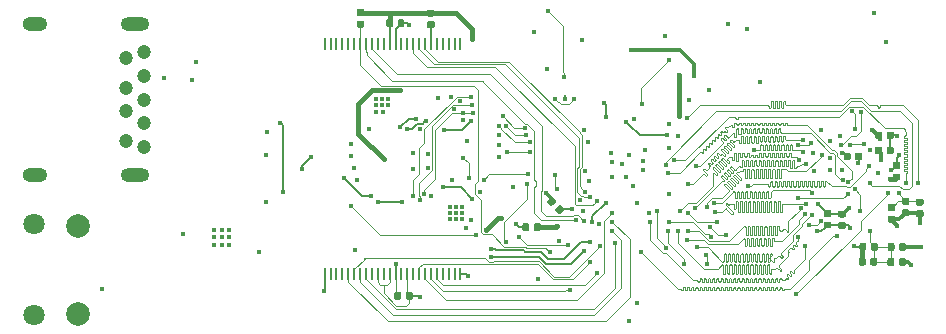
<source format=gbl>
G04 #@! TF.GenerationSoftware,KiCad,Pcbnew,5.0.0-fee4fd1~66~ubuntu18.04.1*
G04 #@! TF.CreationDate,2018-10-21T22:10:04-02:30*
G04 #@! TF.ProjectId,mpuBoard,6D7075426F6172642E6B696361645F70,rev?*
G04 #@! TF.SameCoordinates,Original*
G04 #@! TF.FileFunction,Copper,L4,Bot,Signal*
G04 #@! TF.FilePolarity,Positive*
%FSLAX46Y46*%
G04 Gerber Fmt 4.6, Leading zero omitted, Abs format (unit mm)*
G04 Created by KiCad (PCBNEW 5.0.0-fee4fd1~66~ubuntu18.04.1) date Sun Oct 21 22:10:04 2018*
%MOMM*%
%LPD*%
G01*
G04 APERTURE LIST*
G04 #@! TA.AperFunction,ComponentPad*
%ADD10C,0.400000*%
G04 #@! TD*
G04 #@! TA.AperFunction,SMDPad,CuDef*
%ADD11R,0.250000X1.100000*%
G04 #@! TD*
G04 #@! TA.AperFunction,Conductor*
%ADD12C,0.100000*%
G04 #@! TD*
G04 #@! TA.AperFunction,SMDPad,CuDef*
%ADD13C,0.590000*%
G04 #@! TD*
G04 #@! TA.AperFunction,ComponentPad*
%ADD14C,2.000000*%
G04 #@! TD*
G04 #@! TA.AperFunction,ComponentPad*
%ADD15C,1.800000*%
G04 #@! TD*
G04 #@! TA.AperFunction,ComponentPad*
%ADD16C,1.200000*%
G04 #@! TD*
G04 #@! TA.AperFunction,ComponentPad*
%ADD17O,2.400000X1.200000*%
G04 #@! TD*
G04 #@! TA.AperFunction,ComponentPad*
%ADD18O,2.100000X1.200000*%
G04 #@! TD*
G04 #@! TA.AperFunction,ViaPad*
%ADD19C,0.450000*%
G04 #@! TD*
G04 #@! TA.AperFunction,Conductor*
%ADD20C,0.300000*%
G04 #@! TD*
G04 #@! TA.AperFunction,Conductor*
%ADD21C,0.200000*%
G04 #@! TD*
G04 #@! TA.AperFunction,Conductor*
%ADD22C,0.088900*%
G04 #@! TD*
G04 #@! TA.AperFunction,Conductor*
%ADD23C,0.400000*%
G04 #@! TD*
G04 #@! TA.AperFunction,Conductor*
%ADD24C,0.089000*%
G04 #@! TD*
G04 APERTURE END LIST*
D10*
G04 #@! TO.P,U2,33*
G04 #@! TO.N,GND*
X103847500Y-95747500D03*
X105085000Y-95810000D03*
X103847500Y-97072500D03*
X105085000Y-97010000D03*
G04 #@! TD*
D11*
G04 #@! TO.P,U4,1*
G04 #@! TO.N,Net-(U4-Pad1)*
X96358000Y-86516000D03*
G04 #@! TO.P,U4,25*
G04 #@! TO.N,GND*
X107858000Y-106016000D03*
G04 #@! TO.P,U4,2*
G04 #@! TO.N,Net-(U4-Pad2)*
X96858000Y-86516000D03*
G04 #@! TO.P,U4,3*
G04 #@! TO.N,Net-(U4-Pad3)*
X97358000Y-86516000D03*
G04 #@! TO.P,U4,4*
G04 #@! TO.N,Net-(U4-Pad4)*
X97858000Y-86516000D03*
G04 #@! TO.P,U4,5*
G04 #@! TO.N,Net-(U4-Pad5)*
X98358000Y-86516000D03*
G04 #@! TO.P,U4,6*
G04 #@! TO.N,Net-(U4-Pad6)*
X98858000Y-86516000D03*
G04 #@! TO.P,U4,7*
G04 #@! TO.N,/mpu/flashCTL4*
X99358000Y-86516000D03*
G04 #@! TO.P,U4,8*
G04 #@! TO.N,/mpu/flashCTL5*
X99858000Y-86516000D03*
G04 #@! TO.P,U4,9*
G04 #@! TO.N,/mpu/flashCTL6*
X100358000Y-86516000D03*
G04 #@! TO.P,U4,10*
G04 #@! TO.N,Net-(U4-Pad10)*
X100858000Y-86516000D03*
G04 #@! TO.P,U4,11*
G04 #@! TO.N,Net-(U4-Pad11)*
X101358000Y-86516000D03*
G04 #@! TO.P,U4,12*
G04 #@! TO.N,+3V3*
X101858000Y-86516000D03*
G04 #@! TO.P,U4,13*
G04 #@! TO.N,GND*
X102358000Y-86516000D03*
G04 #@! TO.P,U4,14*
G04 #@! TO.N,Net-(U4-Pad14)*
X102858000Y-86516000D03*
G04 #@! TO.P,U4,15*
G04 #@! TO.N,Net-(U4-Pad15)*
X103358000Y-86516000D03*
G04 #@! TO.P,U4,16*
G04 #@! TO.N,/mpu/flashCTL0*
X103858000Y-86516000D03*
G04 #@! TO.P,U4,17*
G04 #@! TO.N,/mpu/flashCTL1*
X104358000Y-86516000D03*
G04 #@! TO.P,U4,18*
G04 #@! TO.N,/mpu/flashCTL2*
X104858000Y-86516000D03*
G04 #@! TO.P,U4,19*
G04 #@! TO.N,/nandFlash/flashCTL3*
X105358000Y-86516000D03*
G04 #@! TO.P,U4,20*
G04 #@! TO.N,Net-(U4-Pad20)*
X105858000Y-86516000D03*
G04 #@! TO.P,U4,21*
G04 #@! TO.N,Net-(U4-Pad21)*
X106358000Y-86516000D03*
G04 #@! TO.P,U4,22*
G04 #@! TO.N,Net-(U4-Pad22)*
X106858000Y-86516000D03*
G04 #@! TO.P,U4,23*
G04 #@! TO.N,Net-(U4-Pad23)*
X107358000Y-86516000D03*
G04 #@! TO.P,U4,24*
G04 #@! TO.N,Net-(U4-Pad24)*
X107858000Y-86516000D03*
G04 #@! TO.P,U4,26*
G04 #@! TO.N,Net-(U4-Pad26)*
X107358000Y-106016000D03*
G04 #@! TO.P,U4,27*
G04 #@! TO.N,Net-(U4-Pad27)*
X106858000Y-106016000D03*
G04 #@! TO.P,U4,28*
G04 #@! TO.N,Net-(U4-Pad28)*
X106358000Y-106016000D03*
G04 #@! TO.P,U4,29*
G04 #@! TO.N,/mpu/flashData7*
X105858000Y-106016000D03*
G04 #@! TO.P,U4,30*
G04 #@! TO.N,/mpu/flashData6*
X105358000Y-106016000D03*
G04 #@! TO.P,U4,31*
G04 #@! TO.N,/mpu/flashData5*
X104858000Y-106016000D03*
G04 #@! TO.P,U4,32*
G04 #@! TO.N,/mpu/flashData4*
X104358000Y-106016000D03*
G04 #@! TO.P,U4,33*
G04 #@! TO.N,Net-(U4-Pad33)*
X103858000Y-106016000D03*
G04 #@! TO.P,U4,34*
G04 #@! TO.N,+3V3*
X103358000Y-106016000D03*
G04 #@! TO.P,U4,35*
G04 #@! TO.N,Net-(U4-Pad35)*
X102858000Y-106016000D03*
G04 #@! TO.P,U4,36*
G04 #@! TO.N,GND*
X102358000Y-106016000D03*
G04 #@! TO.P,U4,37*
G04 #@! TO.N,+3V3*
X101858000Y-106016000D03*
G04 #@! TO.P,U4,38*
G04 #@! TO.N,Net-(U4-Pad38)*
X101358000Y-106016000D03*
G04 #@! TO.P,U4,39*
G04 #@! TO.N,+3V3*
X100858000Y-106016000D03*
G04 #@! TO.P,U4,40*
G04 #@! TO.N,Net-(U4-Pad40)*
X100358000Y-106016000D03*
G04 #@! TO.P,U4,41*
G04 #@! TO.N,/mpu/flashData3*
X99858000Y-106016000D03*
G04 #@! TO.P,U4,42*
G04 #@! TO.N,/mpu/flashData2*
X99358000Y-106016000D03*
G04 #@! TO.P,U4,43*
G04 #@! TO.N,/mpu/flashData1*
X98858000Y-106016000D03*
G04 #@! TO.P,U4,44*
G04 #@! TO.N,/mpu/flashData0*
X98358000Y-106016000D03*
G04 #@! TO.P,U4,45*
G04 #@! TO.N,Net-(U4-Pad45)*
X97858000Y-106016000D03*
G04 #@! TO.P,U4,46*
G04 #@! TO.N,Net-(U4-Pad46)*
X97358000Y-106016000D03*
G04 #@! TO.P,U4,47*
G04 #@! TO.N,Net-(U4-Pad47)*
X96858000Y-106016000D03*
G04 #@! TO.P,U4,48*
G04 #@! TO.N,GND*
X96358000Y-106016000D03*
G04 #@! TD*
D12*
G04 #@! TO.N,+1V8*
G04 #@! TO.C,C13*
G36*
X139124958Y-101536710D02*
X139139276Y-101538834D01*
X139153317Y-101542351D01*
X139166946Y-101547228D01*
X139180031Y-101553417D01*
X139192447Y-101560858D01*
X139204073Y-101569481D01*
X139214798Y-101579202D01*
X139224519Y-101589927D01*
X139233142Y-101601553D01*
X139240583Y-101613969D01*
X139246772Y-101627054D01*
X139251649Y-101640683D01*
X139255166Y-101654724D01*
X139257290Y-101669042D01*
X139258000Y-101683500D01*
X139258000Y-101978500D01*
X139257290Y-101992958D01*
X139255166Y-102007276D01*
X139251649Y-102021317D01*
X139246772Y-102034946D01*
X139240583Y-102048031D01*
X139233142Y-102060447D01*
X139224519Y-102072073D01*
X139214798Y-102082798D01*
X139204073Y-102092519D01*
X139192447Y-102101142D01*
X139180031Y-102108583D01*
X139166946Y-102114772D01*
X139153317Y-102119649D01*
X139139276Y-102123166D01*
X139124958Y-102125290D01*
X139110500Y-102126000D01*
X138765500Y-102126000D01*
X138751042Y-102125290D01*
X138736724Y-102123166D01*
X138722683Y-102119649D01*
X138709054Y-102114772D01*
X138695969Y-102108583D01*
X138683553Y-102101142D01*
X138671927Y-102092519D01*
X138661202Y-102082798D01*
X138651481Y-102072073D01*
X138642858Y-102060447D01*
X138635417Y-102048031D01*
X138629228Y-102034946D01*
X138624351Y-102021317D01*
X138620834Y-102007276D01*
X138618710Y-101992958D01*
X138618000Y-101978500D01*
X138618000Y-101683500D01*
X138618710Y-101669042D01*
X138620834Y-101654724D01*
X138624351Y-101640683D01*
X138629228Y-101627054D01*
X138635417Y-101613969D01*
X138642858Y-101601553D01*
X138651481Y-101589927D01*
X138661202Y-101579202D01*
X138671927Y-101569481D01*
X138683553Y-101560858D01*
X138695969Y-101553417D01*
X138709054Y-101547228D01*
X138722683Y-101542351D01*
X138736724Y-101538834D01*
X138751042Y-101536710D01*
X138765500Y-101536000D01*
X139110500Y-101536000D01*
X139124958Y-101536710D01*
X139124958Y-101536710D01*
G37*
D13*
G04 #@! TD*
G04 #@! TO.P,C13,1*
G04 #@! TO.N,+1V8*
X138938000Y-101831000D03*
D12*
G04 #@! TO.N,GND*
G04 #@! TO.C,C13*
G36*
X139124958Y-100566710D02*
X139139276Y-100568834D01*
X139153317Y-100572351D01*
X139166946Y-100577228D01*
X139180031Y-100583417D01*
X139192447Y-100590858D01*
X139204073Y-100599481D01*
X139214798Y-100609202D01*
X139224519Y-100619927D01*
X139233142Y-100631553D01*
X139240583Y-100643969D01*
X139246772Y-100657054D01*
X139251649Y-100670683D01*
X139255166Y-100684724D01*
X139257290Y-100699042D01*
X139258000Y-100713500D01*
X139258000Y-101008500D01*
X139257290Y-101022958D01*
X139255166Y-101037276D01*
X139251649Y-101051317D01*
X139246772Y-101064946D01*
X139240583Y-101078031D01*
X139233142Y-101090447D01*
X139224519Y-101102073D01*
X139214798Y-101112798D01*
X139204073Y-101122519D01*
X139192447Y-101131142D01*
X139180031Y-101138583D01*
X139166946Y-101144772D01*
X139153317Y-101149649D01*
X139139276Y-101153166D01*
X139124958Y-101155290D01*
X139110500Y-101156000D01*
X138765500Y-101156000D01*
X138751042Y-101155290D01*
X138736724Y-101153166D01*
X138722683Y-101149649D01*
X138709054Y-101144772D01*
X138695969Y-101138583D01*
X138683553Y-101131142D01*
X138671927Y-101122519D01*
X138661202Y-101112798D01*
X138651481Y-101102073D01*
X138642858Y-101090447D01*
X138635417Y-101078031D01*
X138629228Y-101064946D01*
X138624351Y-101051317D01*
X138620834Y-101037276D01*
X138618710Y-101022958D01*
X138618000Y-101008500D01*
X138618000Y-100713500D01*
X138618710Y-100699042D01*
X138620834Y-100684724D01*
X138624351Y-100670683D01*
X138629228Y-100657054D01*
X138635417Y-100643969D01*
X138642858Y-100631553D01*
X138651481Y-100619927D01*
X138661202Y-100609202D01*
X138671927Y-100599481D01*
X138683553Y-100590858D01*
X138695969Y-100583417D01*
X138709054Y-100577228D01*
X138722683Y-100572351D01*
X138736724Y-100568834D01*
X138751042Y-100566710D01*
X138765500Y-100566000D01*
X139110500Y-100566000D01*
X139124958Y-100566710D01*
X139124958Y-100566710D01*
G37*
D13*
G04 #@! TD*
G04 #@! TO.P,C13,2*
G04 #@! TO.N,GND*
X138938000Y-100861000D03*
D12*
G04 #@! TO.N,GND*
G04 #@! TO.C,C14*
G36*
X145728958Y-100497710D02*
X145743276Y-100499834D01*
X145757317Y-100503351D01*
X145770946Y-100508228D01*
X145784031Y-100514417D01*
X145796447Y-100521858D01*
X145808073Y-100530481D01*
X145818798Y-100540202D01*
X145828519Y-100550927D01*
X145837142Y-100562553D01*
X145844583Y-100574969D01*
X145850772Y-100588054D01*
X145855649Y-100601683D01*
X145859166Y-100615724D01*
X145861290Y-100630042D01*
X145862000Y-100644500D01*
X145862000Y-100939500D01*
X145861290Y-100953958D01*
X145859166Y-100968276D01*
X145855649Y-100982317D01*
X145850772Y-100995946D01*
X145844583Y-101009031D01*
X145837142Y-101021447D01*
X145828519Y-101033073D01*
X145818798Y-101043798D01*
X145808073Y-101053519D01*
X145796447Y-101062142D01*
X145784031Y-101069583D01*
X145770946Y-101075772D01*
X145757317Y-101080649D01*
X145743276Y-101084166D01*
X145728958Y-101086290D01*
X145714500Y-101087000D01*
X145369500Y-101087000D01*
X145355042Y-101086290D01*
X145340724Y-101084166D01*
X145326683Y-101080649D01*
X145313054Y-101075772D01*
X145299969Y-101069583D01*
X145287553Y-101062142D01*
X145275927Y-101053519D01*
X145265202Y-101043798D01*
X145255481Y-101033073D01*
X145246858Y-101021447D01*
X145239417Y-101009031D01*
X145233228Y-100995946D01*
X145228351Y-100982317D01*
X145224834Y-100968276D01*
X145222710Y-100953958D01*
X145222000Y-100939500D01*
X145222000Y-100644500D01*
X145222710Y-100630042D01*
X145224834Y-100615724D01*
X145228351Y-100601683D01*
X145233228Y-100588054D01*
X145239417Y-100574969D01*
X145246858Y-100562553D01*
X145255481Y-100550927D01*
X145265202Y-100540202D01*
X145275927Y-100530481D01*
X145287553Y-100521858D01*
X145299969Y-100514417D01*
X145313054Y-100508228D01*
X145326683Y-100503351D01*
X145340724Y-100499834D01*
X145355042Y-100497710D01*
X145369500Y-100497000D01*
X145714500Y-100497000D01*
X145728958Y-100497710D01*
X145728958Y-100497710D01*
G37*
D13*
G04 #@! TD*
G04 #@! TO.P,C14,2*
G04 #@! TO.N,GND*
X145542000Y-100792000D03*
D12*
G04 #@! TO.N,+1V8*
G04 #@! TO.C,C14*
G36*
X145728958Y-99527710D02*
X145743276Y-99529834D01*
X145757317Y-99533351D01*
X145770946Y-99538228D01*
X145784031Y-99544417D01*
X145796447Y-99551858D01*
X145808073Y-99560481D01*
X145818798Y-99570202D01*
X145828519Y-99580927D01*
X145837142Y-99592553D01*
X145844583Y-99604969D01*
X145850772Y-99618054D01*
X145855649Y-99631683D01*
X145859166Y-99645724D01*
X145861290Y-99660042D01*
X145862000Y-99674500D01*
X145862000Y-99969500D01*
X145861290Y-99983958D01*
X145859166Y-99998276D01*
X145855649Y-100012317D01*
X145850772Y-100025946D01*
X145844583Y-100039031D01*
X145837142Y-100051447D01*
X145828519Y-100063073D01*
X145818798Y-100073798D01*
X145808073Y-100083519D01*
X145796447Y-100092142D01*
X145784031Y-100099583D01*
X145770946Y-100105772D01*
X145757317Y-100110649D01*
X145743276Y-100114166D01*
X145728958Y-100116290D01*
X145714500Y-100117000D01*
X145369500Y-100117000D01*
X145355042Y-100116290D01*
X145340724Y-100114166D01*
X145326683Y-100110649D01*
X145313054Y-100105772D01*
X145299969Y-100099583D01*
X145287553Y-100092142D01*
X145275927Y-100083519D01*
X145265202Y-100073798D01*
X145255481Y-100063073D01*
X145246858Y-100051447D01*
X145239417Y-100039031D01*
X145233228Y-100025946D01*
X145228351Y-100012317D01*
X145224834Y-99998276D01*
X145222710Y-99983958D01*
X145222000Y-99969500D01*
X145222000Y-99674500D01*
X145222710Y-99660042D01*
X145224834Y-99645724D01*
X145228351Y-99631683D01*
X145233228Y-99618054D01*
X145239417Y-99604969D01*
X145246858Y-99592553D01*
X145255481Y-99580927D01*
X145265202Y-99570202D01*
X145275927Y-99560481D01*
X145287553Y-99551858D01*
X145299969Y-99544417D01*
X145313054Y-99538228D01*
X145326683Y-99533351D01*
X145340724Y-99529834D01*
X145355042Y-99527710D01*
X145369500Y-99527000D01*
X145714500Y-99527000D01*
X145728958Y-99527710D01*
X145728958Y-99527710D01*
G37*
D13*
G04 #@! TD*
G04 #@! TO.P,C14,1*
G04 #@! TO.N,+1V8*
X145542000Y-99822000D03*
D12*
G04 #@! TO.N,+1V8*
G04 #@! TO.C,C15*
G36*
X144387958Y-95184710D02*
X144402276Y-95186834D01*
X144416317Y-95190351D01*
X144429946Y-95195228D01*
X144443031Y-95201417D01*
X144455447Y-95208858D01*
X144467073Y-95217481D01*
X144477798Y-95227202D01*
X144487519Y-95237927D01*
X144496142Y-95249553D01*
X144503583Y-95261969D01*
X144509772Y-95275054D01*
X144514649Y-95288683D01*
X144518166Y-95302724D01*
X144520290Y-95317042D01*
X144521000Y-95331500D01*
X144521000Y-95676500D01*
X144520290Y-95690958D01*
X144518166Y-95705276D01*
X144514649Y-95719317D01*
X144509772Y-95732946D01*
X144503583Y-95746031D01*
X144496142Y-95758447D01*
X144487519Y-95770073D01*
X144477798Y-95780798D01*
X144467073Y-95790519D01*
X144455447Y-95799142D01*
X144443031Y-95806583D01*
X144429946Y-95812772D01*
X144416317Y-95817649D01*
X144402276Y-95821166D01*
X144387958Y-95823290D01*
X144373500Y-95824000D01*
X144078500Y-95824000D01*
X144064042Y-95823290D01*
X144049724Y-95821166D01*
X144035683Y-95817649D01*
X144022054Y-95812772D01*
X144008969Y-95806583D01*
X143996553Y-95799142D01*
X143984927Y-95790519D01*
X143974202Y-95780798D01*
X143964481Y-95770073D01*
X143955858Y-95758447D01*
X143948417Y-95746031D01*
X143942228Y-95732946D01*
X143937351Y-95719317D01*
X143933834Y-95705276D01*
X143931710Y-95690958D01*
X143931000Y-95676500D01*
X143931000Y-95331500D01*
X143931710Y-95317042D01*
X143933834Y-95302724D01*
X143937351Y-95288683D01*
X143942228Y-95275054D01*
X143948417Y-95261969D01*
X143955858Y-95249553D01*
X143964481Y-95237927D01*
X143974202Y-95227202D01*
X143984927Y-95217481D01*
X143996553Y-95208858D01*
X144008969Y-95201417D01*
X144022054Y-95195228D01*
X144035683Y-95190351D01*
X144049724Y-95186834D01*
X144064042Y-95184710D01*
X144078500Y-95184000D01*
X144373500Y-95184000D01*
X144387958Y-95184710D01*
X144387958Y-95184710D01*
G37*
D13*
G04 #@! TD*
G04 #@! TO.P,C15,1*
G04 #@! TO.N,+1V8*
X144226000Y-95504000D03*
D12*
G04 #@! TO.N,GND*
G04 #@! TO.C,C15*
G36*
X143417958Y-95184710D02*
X143432276Y-95186834D01*
X143446317Y-95190351D01*
X143459946Y-95195228D01*
X143473031Y-95201417D01*
X143485447Y-95208858D01*
X143497073Y-95217481D01*
X143507798Y-95227202D01*
X143517519Y-95237927D01*
X143526142Y-95249553D01*
X143533583Y-95261969D01*
X143539772Y-95275054D01*
X143544649Y-95288683D01*
X143548166Y-95302724D01*
X143550290Y-95317042D01*
X143551000Y-95331500D01*
X143551000Y-95676500D01*
X143550290Y-95690958D01*
X143548166Y-95705276D01*
X143544649Y-95719317D01*
X143539772Y-95732946D01*
X143533583Y-95746031D01*
X143526142Y-95758447D01*
X143517519Y-95770073D01*
X143507798Y-95780798D01*
X143497073Y-95790519D01*
X143485447Y-95799142D01*
X143473031Y-95806583D01*
X143459946Y-95812772D01*
X143446317Y-95817649D01*
X143432276Y-95821166D01*
X143417958Y-95823290D01*
X143403500Y-95824000D01*
X143108500Y-95824000D01*
X143094042Y-95823290D01*
X143079724Y-95821166D01*
X143065683Y-95817649D01*
X143052054Y-95812772D01*
X143038969Y-95806583D01*
X143026553Y-95799142D01*
X143014927Y-95790519D01*
X143004202Y-95780798D01*
X142994481Y-95770073D01*
X142985858Y-95758447D01*
X142978417Y-95746031D01*
X142972228Y-95732946D01*
X142967351Y-95719317D01*
X142963834Y-95705276D01*
X142961710Y-95690958D01*
X142961000Y-95676500D01*
X142961000Y-95331500D01*
X142961710Y-95317042D01*
X142963834Y-95302724D01*
X142967351Y-95288683D01*
X142972228Y-95275054D01*
X142978417Y-95261969D01*
X142985858Y-95249553D01*
X142994481Y-95237927D01*
X143004202Y-95227202D01*
X143014927Y-95217481D01*
X143026553Y-95208858D01*
X143038969Y-95201417D01*
X143052054Y-95195228D01*
X143065683Y-95190351D01*
X143079724Y-95186834D01*
X143094042Y-95184710D01*
X143108500Y-95184000D01*
X143403500Y-95184000D01*
X143417958Y-95184710D01*
X143417958Y-95184710D01*
G37*
D13*
G04 #@! TD*
G04 #@! TO.P,C15,2*
G04 #@! TO.N,GND*
X143256000Y-95504000D03*
D12*
G04 #@! TO.N,+1V8*
G04 #@! TO.C,C17*
G36*
X140761958Y-95710710D02*
X140776276Y-95712834D01*
X140790317Y-95716351D01*
X140803946Y-95721228D01*
X140817031Y-95727417D01*
X140829447Y-95734858D01*
X140841073Y-95743481D01*
X140851798Y-95753202D01*
X140861519Y-95763927D01*
X140870142Y-95775553D01*
X140877583Y-95787969D01*
X140883772Y-95801054D01*
X140888649Y-95814683D01*
X140892166Y-95828724D01*
X140894290Y-95843042D01*
X140895000Y-95857500D01*
X140895000Y-96202500D01*
X140894290Y-96216958D01*
X140892166Y-96231276D01*
X140888649Y-96245317D01*
X140883772Y-96258946D01*
X140877583Y-96272031D01*
X140870142Y-96284447D01*
X140861519Y-96296073D01*
X140851798Y-96306798D01*
X140841073Y-96316519D01*
X140829447Y-96325142D01*
X140817031Y-96332583D01*
X140803946Y-96338772D01*
X140790317Y-96343649D01*
X140776276Y-96347166D01*
X140761958Y-96349290D01*
X140747500Y-96350000D01*
X140452500Y-96350000D01*
X140438042Y-96349290D01*
X140423724Y-96347166D01*
X140409683Y-96343649D01*
X140396054Y-96338772D01*
X140382969Y-96332583D01*
X140370553Y-96325142D01*
X140358927Y-96316519D01*
X140348202Y-96306798D01*
X140338481Y-96296073D01*
X140329858Y-96284447D01*
X140322417Y-96272031D01*
X140316228Y-96258946D01*
X140311351Y-96245317D01*
X140307834Y-96231276D01*
X140305710Y-96216958D01*
X140305000Y-96202500D01*
X140305000Y-95857500D01*
X140305710Y-95843042D01*
X140307834Y-95828724D01*
X140311351Y-95814683D01*
X140316228Y-95801054D01*
X140322417Y-95787969D01*
X140329858Y-95775553D01*
X140338481Y-95763927D01*
X140348202Y-95753202D01*
X140358927Y-95743481D01*
X140370553Y-95734858D01*
X140382969Y-95727417D01*
X140396054Y-95721228D01*
X140409683Y-95716351D01*
X140423724Y-95712834D01*
X140438042Y-95710710D01*
X140452500Y-95710000D01*
X140747500Y-95710000D01*
X140761958Y-95710710D01*
X140761958Y-95710710D01*
G37*
D13*
G04 #@! TD*
G04 #@! TO.P,C17,1*
G04 #@! TO.N,+1V8*
X140600000Y-96030000D03*
D12*
G04 #@! TO.N,GND*
G04 #@! TO.C,C17*
G36*
X141731958Y-95710710D02*
X141746276Y-95712834D01*
X141760317Y-95716351D01*
X141773946Y-95721228D01*
X141787031Y-95727417D01*
X141799447Y-95734858D01*
X141811073Y-95743481D01*
X141821798Y-95753202D01*
X141831519Y-95763927D01*
X141840142Y-95775553D01*
X141847583Y-95787969D01*
X141853772Y-95801054D01*
X141858649Y-95814683D01*
X141862166Y-95828724D01*
X141864290Y-95843042D01*
X141865000Y-95857500D01*
X141865000Y-96202500D01*
X141864290Y-96216958D01*
X141862166Y-96231276D01*
X141858649Y-96245317D01*
X141853772Y-96258946D01*
X141847583Y-96272031D01*
X141840142Y-96284447D01*
X141831519Y-96296073D01*
X141821798Y-96306798D01*
X141811073Y-96316519D01*
X141799447Y-96325142D01*
X141787031Y-96332583D01*
X141773946Y-96338772D01*
X141760317Y-96343649D01*
X141746276Y-96347166D01*
X141731958Y-96349290D01*
X141717500Y-96350000D01*
X141422500Y-96350000D01*
X141408042Y-96349290D01*
X141393724Y-96347166D01*
X141379683Y-96343649D01*
X141366054Y-96338772D01*
X141352969Y-96332583D01*
X141340553Y-96325142D01*
X141328927Y-96316519D01*
X141318202Y-96306798D01*
X141308481Y-96296073D01*
X141299858Y-96284447D01*
X141292417Y-96272031D01*
X141286228Y-96258946D01*
X141281351Y-96245317D01*
X141277834Y-96231276D01*
X141275710Y-96216958D01*
X141275000Y-96202500D01*
X141275000Y-95857500D01*
X141275710Y-95843042D01*
X141277834Y-95828724D01*
X141281351Y-95814683D01*
X141286228Y-95801054D01*
X141292417Y-95787969D01*
X141299858Y-95775553D01*
X141308481Y-95763927D01*
X141318202Y-95753202D01*
X141328927Y-95743481D01*
X141340553Y-95734858D01*
X141352969Y-95727417D01*
X141366054Y-95721228D01*
X141379683Y-95716351D01*
X141393724Y-95712834D01*
X141408042Y-95710710D01*
X141422500Y-95710000D01*
X141717500Y-95710000D01*
X141731958Y-95710710D01*
X141731958Y-95710710D01*
G37*
D13*
G04 #@! TD*
G04 #@! TO.P,C17,2*
G04 #@! TO.N,GND*
X141570000Y-96030000D03*
D12*
G04 #@! TO.N,GND*
G04 #@! TO.C,C18*
G36*
X143440958Y-93914710D02*
X143455276Y-93916834D01*
X143469317Y-93920351D01*
X143482946Y-93925228D01*
X143496031Y-93931417D01*
X143508447Y-93938858D01*
X143520073Y-93947481D01*
X143530798Y-93957202D01*
X143540519Y-93967927D01*
X143549142Y-93979553D01*
X143556583Y-93991969D01*
X143562772Y-94005054D01*
X143567649Y-94018683D01*
X143571166Y-94032724D01*
X143573290Y-94047042D01*
X143574000Y-94061500D01*
X143574000Y-94406500D01*
X143573290Y-94420958D01*
X143571166Y-94435276D01*
X143567649Y-94449317D01*
X143562772Y-94462946D01*
X143556583Y-94476031D01*
X143549142Y-94488447D01*
X143540519Y-94500073D01*
X143530798Y-94510798D01*
X143520073Y-94520519D01*
X143508447Y-94529142D01*
X143496031Y-94536583D01*
X143482946Y-94542772D01*
X143469317Y-94547649D01*
X143455276Y-94551166D01*
X143440958Y-94553290D01*
X143426500Y-94554000D01*
X143131500Y-94554000D01*
X143117042Y-94553290D01*
X143102724Y-94551166D01*
X143088683Y-94547649D01*
X143075054Y-94542772D01*
X143061969Y-94536583D01*
X143049553Y-94529142D01*
X143037927Y-94520519D01*
X143027202Y-94510798D01*
X143017481Y-94500073D01*
X143008858Y-94488447D01*
X143001417Y-94476031D01*
X142995228Y-94462946D01*
X142990351Y-94449317D01*
X142986834Y-94435276D01*
X142984710Y-94420958D01*
X142984000Y-94406500D01*
X142984000Y-94061500D01*
X142984710Y-94047042D01*
X142986834Y-94032724D01*
X142990351Y-94018683D01*
X142995228Y-94005054D01*
X143001417Y-93991969D01*
X143008858Y-93979553D01*
X143017481Y-93967927D01*
X143027202Y-93957202D01*
X143037927Y-93947481D01*
X143049553Y-93938858D01*
X143061969Y-93931417D01*
X143075054Y-93925228D01*
X143088683Y-93920351D01*
X143102724Y-93916834D01*
X143117042Y-93914710D01*
X143131500Y-93914000D01*
X143426500Y-93914000D01*
X143440958Y-93914710D01*
X143440958Y-93914710D01*
G37*
D13*
G04 #@! TD*
G04 #@! TO.P,C18,2*
G04 #@! TO.N,GND*
X143279000Y-94234000D03*
D12*
G04 #@! TO.N,+1V8*
G04 #@! TO.C,C18*
G36*
X144410958Y-93914710D02*
X144425276Y-93916834D01*
X144439317Y-93920351D01*
X144452946Y-93925228D01*
X144466031Y-93931417D01*
X144478447Y-93938858D01*
X144490073Y-93947481D01*
X144500798Y-93957202D01*
X144510519Y-93967927D01*
X144519142Y-93979553D01*
X144526583Y-93991969D01*
X144532772Y-94005054D01*
X144537649Y-94018683D01*
X144541166Y-94032724D01*
X144543290Y-94047042D01*
X144544000Y-94061500D01*
X144544000Y-94406500D01*
X144543290Y-94420958D01*
X144541166Y-94435276D01*
X144537649Y-94449317D01*
X144532772Y-94462946D01*
X144526583Y-94476031D01*
X144519142Y-94488447D01*
X144510519Y-94500073D01*
X144500798Y-94510798D01*
X144490073Y-94520519D01*
X144478447Y-94529142D01*
X144466031Y-94536583D01*
X144452946Y-94542772D01*
X144439317Y-94547649D01*
X144425276Y-94551166D01*
X144410958Y-94553290D01*
X144396500Y-94554000D01*
X144101500Y-94554000D01*
X144087042Y-94553290D01*
X144072724Y-94551166D01*
X144058683Y-94547649D01*
X144045054Y-94542772D01*
X144031969Y-94536583D01*
X144019553Y-94529142D01*
X144007927Y-94520519D01*
X143997202Y-94510798D01*
X143987481Y-94500073D01*
X143978858Y-94488447D01*
X143971417Y-94476031D01*
X143965228Y-94462946D01*
X143960351Y-94449317D01*
X143956834Y-94435276D01*
X143954710Y-94420958D01*
X143954000Y-94406500D01*
X143954000Y-94061500D01*
X143954710Y-94047042D01*
X143956834Y-94032724D01*
X143960351Y-94018683D01*
X143965228Y-94005054D01*
X143971417Y-93991969D01*
X143978858Y-93979553D01*
X143987481Y-93967927D01*
X143997202Y-93957202D01*
X144007927Y-93947481D01*
X144019553Y-93938858D01*
X144031969Y-93931417D01*
X144045054Y-93925228D01*
X144058683Y-93920351D01*
X144072724Y-93916834D01*
X144087042Y-93914710D01*
X144101500Y-93914000D01*
X144396500Y-93914000D01*
X144410958Y-93914710D01*
X144410958Y-93914710D01*
G37*
D13*
G04 #@! TD*
G04 #@! TO.P,C18,1*
G04 #@! TO.N,+1V8*
X144249000Y-94234000D03*
D12*
G04 #@! TO.N,+1V8*
G04 #@! TO.C,C19*
G36*
X144966958Y-96502710D02*
X144981276Y-96504834D01*
X144995317Y-96508351D01*
X145008946Y-96513228D01*
X145022031Y-96519417D01*
X145034447Y-96526858D01*
X145046073Y-96535481D01*
X145056798Y-96545202D01*
X145066519Y-96555927D01*
X145075142Y-96567553D01*
X145082583Y-96579969D01*
X145088772Y-96593054D01*
X145093649Y-96606683D01*
X145097166Y-96620724D01*
X145099290Y-96635042D01*
X145100000Y-96649500D01*
X145100000Y-96944500D01*
X145099290Y-96958958D01*
X145097166Y-96973276D01*
X145093649Y-96987317D01*
X145088772Y-97000946D01*
X145082583Y-97014031D01*
X145075142Y-97026447D01*
X145066519Y-97038073D01*
X145056798Y-97048798D01*
X145046073Y-97058519D01*
X145034447Y-97067142D01*
X145022031Y-97074583D01*
X145008946Y-97080772D01*
X144995317Y-97085649D01*
X144981276Y-97089166D01*
X144966958Y-97091290D01*
X144952500Y-97092000D01*
X144607500Y-97092000D01*
X144593042Y-97091290D01*
X144578724Y-97089166D01*
X144564683Y-97085649D01*
X144551054Y-97080772D01*
X144537969Y-97074583D01*
X144525553Y-97067142D01*
X144513927Y-97058519D01*
X144503202Y-97048798D01*
X144493481Y-97038073D01*
X144484858Y-97026447D01*
X144477417Y-97014031D01*
X144471228Y-97000946D01*
X144466351Y-96987317D01*
X144462834Y-96973276D01*
X144460710Y-96958958D01*
X144460000Y-96944500D01*
X144460000Y-96649500D01*
X144460710Y-96635042D01*
X144462834Y-96620724D01*
X144466351Y-96606683D01*
X144471228Y-96593054D01*
X144477417Y-96579969D01*
X144484858Y-96567553D01*
X144493481Y-96555927D01*
X144503202Y-96545202D01*
X144513927Y-96535481D01*
X144525553Y-96526858D01*
X144537969Y-96519417D01*
X144551054Y-96513228D01*
X144564683Y-96508351D01*
X144578724Y-96504834D01*
X144593042Y-96502710D01*
X144607500Y-96502000D01*
X144952500Y-96502000D01*
X144966958Y-96502710D01*
X144966958Y-96502710D01*
G37*
D13*
G04 #@! TD*
G04 #@! TO.P,C19,1*
G04 #@! TO.N,+1V8*
X144780000Y-96797000D03*
D12*
G04 #@! TO.N,GND*
G04 #@! TO.C,C19*
G36*
X144966958Y-97472710D02*
X144981276Y-97474834D01*
X144995317Y-97478351D01*
X145008946Y-97483228D01*
X145022031Y-97489417D01*
X145034447Y-97496858D01*
X145046073Y-97505481D01*
X145056798Y-97515202D01*
X145066519Y-97525927D01*
X145075142Y-97537553D01*
X145082583Y-97549969D01*
X145088772Y-97563054D01*
X145093649Y-97576683D01*
X145097166Y-97590724D01*
X145099290Y-97605042D01*
X145100000Y-97619500D01*
X145100000Y-97914500D01*
X145099290Y-97928958D01*
X145097166Y-97943276D01*
X145093649Y-97957317D01*
X145088772Y-97970946D01*
X145082583Y-97984031D01*
X145075142Y-97996447D01*
X145066519Y-98008073D01*
X145056798Y-98018798D01*
X145046073Y-98028519D01*
X145034447Y-98037142D01*
X145022031Y-98044583D01*
X145008946Y-98050772D01*
X144995317Y-98055649D01*
X144981276Y-98059166D01*
X144966958Y-98061290D01*
X144952500Y-98062000D01*
X144607500Y-98062000D01*
X144593042Y-98061290D01*
X144578724Y-98059166D01*
X144564683Y-98055649D01*
X144551054Y-98050772D01*
X144537969Y-98044583D01*
X144525553Y-98037142D01*
X144513927Y-98028519D01*
X144503202Y-98018798D01*
X144493481Y-98008073D01*
X144484858Y-97996447D01*
X144477417Y-97984031D01*
X144471228Y-97970946D01*
X144466351Y-97957317D01*
X144462834Y-97943276D01*
X144460710Y-97928958D01*
X144460000Y-97914500D01*
X144460000Y-97619500D01*
X144460710Y-97605042D01*
X144462834Y-97590724D01*
X144466351Y-97576683D01*
X144471228Y-97563054D01*
X144477417Y-97549969D01*
X144484858Y-97537553D01*
X144493481Y-97525927D01*
X144503202Y-97515202D01*
X144513927Y-97505481D01*
X144525553Y-97496858D01*
X144537969Y-97489417D01*
X144551054Y-97483228D01*
X144564683Y-97478351D01*
X144578724Y-97474834D01*
X144593042Y-97472710D01*
X144607500Y-97472000D01*
X144952500Y-97472000D01*
X144966958Y-97472710D01*
X144966958Y-97472710D01*
G37*
D13*
G04 #@! TD*
G04 #@! TO.P,C19,2*
G04 #@! TO.N,GND*
X144780000Y-97767000D03*
D12*
G04 #@! TO.N,+1V8*
G04 #@! TO.C,C20*
G36*
X146926958Y-99600710D02*
X146941276Y-99602834D01*
X146955317Y-99606351D01*
X146968946Y-99611228D01*
X146982031Y-99617417D01*
X146994447Y-99624858D01*
X147006073Y-99633481D01*
X147016798Y-99643202D01*
X147026519Y-99653927D01*
X147035142Y-99665553D01*
X147042583Y-99677969D01*
X147048772Y-99691054D01*
X147053649Y-99704683D01*
X147057166Y-99718724D01*
X147059290Y-99733042D01*
X147060000Y-99747500D01*
X147060000Y-100042500D01*
X147059290Y-100056958D01*
X147057166Y-100071276D01*
X147053649Y-100085317D01*
X147048772Y-100098946D01*
X147042583Y-100112031D01*
X147035142Y-100124447D01*
X147026519Y-100136073D01*
X147016798Y-100146798D01*
X147006073Y-100156519D01*
X146994447Y-100165142D01*
X146982031Y-100172583D01*
X146968946Y-100178772D01*
X146955317Y-100183649D01*
X146941276Y-100187166D01*
X146926958Y-100189290D01*
X146912500Y-100190000D01*
X146567500Y-100190000D01*
X146553042Y-100189290D01*
X146538724Y-100187166D01*
X146524683Y-100183649D01*
X146511054Y-100178772D01*
X146497969Y-100172583D01*
X146485553Y-100165142D01*
X146473927Y-100156519D01*
X146463202Y-100146798D01*
X146453481Y-100136073D01*
X146444858Y-100124447D01*
X146437417Y-100112031D01*
X146431228Y-100098946D01*
X146426351Y-100085317D01*
X146422834Y-100071276D01*
X146420710Y-100056958D01*
X146420000Y-100042500D01*
X146420000Y-99747500D01*
X146420710Y-99733042D01*
X146422834Y-99718724D01*
X146426351Y-99704683D01*
X146431228Y-99691054D01*
X146437417Y-99677969D01*
X146444858Y-99665553D01*
X146453481Y-99653927D01*
X146463202Y-99643202D01*
X146473927Y-99633481D01*
X146485553Y-99624858D01*
X146497969Y-99617417D01*
X146511054Y-99611228D01*
X146524683Y-99606351D01*
X146538724Y-99602834D01*
X146553042Y-99600710D01*
X146567500Y-99600000D01*
X146912500Y-99600000D01*
X146926958Y-99600710D01*
X146926958Y-99600710D01*
G37*
D13*
G04 #@! TD*
G04 #@! TO.P,C20,1*
G04 #@! TO.N,+1V8*
X146740000Y-99895000D03*
D12*
G04 #@! TO.N,GND*
G04 #@! TO.C,C20*
G36*
X146926958Y-100570710D02*
X146941276Y-100572834D01*
X146955317Y-100576351D01*
X146968946Y-100581228D01*
X146982031Y-100587417D01*
X146994447Y-100594858D01*
X147006073Y-100603481D01*
X147016798Y-100613202D01*
X147026519Y-100623927D01*
X147035142Y-100635553D01*
X147042583Y-100647969D01*
X147048772Y-100661054D01*
X147053649Y-100674683D01*
X147057166Y-100688724D01*
X147059290Y-100703042D01*
X147060000Y-100717500D01*
X147060000Y-101012500D01*
X147059290Y-101026958D01*
X147057166Y-101041276D01*
X147053649Y-101055317D01*
X147048772Y-101068946D01*
X147042583Y-101082031D01*
X147035142Y-101094447D01*
X147026519Y-101106073D01*
X147016798Y-101116798D01*
X147006073Y-101126519D01*
X146994447Y-101135142D01*
X146982031Y-101142583D01*
X146968946Y-101148772D01*
X146955317Y-101153649D01*
X146941276Y-101157166D01*
X146926958Y-101159290D01*
X146912500Y-101160000D01*
X146567500Y-101160000D01*
X146553042Y-101159290D01*
X146538724Y-101157166D01*
X146524683Y-101153649D01*
X146511054Y-101148772D01*
X146497969Y-101142583D01*
X146485553Y-101135142D01*
X146473927Y-101126519D01*
X146463202Y-101116798D01*
X146453481Y-101106073D01*
X146444858Y-101094447D01*
X146437417Y-101082031D01*
X146431228Y-101068946D01*
X146426351Y-101055317D01*
X146422834Y-101041276D01*
X146420710Y-101026958D01*
X146420000Y-101012500D01*
X146420000Y-100717500D01*
X146420710Y-100703042D01*
X146422834Y-100688724D01*
X146426351Y-100674683D01*
X146431228Y-100661054D01*
X146437417Y-100647969D01*
X146444858Y-100635553D01*
X146453481Y-100623927D01*
X146463202Y-100613202D01*
X146473927Y-100603481D01*
X146485553Y-100594858D01*
X146497969Y-100587417D01*
X146511054Y-100581228D01*
X146524683Y-100576351D01*
X146538724Y-100572834D01*
X146553042Y-100570710D01*
X146567500Y-100570000D01*
X146912500Y-100570000D01*
X146926958Y-100570710D01*
X146926958Y-100570710D01*
G37*
D13*
G04 #@! TD*
G04 #@! TO.P,C20,2*
G04 #@! TO.N,GND*
X146740000Y-100865000D03*
D12*
G04 #@! TO.N,+1V8*
G04 #@! TO.C,C21*
G36*
X144536958Y-100065710D02*
X144551276Y-100067834D01*
X144565317Y-100071351D01*
X144578946Y-100076228D01*
X144592031Y-100082417D01*
X144604447Y-100089858D01*
X144616073Y-100098481D01*
X144626798Y-100108202D01*
X144636519Y-100118927D01*
X144645142Y-100130553D01*
X144652583Y-100142969D01*
X144658772Y-100156054D01*
X144663649Y-100169683D01*
X144667166Y-100183724D01*
X144669290Y-100198042D01*
X144670000Y-100212500D01*
X144670000Y-100507500D01*
X144669290Y-100521958D01*
X144667166Y-100536276D01*
X144663649Y-100550317D01*
X144658772Y-100563946D01*
X144652583Y-100577031D01*
X144645142Y-100589447D01*
X144636519Y-100601073D01*
X144626798Y-100611798D01*
X144616073Y-100621519D01*
X144604447Y-100630142D01*
X144592031Y-100637583D01*
X144578946Y-100643772D01*
X144565317Y-100648649D01*
X144551276Y-100652166D01*
X144536958Y-100654290D01*
X144522500Y-100655000D01*
X144177500Y-100655000D01*
X144163042Y-100654290D01*
X144148724Y-100652166D01*
X144134683Y-100648649D01*
X144121054Y-100643772D01*
X144107969Y-100637583D01*
X144095553Y-100630142D01*
X144083927Y-100621519D01*
X144073202Y-100611798D01*
X144063481Y-100601073D01*
X144054858Y-100589447D01*
X144047417Y-100577031D01*
X144041228Y-100563946D01*
X144036351Y-100550317D01*
X144032834Y-100536276D01*
X144030710Y-100521958D01*
X144030000Y-100507500D01*
X144030000Y-100212500D01*
X144030710Y-100198042D01*
X144032834Y-100183724D01*
X144036351Y-100169683D01*
X144041228Y-100156054D01*
X144047417Y-100142969D01*
X144054858Y-100130553D01*
X144063481Y-100118927D01*
X144073202Y-100108202D01*
X144083927Y-100098481D01*
X144095553Y-100089858D01*
X144107969Y-100082417D01*
X144121054Y-100076228D01*
X144134683Y-100071351D01*
X144148724Y-100067834D01*
X144163042Y-100065710D01*
X144177500Y-100065000D01*
X144522500Y-100065000D01*
X144536958Y-100065710D01*
X144536958Y-100065710D01*
G37*
D13*
G04 #@! TD*
G04 #@! TO.P,C21,1*
G04 #@! TO.N,+1V8*
X144350000Y-100360000D03*
D12*
G04 #@! TO.N,GND*
G04 #@! TO.C,C21*
G36*
X144536958Y-101035710D02*
X144551276Y-101037834D01*
X144565317Y-101041351D01*
X144578946Y-101046228D01*
X144592031Y-101052417D01*
X144604447Y-101059858D01*
X144616073Y-101068481D01*
X144626798Y-101078202D01*
X144636519Y-101088927D01*
X144645142Y-101100553D01*
X144652583Y-101112969D01*
X144658772Y-101126054D01*
X144663649Y-101139683D01*
X144667166Y-101153724D01*
X144669290Y-101168042D01*
X144670000Y-101182500D01*
X144670000Y-101477500D01*
X144669290Y-101491958D01*
X144667166Y-101506276D01*
X144663649Y-101520317D01*
X144658772Y-101533946D01*
X144652583Y-101547031D01*
X144645142Y-101559447D01*
X144636519Y-101571073D01*
X144626798Y-101581798D01*
X144616073Y-101591519D01*
X144604447Y-101600142D01*
X144592031Y-101607583D01*
X144578946Y-101613772D01*
X144565317Y-101618649D01*
X144551276Y-101622166D01*
X144536958Y-101624290D01*
X144522500Y-101625000D01*
X144177500Y-101625000D01*
X144163042Y-101624290D01*
X144148724Y-101622166D01*
X144134683Y-101618649D01*
X144121054Y-101613772D01*
X144107969Y-101607583D01*
X144095553Y-101600142D01*
X144083927Y-101591519D01*
X144073202Y-101581798D01*
X144063481Y-101571073D01*
X144054858Y-101559447D01*
X144047417Y-101547031D01*
X144041228Y-101533946D01*
X144036351Y-101520317D01*
X144032834Y-101506276D01*
X144030710Y-101491958D01*
X144030000Y-101477500D01*
X144030000Y-101182500D01*
X144030710Y-101168042D01*
X144032834Y-101153724D01*
X144036351Y-101139683D01*
X144041228Y-101126054D01*
X144047417Y-101112969D01*
X144054858Y-101100553D01*
X144063481Y-101088927D01*
X144073202Y-101078202D01*
X144083927Y-101068481D01*
X144095553Y-101059858D01*
X144107969Y-101052417D01*
X144121054Y-101046228D01*
X144134683Y-101041351D01*
X144148724Y-101037834D01*
X144163042Y-101035710D01*
X144177500Y-101035000D01*
X144522500Y-101035000D01*
X144536958Y-101035710D01*
X144536958Y-101035710D01*
G37*
D13*
G04 #@! TD*
G04 #@! TO.P,C21,2*
G04 #@! TO.N,GND*
X144350000Y-101330000D03*
D12*
G04 #@! TO.N,+1V8*
G04 #@! TO.C,C23*
G36*
X140346958Y-101575710D02*
X140361276Y-101577834D01*
X140375317Y-101581351D01*
X140388946Y-101586228D01*
X140402031Y-101592417D01*
X140414447Y-101599858D01*
X140426073Y-101608481D01*
X140436798Y-101618202D01*
X140446519Y-101628927D01*
X140455142Y-101640553D01*
X140462583Y-101652969D01*
X140468772Y-101666054D01*
X140473649Y-101679683D01*
X140477166Y-101693724D01*
X140479290Y-101708042D01*
X140480000Y-101722500D01*
X140480000Y-102017500D01*
X140479290Y-102031958D01*
X140477166Y-102046276D01*
X140473649Y-102060317D01*
X140468772Y-102073946D01*
X140462583Y-102087031D01*
X140455142Y-102099447D01*
X140446519Y-102111073D01*
X140436798Y-102121798D01*
X140426073Y-102131519D01*
X140414447Y-102140142D01*
X140402031Y-102147583D01*
X140388946Y-102153772D01*
X140375317Y-102158649D01*
X140361276Y-102162166D01*
X140346958Y-102164290D01*
X140332500Y-102165000D01*
X139987500Y-102165000D01*
X139973042Y-102164290D01*
X139958724Y-102162166D01*
X139944683Y-102158649D01*
X139931054Y-102153772D01*
X139917969Y-102147583D01*
X139905553Y-102140142D01*
X139893927Y-102131519D01*
X139883202Y-102121798D01*
X139873481Y-102111073D01*
X139864858Y-102099447D01*
X139857417Y-102087031D01*
X139851228Y-102073946D01*
X139846351Y-102060317D01*
X139842834Y-102046276D01*
X139840710Y-102031958D01*
X139840000Y-102017500D01*
X139840000Y-101722500D01*
X139840710Y-101708042D01*
X139842834Y-101693724D01*
X139846351Y-101679683D01*
X139851228Y-101666054D01*
X139857417Y-101652969D01*
X139864858Y-101640553D01*
X139873481Y-101628927D01*
X139883202Y-101618202D01*
X139893927Y-101608481D01*
X139905553Y-101599858D01*
X139917969Y-101592417D01*
X139931054Y-101586228D01*
X139944683Y-101581351D01*
X139958724Y-101577834D01*
X139973042Y-101575710D01*
X139987500Y-101575000D01*
X140332500Y-101575000D01*
X140346958Y-101575710D01*
X140346958Y-101575710D01*
G37*
D13*
G04 #@! TD*
G04 #@! TO.P,C23,1*
G04 #@! TO.N,+1V8*
X140160000Y-101870000D03*
D12*
G04 #@! TO.N,GND*
G04 #@! TO.C,C23*
G36*
X140346958Y-100605710D02*
X140361276Y-100607834D01*
X140375317Y-100611351D01*
X140388946Y-100616228D01*
X140402031Y-100622417D01*
X140414447Y-100629858D01*
X140426073Y-100638481D01*
X140436798Y-100648202D01*
X140446519Y-100658927D01*
X140455142Y-100670553D01*
X140462583Y-100682969D01*
X140468772Y-100696054D01*
X140473649Y-100709683D01*
X140477166Y-100723724D01*
X140479290Y-100738042D01*
X140480000Y-100752500D01*
X140480000Y-101047500D01*
X140479290Y-101061958D01*
X140477166Y-101076276D01*
X140473649Y-101090317D01*
X140468772Y-101103946D01*
X140462583Y-101117031D01*
X140455142Y-101129447D01*
X140446519Y-101141073D01*
X140436798Y-101151798D01*
X140426073Y-101161519D01*
X140414447Y-101170142D01*
X140402031Y-101177583D01*
X140388946Y-101183772D01*
X140375317Y-101188649D01*
X140361276Y-101192166D01*
X140346958Y-101194290D01*
X140332500Y-101195000D01*
X139987500Y-101195000D01*
X139973042Y-101194290D01*
X139958724Y-101192166D01*
X139944683Y-101188649D01*
X139931054Y-101183772D01*
X139917969Y-101177583D01*
X139905553Y-101170142D01*
X139893927Y-101161519D01*
X139883202Y-101151798D01*
X139873481Y-101141073D01*
X139864858Y-101129447D01*
X139857417Y-101117031D01*
X139851228Y-101103946D01*
X139846351Y-101090317D01*
X139842834Y-101076276D01*
X139840710Y-101061958D01*
X139840000Y-101047500D01*
X139840000Y-100752500D01*
X139840710Y-100738042D01*
X139842834Y-100723724D01*
X139846351Y-100709683D01*
X139851228Y-100696054D01*
X139857417Y-100682969D01*
X139864858Y-100670553D01*
X139873481Y-100658927D01*
X139883202Y-100648202D01*
X139893927Y-100638481D01*
X139905553Y-100629858D01*
X139917969Y-100622417D01*
X139931054Y-100616228D01*
X139944683Y-100611351D01*
X139958724Y-100607834D01*
X139973042Y-100605710D01*
X139987500Y-100605000D01*
X140332500Y-100605000D01*
X140346958Y-100605710D01*
X140346958Y-100605710D01*
G37*
D13*
G04 #@! TD*
G04 #@! TO.P,C23,2*
G04 #@! TO.N,GND*
X140160000Y-100900000D03*
D12*
G04 #@! TO.N,+1V8*
G04 #@! TO.C,C24*
G36*
X142031958Y-104620710D02*
X142046276Y-104622834D01*
X142060317Y-104626351D01*
X142073946Y-104631228D01*
X142087031Y-104637417D01*
X142099447Y-104644858D01*
X142111073Y-104653481D01*
X142121798Y-104663202D01*
X142131519Y-104673927D01*
X142140142Y-104685553D01*
X142147583Y-104697969D01*
X142153772Y-104711054D01*
X142158649Y-104724683D01*
X142162166Y-104738724D01*
X142164290Y-104753042D01*
X142165000Y-104767500D01*
X142165000Y-105112500D01*
X142164290Y-105126958D01*
X142162166Y-105141276D01*
X142158649Y-105155317D01*
X142153772Y-105168946D01*
X142147583Y-105182031D01*
X142140142Y-105194447D01*
X142131519Y-105206073D01*
X142121798Y-105216798D01*
X142111073Y-105226519D01*
X142099447Y-105235142D01*
X142087031Y-105242583D01*
X142073946Y-105248772D01*
X142060317Y-105253649D01*
X142046276Y-105257166D01*
X142031958Y-105259290D01*
X142017500Y-105260000D01*
X141722500Y-105260000D01*
X141708042Y-105259290D01*
X141693724Y-105257166D01*
X141679683Y-105253649D01*
X141666054Y-105248772D01*
X141652969Y-105242583D01*
X141640553Y-105235142D01*
X141628927Y-105226519D01*
X141618202Y-105216798D01*
X141608481Y-105206073D01*
X141599858Y-105194447D01*
X141592417Y-105182031D01*
X141586228Y-105168946D01*
X141581351Y-105155317D01*
X141577834Y-105141276D01*
X141575710Y-105126958D01*
X141575000Y-105112500D01*
X141575000Y-104767500D01*
X141575710Y-104753042D01*
X141577834Y-104738724D01*
X141581351Y-104724683D01*
X141586228Y-104711054D01*
X141592417Y-104697969D01*
X141599858Y-104685553D01*
X141608481Y-104673927D01*
X141618202Y-104663202D01*
X141628927Y-104653481D01*
X141640553Y-104644858D01*
X141652969Y-104637417D01*
X141666054Y-104631228D01*
X141679683Y-104626351D01*
X141693724Y-104622834D01*
X141708042Y-104620710D01*
X141722500Y-104620000D01*
X142017500Y-104620000D01*
X142031958Y-104620710D01*
X142031958Y-104620710D01*
G37*
D13*
G04 #@! TD*
G04 #@! TO.P,C24,1*
G04 #@! TO.N,+1V8*
X141870000Y-104940000D03*
D12*
G04 #@! TO.N,Net-(C24-Pad2)*
G04 #@! TO.C,C24*
G36*
X143001958Y-104620710D02*
X143016276Y-104622834D01*
X143030317Y-104626351D01*
X143043946Y-104631228D01*
X143057031Y-104637417D01*
X143069447Y-104644858D01*
X143081073Y-104653481D01*
X143091798Y-104663202D01*
X143101519Y-104673927D01*
X143110142Y-104685553D01*
X143117583Y-104697969D01*
X143123772Y-104711054D01*
X143128649Y-104724683D01*
X143132166Y-104738724D01*
X143134290Y-104753042D01*
X143135000Y-104767500D01*
X143135000Y-105112500D01*
X143134290Y-105126958D01*
X143132166Y-105141276D01*
X143128649Y-105155317D01*
X143123772Y-105168946D01*
X143117583Y-105182031D01*
X143110142Y-105194447D01*
X143101519Y-105206073D01*
X143091798Y-105216798D01*
X143081073Y-105226519D01*
X143069447Y-105235142D01*
X143057031Y-105242583D01*
X143043946Y-105248772D01*
X143030317Y-105253649D01*
X143016276Y-105257166D01*
X143001958Y-105259290D01*
X142987500Y-105260000D01*
X142692500Y-105260000D01*
X142678042Y-105259290D01*
X142663724Y-105257166D01*
X142649683Y-105253649D01*
X142636054Y-105248772D01*
X142622969Y-105242583D01*
X142610553Y-105235142D01*
X142598927Y-105226519D01*
X142588202Y-105216798D01*
X142578481Y-105206073D01*
X142569858Y-105194447D01*
X142562417Y-105182031D01*
X142556228Y-105168946D01*
X142551351Y-105155317D01*
X142547834Y-105141276D01*
X142545710Y-105126958D01*
X142545000Y-105112500D01*
X142545000Y-104767500D01*
X142545710Y-104753042D01*
X142547834Y-104738724D01*
X142551351Y-104724683D01*
X142556228Y-104711054D01*
X142562417Y-104697969D01*
X142569858Y-104685553D01*
X142578481Y-104673927D01*
X142588202Y-104663202D01*
X142598927Y-104653481D01*
X142610553Y-104644858D01*
X142622969Y-104637417D01*
X142636054Y-104631228D01*
X142649683Y-104626351D01*
X142663724Y-104622834D01*
X142678042Y-104620710D01*
X142692500Y-104620000D01*
X142987500Y-104620000D01*
X143001958Y-104620710D01*
X143001958Y-104620710D01*
G37*
D13*
G04 #@! TD*
G04 #@! TO.P,C24,2*
G04 #@! TO.N,Net-(C24-Pad2)*
X142840000Y-104940000D03*
D12*
G04 #@! TO.N,GND*
G04 #@! TO.C,C25*
G36*
X145441958Y-103370710D02*
X145456276Y-103372834D01*
X145470317Y-103376351D01*
X145483946Y-103381228D01*
X145497031Y-103387417D01*
X145509447Y-103394858D01*
X145521073Y-103403481D01*
X145531798Y-103413202D01*
X145541519Y-103423927D01*
X145550142Y-103435553D01*
X145557583Y-103447969D01*
X145563772Y-103461054D01*
X145568649Y-103474683D01*
X145572166Y-103488724D01*
X145574290Y-103503042D01*
X145575000Y-103517500D01*
X145575000Y-103862500D01*
X145574290Y-103876958D01*
X145572166Y-103891276D01*
X145568649Y-103905317D01*
X145563772Y-103918946D01*
X145557583Y-103932031D01*
X145550142Y-103944447D01*
X145541519Y-103956073D01*
X145531798Y-103966798D01*
X145521073Y-103976519D01*
X145509447Y-103985142D01*
X145497031Y-103992583D01*
X145483946Y-103998772D01*
X145470317Y-104003649D01*
X145456276Y-104007166D01*
X145441958Y-104009290D01*
X145427500Y-104010000D01*
X145132500Y-104010000D01*
X145118042Y-104009290D01*
X145103724Y-104007166D01*
X145089683Y-104003649D01*
X145076054Y-103998772D01*
X145062969Y-103992583D01*
X145050553Y-103985142D01*
X145038927Y-103976519D01*
X145028202Y-103966798D01*
X145018481Y-103956073D01*
X145009858Y-103944447D01*
X145002417Y-103932031D01*
X144996228Y-103918946D01*
X144991351Y-103905317D01*
X144987834Y-103891276D01*
X144985710Y-103876958D01*
X144985000Y-103862500D01*
X144985000Y-103517500D01*
X144985710Y-103503042D01*
X144987834Y-103488724D01*
X144991351Y-103474683D01*
X144996228Y-103461054D01*
X145002417Y-103447969D01*
X145009858Y-103435553D01*
X145018481Y-103423927D01*
X145028202Y-103413202D01*
X145038927Y-103403481D01*
X145050553Y-103394858D01*
X145062969Y-103387417D01*
X145076054Y-103381228D01*
X145089683Y-103376351D01*
X145103724Y-103372834D01*
X145118042Y-103370710D01*
X145132500Y-103370000D01*
X145427500Y-103370000D01*
X145441958Y-103370710D01*
X145441958Y-103370710D01*
G37*
D13*
G04 #@! TD*
G04 #@! TO.P,C25,2*
G04 #@! TO.N,GND*
X145280000Y-103690000D03*
D12*
G04 #@! TO.N,Net-(C24-Pad2)*
G04 #@! TO.C,C25*
G36*
X144471958Y-103370710D02*
X144486276Y-103372834D01*
X144500317Y-103376351D01*
X144513946Y-103381228D01*
X144527031Y-103387417D01*
X144539447Y-103394858D01*
X144551073Y-103403481D01*
X144561798Y-103413202D01*
X144571519Y-103423927D01*
X144580142Y-103435553D01*
X144587583Y-103447969D01*
X144593772Y-103461054D01*
X144598649Y-103474683D01*
X144602166Y-103488724D01*
X144604290Y-103503042D01*
X144605000Y-103517500D01*
X144605000Y-103862500D01*
X144604290Y-103876958D01*
X144602166Y-103891276D01*
X144598649Y-103905317D01*
X144593772Y-103918946D01*
X144587583Y-103932031D01*
X144580142Y-103944447D01*
X144571519Y-103956073D01*
X144561798Y-103966798D01*
X144551073Y-103976519D01*
X144539447Y-103985142D01*
X144527031Y-103992583D01*
X144513946Y-103998772D01*
X144500317Y-104003649D01*
X144486276Y-104007166D01*
X144471958Y-104009290D01*
X144457500Y-104010000D01*
X144162500Y-104010000D01*
X144148042Y-104009290D01*
X144133724Y-104007166D01*
X144119683Y-104003649D01*
X144106054Y-103998772D01*
X144092969Y-103992583D01*
X144080553Y-103985142D01*
X144068927Y-103976519D01*
X144058202Y-103966798D01*
X144048481Y-103956073D01*
X144039858Y-103944447D01*
X144032417Y-103932031D01*
X144026228Y-103918946D01*
X144021351Y-103905317D01*
X144017834Y-103891276D01*
X144015710Y-103876958D01*
X144015000Y-103862500D01*
X144015000Y-103517500D01*
X144015710Y-103503042D01*
X144017834Y-103488724D01*
X144021351Y-103474683D01*
X144026228Y-103461054D01*
X144032417Y-103447969D01*
X144039858Y-103435553D01*
X144048481Y-103423927D01*
X144058202Y-103413202D01*
X144068927Y-103403481D01*
X144080553Y-103394858D01*
X144092969Y-103387417D01*
X144106054Y-103381228D01*
X144119683Y-103376351D01*
X144133724Y-103372834D01*
X144148042Y-103370710D01*
X144162500Y-103370000D01*
X144457500Y-103370000D01*
X144471958Y-103370710D01*
X144471958Y-103370710D01*
G37*
D13*
G04 #@! TD*
G04 #@! TO.P,C25,1*
G04 #@! TO.N,Net-(C24-Pad2)*
X144310000Y-103690000D03*
D12*
G04 #@! TO.N,GND*
G04 #@! TO.C,C30*
G36*
X102981958Y-84420710D02*
X102996276Y-84422834D01*
X103010317Y-84426351D01*
X103023946Y-84431228D01*
X103037031Y-84437417D01*
X103049447Y-84444858D01*
X103061073Y-84453481D01*
X103071798Y-84463202D01*
X103081519Y-84473927D01*
X103090142Y-84485553D01*
X103097583Y-84497969D01*
X103103772Y-84511054D01*
X103108649Y-84524683D01*
X103112166Y-84538724D01*
X103114290Y-84553042D01*
X103115000Y-84567500D01*
X103115000Y-84912500D01*
X103114290Y-84926958D01*
X103112166Y-84941276D01*
X103108649Y-84955317D01*
X103103772Y-84968946D01*
X103097583Y-84982031D01*
X103090142Y-84994447D01*
X103081519Y-85006073D01*
X103071798Y-85016798D01*
X103061073Y-85026519D01*
X103049447Y-85035142D01*
X103037031Y-85042583D01*
X103023946Y-85048772D01*
X103010317Y-85053649D01*
X102996276Y-85057166D01*
X102981958Y-85059290D01*
X102967500Y-85060000D01*
X102672500Y-85060000D01*
X102658042Y-85059290D01*
X102643724Y-85057166D01*
X102629683Y-85053649D01*
X102616054Y-85048772D01*
X102602969Y-85042583D01*
X102590553Y-85035142D01*
X102578927Y-85026519D01*
X102568202Y-85016798D01*
X102558481Y-85006073D01*
X102549858Y-84994447D01*
X102542417Y-84982031D01*
X102536228Y-84968946D01*
X102531351Y-84955317D01*
X102527834Y-84941276D01*
X102525710Y-84926958D01*
X102525000Y-84912500D01*
X102525000Y-84567500D01*
X102525710Y-84553042D01*
X102527834Y-84538724D01*
X102531351Y-84524683D01*
X102536228Y-84511054D01*
X102542417Y-84497969D01*
X102549858Y-84485553D01*
X102558481Y-84473927D01*
X102568202Y-84463202D01*
X102578927Y-84453481D01*
X102590553Y-84444858D01*
X102602969Y-84437417D01*
X102616054Y-84431228D01*
X102629683Y-84426351D01*
X102643724Y-84422834D01*
X102658042Y-84420710D01*
X102672500Y-84420000D01*
X102967500Y-84420000D01*
X102981958Y-84420710D01*
X102981958Y-84420710D01*
G37*
D13*
G04 #@! TD*
G04 #@! TO.P,C30,2*
G04 #@! TO.N,GND*
X102820000Y-84740000D03*
D12*
G04 #@! TO.N,+3V3*
G04 #@! TO.C,C30*
G36*
X102011958Y-84420710D02*
X102026276Y-84422834D01*
X102040317Y-84426351D01*
X102053946Y-84431228D01*
X102067031Y-84437417D01*
X102079447Y-84444858D01*
X102091073Y-84453481D01*
X102101798Y-84463202D01*
X102111519Y-84473927D01*
X102120142Y-84485553D01*
X102127583Y-84497969D01*
X102133772Y-84511054D01*
X102138649Y-84524683D01*
X102142166Y-84538724D01*
X102144290Y-84553042D01*
X102145000Y-84567500D01*
X102145000Y-84912500D01*
X102144290Y-84926958D01*
X102142166Y-84941276D01*
X102138649Y-84955317D01*
X102133772Y-84968946D01*
X102127583Y-84982031D01*
X102120142Y-84994447D01*
X102111519Y-85006073D01*
X102101798Y-85016798D01*
X102091073Y-85026519D01*
X102079447Y-85035142D01*
X102067031Y-85042583D01*
X102053946Y-85048772D01*
X102040317Y-85053649D01*
X102026276Y-85057166D01*
X102011958Y-85059290D01*
X101997500Y-85060000D01*
X101702500Y-85060000D01*
X101688042Y-85059290D01*
X101673724Y-85057166D01*
X101659683Y-85053649D01*
X101646054Y-85048772D01*
X101632969Y-85042583D01*
X101620553Y-85035142D01*
X101608927Y-85026519D01*
X101598202Y-85016798D01*
X101588481Y-85006073D01*
X101579858Y-84994447D01*
X101572417Y-84982031D01*
X101566228Y-84968946D01*
X101561351Y-84955317D01*
X101557834Y-84941276D01*
X101555710Y-84926958D01*
X101555000Y-84912500D01*
X101555000Y-84567500D01*
X101555710Y-84553042D01*
X101557834Y-84538724D01*
X101561351Y-84524683D01*
X101566228Y-84511054D01*
X101572417Y-84497969D01*
X101579858Y-84485553D01*
X101588481Y-84473927D01*
X101598202Y-84463202D01*
X101608927Y-84453481D01*
X101620553Y-84444858D01*
X101632969Y-84437417D01*
X101646054Y-84431228D01*
X101659683Y-84426351D01*
X101673724Y-84422834D01*
X101688042Y-84420710D01*
X101702500Y-84420000D01*
X101997500Y-84420000D01*
X102011958Y-84420710D01*
X102011958Y-84420710D01*
G37*
D13*
G04 #@! TD*
G04 #@! TO.P,C30,1*
G04 #@! TO.N,+3V3*
X101850000Y-84740000D03*
D12*
G04 #@! TO.N,GND*
G04 #@! TO.C,C31*
G36*
X102711958Y-107510710D02*
X102726276Y-107512834D01*
X102740317Y-107516351D01*
X102753946Y-107521228D01*
X102767031Y-107527417D01*
X102779447Y-107534858D01*
X102791073Y-107543481D01*
X102801798Y-107553202D01*
X102811519Y-107563927D01*
X102820142Y-107575553D01*
X102827583Y-107587969D01*
X102833772Y-107601054D01*
X102838649Y-107614683D01*
X102842166Y-107628724D01*
X102844290Y-107643042D01*
X102845000Y-107657500D01*
X102845000Y-108002500D01*
X102844290Y-108016958D01*
X102842166Y-108031276D01*
X102838649Y-108045317D01*
X102833772Y-108058946D01*
X102827583Y-108072031D01*
X102820142Y-108084447D01*
X102811519Y-108096073D01*
X102801798Y-108106798D01*
X102791073Y-108116519D01*
X102779447Y-108125142D01*
X102767031Y-108132583D01*
X102753946Y-108138772D01*
X102740317Y-108143649D01*
X102726276Y-108147166D01*
X102711958Y-108149290D01*
X102697500Y-108150000D01*
X102402500Y-108150000D01*
X102388042Y-108149290D01*
X102373724Y-108147166D01*
X102359683Y-108143649D01*
X102346054Y-108138772D01*
X102332969Y-108132583D01*
X102320553Y-108125142D01*
X102308927Y-108116519D01*
X102298202Y-108106798D01*
X102288481Y-108096073D01*
X102279858Y-108084447D01*
X102272417Y-108072031D01*
X102266228Y-108058946D01*
X102261351Y-108045317D01*
X102257834Y-108031276D01*
X102255710Y-108016958D01*
X102255000Y-108002500D01*
X102255000Y-107657500D01*
X102255710Y-107643042D01*
X102257834Y-107628724D01*
X102261351Y-107614683D01*
X102266228Y-107601054D01*
X102272417Y-107587969D01*
X102279858Y-107575553D01*
X102288481Y-107563927D01*
X102298202Y-107553202D01*
X102308927Y-107543481D01*
X102320553Y-107534858D01*
X102332969Y-107527417D01*
X102346054Y-107521228D01*
X102359683Y-107516351D01*
X102373724Y-107512834D01*
X102388042Y-107510710D01*
X102402500Y-107510000D01*
X102697500Y-107510000D01*
X102711958Y-107510710D01*
X102711958Y-107510710D01*
G37*
D13*
G04 #@! TD*
G04 #@! TO.P,C31,2*
G04 #@! TO.N,GND*
X102550000Y-107830000D03*
D12*
G04 #@! TO.N,+3V3*
G04 #@! TO.C,C31*
G36*
X103681958Y-107510710D02*
X103696276Y-107512834D01*
X103710317Y-107516351D01*
X103723946Y-107521228D01*
X103737031Y-107527417D01*
X103749447Y-107534858D01*
X103761073Y-107543481D01*
X103771798Y-107553202D01*
X103781519Y-107563927D01*
X103790142Y-107575553D01*
X103797583Y-107587969D01*
X103803772Y-107601054D01*
X103808649Y-107614683D01*
X103812166Y-107628724D01*
X103814290Y-107643042D01*
X103815000Y-107657500D01*
X103815000Y-108002500D01*
X103814290Y-108016958D01*
X103812166Y-108031276D01*
X103808649Y-108045317D01*
X103803772Y-108058946D01*
X103797583Y-108072031D01*
X103790142Y-108084447D01*
X103781519Y-108096073D01*
X103771798Y-108106798D01*
X103761073Y-108116519D01*
X103749447Y-108125142D01*
X103737031Y-108132583D01*
X103723946Y-108138772D01*
X103710317Y-108143649D01*
X103696276Y-108147166D01*
X103681958Y-108149290D01*
X103667500Y-108150000D01*
X103372500Y-108150000D01*
X103358042Y-108149290D01*
X103343724Y-108147166D01*
X103329683Y-108143649D01*
X103316054Y-108138772D01*
X103302969Y-108132583D01*
X103290553Y-108125142D01*
X103278927Y-108116519D01*
X103268202Y-108106798D01*
X103258481Y-108096073D01*
X103249858Y-108084447D01*
X103242417Y-108072031D01*
X103236228Y-108058946D01*
X103231351Y-108045317D01*
X103227834Y-108031276D01*
X103225710Y-108016958D01*
X103225000Y-108002500D01*
X103225000Y-107657500D01*
X103225710Y-107643042D01*
X103227834Y-107628724D01*
X103231351Y-107614683D01*
X103236228Y-107601054D01*
X103242417Y-107587969D01*
X103249858Y-107575553D01*
X103258481Y-107563927D01*
X103268202Y-107553202D01*
X103278927Y-107543481D01*
X103290553Y-107534858D01*
X103302969Y-107527417D01*
X103316054Y-107521228D01*
X103329683Y-107516351D01*
X103343724Y-107512834D01*
X103358042Y-107510710D01*
X103372500Y-107510000D01*
X103667500Y-107510000D01*
X103681958Y-107510710D01*
X103681958Y-107510710D01*
G37*
D13*
G04 #@! TD*
G04 #@! TO.P,C31,1*
G04 #@! TO.N,+3V3*
X103520000Y-107830000D03*
D12*
G04 #@! TO.N,out5*
G04 #@! TO.C,C32*
G36*
X116290083Y-100139883D02*
X116304401Y-100142007D01*
X116318442Y-100145524D01*
X116332071Y-100150401D01*
X116345156Y-100156590D01*
X116357572Y-100164031D01*
X116369198Y-100172654D01*
X116379923Y-100182375D01*
X116588519Y-100390971D01*
X116598240Y-100401696D01*
X116606863Y-100413322D01*
X116614304Y-100425738D01*
X116620493Y-100438823D01*
X116625370Y-100452452D01*
X116628887Y-100466493D01*
X116631011Y-100480811D01*
X116631721Y-100495269D01*
X116631011Y-100509727D01*
X116628887Y-100524045D01*
X116625370Y-100538086D01*
X116620493Y-100551715D01*
X116614304Y-100564800D01*
X116606863Y-100577216D01*
X116598240Y-100588842D01*
X116588519Y-100599567D01*
X116344567Y-100843519D01*
X116333842Y-100853240D01*
X116322216Y-100861863D01*
X116309800Y-100869304D01*
X116296715Y-100875493D01*
X116283086Y-100880370D01*
X116269045Y-100883887D01*
X116254727Y-100886011D01*
X116240269Y-100886721D01*
X116225811Y-100886011D01*
X116211493Y-100883887D01*
X116197452Y-100880370D01*
X116183823Y-100875493D01*
X116170738Y-100869304D01*
X116158322Y-100861863D01*
X116146696Y-100853240D01*
X116135971Y-100843519D01*
X115927375Y-100634923D01*
X115917654Y-100624198D01*
X115909031Y-100612572D01*
X115901590Y-100600156D01*
X115895401Y-100587071D01*
X115890524Y-100573442D01*
X115887007Y-100559401D01*
X115884883Y-100545083D01*
X115884173Y-100530625D01*
X115884883Y-100516167D01*
X115887007Y-100501849D01*
X115890524Y-100487808D01*
X115895401Y-100474179D01*
X115901590Y-100461094D01*
X115909031Y-100448678D01*
X115917654Y-100437052D01*
X115927375Y-100426327D01*
X116171327Y-100182375D01*
X116182052Y-100172654D01*
X116193678Y-100164031D01*
X116206094Y-100156590D01*
X116219179Y-100150401D01*
X116232808Y-100145524D01*
X116246849Y-100142007D01*
X116261167Y-100139883D01*
X116275625Y-100139173D01*
X116290083Y-100139883D01*
X116290083Y-100139883D01*
G37*
D13*
G04 #@! TD*
G04 #@! TO.P,C32,1*
G04 #@! TO.N,out5*
X116257947Y-100512947D03*
D12*
G04 #@! TO.N,GND*
G04 #@! TO.C,C32*
G36*
X115604189Y-99453989D02*
X115618507Y-99456113D01*
X115632548Y-99459630D01*
X115646177Y-99464507D01*
X115659262Y-99470696D01*
X115671678Y-99478137D01*
X115683304Y-99486760D01*
X115694029Y-99496481D01*
X115902625Y-99705077D01*
X115912346Y-99715802D01*
X115920969Y-99727428D01*
X115928410Y-99739844D01*
X115934599Y-99752929D01*
X115939476Y-99766558D01*
X115942993Y-99780599D01*
X115945117Y-99794917D01*
X115945827Y-99809375D01*
X115945117Y-99823833D01*
X115942993Y-99838151D01*
X115939476Y-99852192D01*
X115934599Y-99865821D01*
X115928410Y-99878906D01*
X115920969Y-99891322D01*
X115912346Y-99902948D01*
X115902625Y-99913673D01*
X115658673Y-100157625D01*
X115647948Y-100167346D01*
X115636322Y-100175969D01*
X115623906Y-100183410D01*
X115610821Y-100189599D01*
X115597192Y-100194476D01*
X115583151Y-100197993D01*
X115568833Y-100200117D01*
X115554375Y-100200827D01*
X115539917Y-100200117D01*
X115525599Y-100197993D01*
X115511558Y-100194476D01*
X115497929Y-100189599D01*
X115484844Y-100183410D01*
X115472428Y-100175969D01*
X115460802Y-100167346D01*
X115450077Y-100157625D01*
X115241481Y-99949029D01*
X115231760Y-99938304D01*
X115223137Y-99926678D01*
X115215696Y-99914262D01*
X115209507Y-99901177D01*
X115204630Y-99887548D01*
X115201113Y-99873507D01*
X115198989Y-99859189D01*
X115198279Y-99844731D01*
X115198989Y-99830273D01*
X115201113Y-99815955D01*
X115204630Y-99801914D01*
X115209507Y-99788285D01*
X115215696Y-99775200D01*
X115223137Y-99762784D01*
X115231760Y-99751158D01*
X115241481Y-99740433D01*
X115485433Y-99496481D01*
X115496158Y-99486760D01*
X115507784Y-99478137D01*
X115520200Y-99470696D01*
X115533285Y-99464507D01*
X115546914Y-99459630D01*
X115560955Y-99456113D01*
X115575273Y-99453989D01*
X115589731Y-99453279D01*
X115604189Y-99453989D01*
X115604189Y-99453989D01*
G37*
D13*
G04 #@! TD*
G04 #@! TO.P,C32,2*
G04 #@! TO.N,GND*
X115572053Y-99827053D03*
D12*
G04 #@! TO.N,out5*
G04 #@! TO.C,C33*
G36*
X114526958Y-101690710D02*
X114541276Y-101692834D01*
X114555317Y-101696351D01*
X114568946Y-101701228D01*
X114582031Y-101707417D01*
X114594447Y-101714858D01*
X114606073Y-101723481D01*
X114616798Y-101733202D01*
X114626519Y-101743927D01*
X114635142Y-101755553D01*
X114642583Y-101767969D01*
X114648772Y-101781054D01*
X114653649Y-101794683D01*
X114657166Y-101808724D01*
X114659290Y-101823042D01*
X114660000Y-101837500D01*
X114660000Y-102182500D01*
X114659290Y-102196958D01*
X114657166Y-102211276D01*
X114653649Y-102225317D01*
X114648772Y-102238946D01*
X114642583Y-102252031D01*
X114635142Y-102264447D01*
X114626519Y-102276073D01*
X114616798Y-102286798D01*
X114606073Y-102296519D01*
X114594447Y-102305142D01*
X114582031Y-102312583D01*
X114568946Y-102318772D01*
X114555317Y-102323649D01*
X114541276Y-102327166D01*
X114526958Y-102329290D01*
X114512500Y-102330000D01*
X114217500Y-102330000D01*
X114203042Y-102329290D01*
X114188724Y-102327166D01*
X114174683Y-102323649D01*
X114161054Y-102318772D01*
X114147969Y-102312583D01*
X114135553Y-102305142D01*
X114123927Y-102296519D01*
X114113202Y-102286798D01*
X114103481Y-102276073D01*
X114094858Y-102264447D01*
X114087417Y-102252031D01*
X114081228Y-102238946D01*
X114076351Y-102225317D01*
X114072834Y-102211276D01*
X114070710Y-102196958D01*
X114070000Y-102182500D01*
X114070000Y-101837500D01*
X114070710Y-101823042D01*
X114072834Y-101808724D01*
X114076351Y-101794683D01*
X114081228Y-101781054D01*
X114087417Y-101767969D01*
X114094858Y-101755553D01*
X114103481Y-101743927D01*
X114113202Y-101733202D01*
X114123927Y-101723481D01*
X114135553Y-101714858D01*
X114147969Y-101707417D01*
X114161054Y-101701228D01*
X114174683Y-101696351D01*
X114188724Y-101692834D01*
X114203042Y-101690710D01*
X114217500Y-101690000D01*
X114512500Y-101690000D01*
X114526958Y-101690710D01*
X114526958Y-101690710D01*
G37*
D13*
G04 #@! TD*
G04 #@! TO.P,C33,1*
G04 #@! TO.N,out5*
X114365000Y-102010000D03*
D12*
G04 #@! TO.N,GND*
G04 #@! TO.C,C33*
G36*
X113556958Y-101690710D02*
X113571276Y-101692834D01*
X113585317Y-101696351D01*
X113598946Y-101701228D01*
X113612031Y-101707417D01*
X113624447Y-101714858D01*
X113636073Y-101723481D01*
X113646798Y-101733202D01*
X113656519Y-101743927D01*
X113665142Y-101755553D01*
X113672583Y-101767969D01*
X113678772Y-101781054D01*
X113683649Y-101794683D01*
X113687166Y-101808724D01*
X113689290Y-101823042D01*
X113690000Y-101837500D01*
X113690000Y-102182500D01*
X113689290Y-102196958D01*
X113687166Y-102211276D01*
X113683649Y-102225317D01*
X113678772Y-102238946D01*
X113672583Y-102252031D01*
X113665142Y-102264447D01*
X113656519Y-102276073D01*
X113646798Y-102286798D01*
X113636073Y-102296519D01*
X113624447Y-102305142D01*
X113612031Y-102312583D01*
X113598946Y-102318772D01*
X113585317Y-102323649D01*
X113571276Y-102327166D01*
X113556958Y-102329290D01*
X113542500Y-102330000D01*
X113247500Y-102330000D01*
X113233042Y-102329290D01*
X113218724Y-102327166D01*
X113204683Y-102323649D01*
X113191054Y-102318772D01*
X113177969Y-102312583D01*
X113165553Y-102305142D01*
X113153927Y-102296519D01*
X113143202Y-102286798D01*
X113133481Y-102276073D01*
X113124858Y-102264447D01*
X113117417Y-102252031D01*
X113111228Y-102238946D01*
X113106351Y-102225317D01*
X113102834Y-102211276D01*
X113100710Y-102196958D01*
X113100000Y-102182500D01*
X113100000Y-101837500D01*
X113100710Y-101823042D01*
X113102834Y-101808724D01*
X113106351Y-101794683D01*
X113111228Y-101781054D01*
X113117417Y-101767969D01*
X113124858Y-101755553D01*
X113133481Y-101743927D01*
X113143202Y-101733202D01*
X113153927Y-101723481D01*
X113165553Y-101714858D01*
X113177969Y-101707417D01*
X113191054Y-101701228D01*
X113204683Y-101696351D01*
X113218724Y-101692834D01*
X113233042Y-101690710D01*
X113247500Y-101690000D01*
X113542500Y-101690000D01*
X113556958Y-101690710D01*
X113556958Y-101690710D01*
G37*
D13*
G04 #@! TD*
G04 #@! TO.P,C33,2*
G04 #@! TO.N,GND*
X113395000Y-102010000D03*
D14*
G04 #@! TO.P,J1,6*
G04 #@! TO.N,GND*
X75510000Y-101885000D03*
X75510000Y-109335000D03*
D15*
X71710000Y-101735000D03*
X71710000Y-109485000D03*
G04 #@! TD*
D12*
G04 #@! TO.N,+1V8*
G04 #@! TO.C,R6*
G36*
X142096958Y-103360710D02*
X142111276Y-103362834D01*
X142125317Y-103366351D01*
X142138946Y-103371228D01*
X142152031Y-103377417D01*
X142164447Y-103384858D01*
X142176073Y-103393481D01*
X142186798Y-103403202D01*
X142196519Y-103413927D01*
X142205142Y-103425553D01*
X142212583Y-103437969D01*
X142218772Y-103451054D01*
X142223649Y-103464683D01*
X142227166Y-103478724D01*
X142229290Y-103493042D01*
X142230000Y-103507500D01*
X142230000Y-103852500D01*
X142229290Y-103866958D01*
X142227166Y-103881276D01*
X142223649Y-103895317D01*
X142218772Y-103908946D01*
X142212583Y-103922031D01*
X142205142Y-103934447D01*
X142196519Y-103946073D01*
X142186798Y-103956798D01*
X142176073Y-103966519D01*
X142164447Y-103975142D01*
X142152031Y-103982583D01*
X142138946Y-103988772D01*
X142125317Y-103993649D01*
X142111276Y-103997166D01*
X142096958Y-103999290D01*
X142082500Y-104000000D01*
X141787500Y-104000000D01*
X141773042Y-103999290D01*
X141758724Y-103997166D01*
X141744683Y-103993649D01*
X141731054Y-103988772D01*
X141717969Y-103982583D01*
X141705553Y-103975142D01*
X141693927Y-103966519D01*
X141683202Y-103956798D01*
X141673481Y-103946073D01*
X141664858Y-103934447D01*
X141657417Y-103922031D01*
X141651228Y-103908946D01*
X141646351Y-103895317D01*
X141642834Y-103881276D01*
X141640710Y-103866958D01*
X141640000Y-103852500D01*
X141640000Y-103507500D01*
X141640710Y-103493042D01*
X141642834Y-103478724D01*
X141646351Y-103464683D01*
X141651228Y-103451054D01*
X141657417Y-103437969D01*
X141664858Y-103425553D01*
X141673481Y-103413927D01*
X141683202Y-103403202D01*
X141693927Y-103393481D01*
X141705553Y-103384858D01*
X141717969Y-103377417D01*
X141731054Y-103371228D01*
X141744683Y-103366351D01*
X141758724Y-103362834D01*
X141773042Y-103360710D01*
X141787500Y-103360000D01*
X142082500Y-103360000D01*
X142096958Y-103360710D01*
X142096958Y-103360710D01*
G37*
D13*
G04 #@! TD*
G04 #@! TO.P,R6,1*
G04 #@! TO.N,+1V8*
X141935000Y-103680000D03*
D12*
G04 #@! TO.N,Net-(C24-Pad2)*
G04 #@! TO.C,R6*
G36*
X143066958Y-103360710D02*
X143081276Y-103362834D01*
X143095317Y-103366351D01*
X143108946Y-103371228D01*
X143122031Y-103377417D01*
X143134447Y-103384858D01*
X143146073Y-103393481D01*
X143156798Y-103403202D01*
X143166519Y-103413927D01*
X143175142Y-103425553D01*
X143182583Y-103437969D01*
X143188772Y-103451054D01*
X143193649Y-103464683D01*
X143197166Y-103478724D01*
X143199290Y-103493042D01*
X143200000Y-103507500D01*
X143200000Y-103852500D01*
X143199290Y-103866958D01*
X143197166Y-103881276D01*
X143193649Y-103895317D01*
X143188772Y-103908946D01*
X143182583Y-103922031D01*
X143175142Y-103934447D01*
X143166519Y-103946073D01*
X143156798Y-103956798D01*
X143146073Y-103966519D01*
X143134447Y-103975142D01*
X143122031Y-103982583D01*
X143108946Y-103988772D01*
X143095317Y-103993649D01*
X143081276Y-103997166D01*
X143066958Y-103999290D01*
X143052500Y-104000000D01*
X142757500Y-104000000D01*
X142743042Y-103999290D01*
X142728724Y-103997166D01*
X142714683Y-103993649D01*
X142701054Y-103988772D01*
X142687969Y-103982583D01*
X142675553Y-103975142D01*
X142663927Y-103966519D01*
X142653202Y-103956798D01*
X142643481Y-103946073D01*
X142634858Y-103934447D01*
X142627417Y-103922031D01*
X142621228Y-103908946D01*
X142616351Y-103895317D01*
X142612834Y-103881276D01*
X142610710Y-103866958D01*
X142610000Y-103852500D01*
X142610000Y-103507500D01*
X142610710Y-103493042D01*
X142612834Y-103478724D01*
X142616351Y-103464683D01*
X142621228Y-103451054D01*
X142627417Y-103437969D01*
X142634858Y-103425553D01*
X142643481Y-103413927D01*
X142653202Y-103403202D01*
X142663927Y-103393481D01*
X142675553Y-103384858D01*
X142687969Y-103377417D01*
X142701054Y-103371228D01*
X142714683Y-103366351D01*
X142728724Y-103362834D01*
X142743042Y-103360710D01*
X142757500Y-103360000D01*
X143052500Y-103360000D01*
X143066958Y-103360710D01*
X143066958Y-103360710D01*
G37*
D13*
G04 #@! TD*
G04 #@! TO.P,R6,2*
G04 #@! TO.N,Net-(C24-Pad2)*
X142905000Y-103680000D03*
D12*
G04 #@! TO.N,Net-(C24-Pad2)*
G04 #@! TO.C,R7*
G36*
X144461958Y-104640710D02*
X144476276Y-104642834D01*
X144490317Y-104646351D01*
X144503946Y-104651228D01*
X144517031Y-104657417D01*
X144529447Y-104664858D01*
X144541073Y-104673481D01*
X144551798Y-104683202D01*
X144561519Y-104693927D01*
X144570142Y-104705553D01*
X144577583Y-104717969D01*
X144583772Y-104731054D01*
X144588649Y-104744683D01*
X144592166Y-104758724D01*
X144594290Y-104773042D01*
X144595000Y-104787500D01*
X144595000Y-105132500D01*
X144594290Y-105146958D01*
X144592166Y-105161276D01*
X144588649Y-105175317D01*
X144583772Y-105188946D01*
X144577583Y-105202031D01*
X144570142Y-105214447D01*
X144561519Y-105226073D01*
X144551798Y-105236798D01*
X144541073Y-105246519D01*
X144529447Y-105255142D01*
X144517031Y-105262583D01*
X144503946Y-105268772D01*
X144490317Y-105273649D01*
X144476276Y-105277166D01*
X144461958Y-105279290D01*
X144447500Y-105280000D01*
X144152500Y-105280000D01*
X144138042Y-105279290D01*
X144123724Y-105277166D01*
X144109683Y-105273649D01*
X144096054Y-105268772D01*
X144082969Y-105262583D01*
X144070553Y-105255142D01*
X144058927Y-105246519D01*
X144048202Y-105236798D01*
X144038481Y-105226073D01*
X144029858Y-105214447D01*
X144022417Y-105202031D01*
X144016228Y-105188946D01*
X144011351Y-105175317D01*
X144007834Y-105161276D01*
X144005710Y-105146958D01*
X144005000Y-105132500D01*
X144005000Y-104787500D01*
X144005710Y-104773042D01*
X144007834Y-104758724D01*
X144011351Y-104744683D01*
X144016228Y-104731054D01*
X144022417Y-104717969D01*
X144029858Y-104705553D01*
X144038481Y-104693927D01*
X144048202Y-104683202D01*
X144058927Y-104673481D01*
X144070553Y-104664858D01*
X144082969Y-104657417D01*
X144096054Y-104651228D01*
X144109683Y-104646351D01*
X144123724Y-104642834D01*
X144138042Y-104640710D01*
X144152500Y-104640000D01*
X144447500Y-104640000D01*
X144461958Y-104640710D01*
X144461958Y-104640710D01*
G37*
D13*
G04 #@! TD*
G04 #@! TO.P,R7,1*
G04 #@! TO.N,Net-(C24-Pad2)*
X144300000Y-104960000D03*
D12*
G04 #@! TO.N,GND*
G04 #@! TO.C,R7*
G36*
X145431958Y-104640710D02*
X145446276Y-104642834D01*
X145460317Y-104646351D01*
X145473946Y-104651228D01*
X145487031Y-104657417D01*
X145499447Y-104664858D01*
X145511073Y-104673481D01*
X145521798Y-104683202D01*
X145531519Y-104693927D01*
X145540142Y-104705553D01*
X145547583Y-104717969D01*
X145553772Y-104731054D01*
X145558649Y-104744683D01*
X145562166Y-104758724D01*
X145564290Y-104773042D01*
X145565000Y-104787500D01*
X145565000Y-105132500D01*
X145564290Y-105146958D01*
X145562166Y-105161276D01*
X145558649Y-105175317D01*
X145553772Y-105188946D01*
X145547583Y-105202031D01*
X145540142Y-105214447D01*
X145531519Y-105226073D01*
X145521798Y-105236798D01*
X145511073Y-105246519D01*
X145499447Y-105255142D01*
X145487031Y-105262583D01*
X145473946Y-105268772D01*
X145460317Y-105273649D01*
X145446276Y-105277166D01*
X145431958Y-105279290D01*
X145417500Y-105280000D01*
X145122500Y-105280000D01*
X145108042Y-105279290D01*
X145093724Y-105277166D01*
X145079683Y-105273649D01*
X145066054Y-105268772D01*
X145052969Y-105262583D01*
X145040553Y-105255142D01*
X145028927Y-105246519D01*
X145018202Y-105236798D01*
X145008481Y-105226073D01*
X144999858Y-105214447D01*
X144992417Y-105202031D01*
X144986228Y-105188946D01*
X144981351Y-105175317D01*
X144977834Y-105161276D01*
X144975710Y-105146958D01*
X144975000Y-105132500D01*
X144975000Y-104787500D01*
X144975710Y-104773042D01*
X144977834Y-104758724D01*
X144981351Y-104744683D01*
X144986228Y-104731054D01*
X144992417Y-104717969D01*
X144999858Y-104705553D01*
X145008481Y-104693927D01*
X145018202Y-104683202D01*
X145028927Y-104673481D01*
X145040553Y-104664858D01*
X145052969Y-104657417D01*
X145066054Y-104651228D01*
X145079683Y-104646351D01*
X145093724Y-104642834D01*
X145108042Y-104640710D01*
X145122500Y-104640000D01*
X145417500Y-104640000D01*
X145431958Y-104640710D01*
X145431958Y-104640710D01*
G37*
D13*
G04 #@! TD*
G04 #@! TO.P,R7,2*
G04 #@! TO.N,GND*
X145270000Y-104960000D03*
D12*
G04 #@! TO.N,+3V3*
G04 #@! TO.C,R8*
G36*
X99586958Y-83550710D02*
X99601276Y-83552834D01*
X99615317Y-83556351D01*
X99628946Y-83561228D01*
X99642031Y-83567417D01*
X99654447Y-83574858D01*
X99666073Y-83583481D01*
X99676798Y-83593202D01*
X99686519Y-83603927D01*
X99695142Y-83615553D01*
X99702583Y-83627969D01*
X99708772Y-83641054D01*
X99713649Y-83654683D01*
X99717166Y-83668724D01*
X99719290Y-83683042D01*
X99720000Y-83697500D01*
X99720000Y-83992500D01*
X99719290Y-84006958D01*
X99717166Y-84021276D01*
X99713649Y-84035317D01*
X99708772Y-84048946D01*
X99702583Y-84062031D01*
X99695142Y-84074447D01*
X99686519Y-84086073D01*
X99676798Y-84096798D01*
X99666073Y-84106519D01*
X99654447Y-84115142D01*
X99642031Y-84122583D01*
X99628946Y-84128772D01*
X99615317Y-84133649D01*
X99601276Y-84137166D01*
X99586958Y-84139290D01*
X99572500Y-84140000D01*
X99227500Y-84140000D01*
X99213042Y-84139290D01*
X99198724Y-84137166D01*
X99184683Y-84133649D01*
X99171054Y-84128772D01*
X99157969Y-84122583D01*
X99145553Y-84115142D01*
X99133927Y-84106519D01*
X99123202Y-84096798D01*
X99113481Y-84086073D01*
X99104858Y-84074447D01*
X99097417Y-84062031D01*
X99091228Y-84048946D01*
X99086351Y-84035317D01*
X99082834Y-84021276D01*
X99080710Y-84006958D01*
X99080000Y-83992500D01*
X99080000Y-83697500D01*
X99080710Y-83683042D01*
X99082834Y-83668724D01*
X99086351Y-83654683D01*
X99091228Y-83641054D01*
X99097417Y-83627969D01*
X99104858Y-83615553D01*
X99113481Y-83603927D01*
X99123202Y-83593202D01*
X99133927Y-83583481D01*
X99145553Y-83574858D01*
X99157969Y-83567417D01*
X99171054Y-83561228D01*
X99184683Y-83556351D01*
X99198724Y-83552834D01*
X99213042Y-83550710D01*
X99227500Y-83550000D01*
X99572500Y-83550000D01*
X99586958Y-83550710D01*
X99586958Y-83550710D01*
G37*
D13*
G04 #@! TD*
G04 #@! TO.P,R8,1*
G04 #@! TO.N,+3V3*
X99400000Y-83845000D03*
D12*
G04 #@! TO.N,/mpu/flashCTL4*
G04 #@! TO.C,R8*
G36*
X99586958Y-84520710D02*
X99601276Y-84522834D01*
X99615317Y-84526351D01*
X99628946Y-84531228D01*
X99642031Y-84537417D01*
X99654447Y-84544858D01*
X99666073Y-84553481D01*
X99676798Y-84563202D01*
X99686519Y-84573927D01*
X99695142Y-84585553D01*
X99702583Y-84597969D01*
X99708772Y-84611054D01*
X99713649Y-84624683D01*
X99717166Y-84638724D01*
X99719290Y-84653042D01*
X99720000Y-84667500D01*
X99720000Y-84962500D01*
X99719290Y-84976958D01*
X99717166Y-84991276D01*
X99713649Y-85005317D01*
X99708772Y-85018946D01*
X99702583Y-85032031D01*
X99695142Y-85044447D01*
X99686519Y-85056073D01*
X99676798Y-85066798D01*
X99666073Y-85076519D01*
X99654447Y-85085142D01*
X99642031Y-85092583D01*
X99628946Y-85098772D01*
X99615317Y-85103649D01*
X99601276Y-85107166D01*
X99586958Y-85109290D01*
X99572500Y-85110000D01*
X99227500Y-85110000D01*
X99213042Y-85109290D01*
X99198724Y-85107166D01*
X99184683Y-85103649D01*
X99171054Y-85098772D01*
X99157969Y-85092583D01*
X99145553Y-85085142D01*
X99133927Y-85076519D01*
X99123202Y-85066798D01*
X99113481Y-85056073D01*
X99104858Y-85044447D01*
X99097417Y-85032031D01*
X99091228Y-85018946D01*
X99086351Y-85005317D01*
X99082834Y-84991276D01*
X99080710Y-84976958D01*
X99080000Y-84962500D01*
X99080000Y-84667500D01*
X99080710Y-84653042D01*
X99082834Y-84638724D01*
X99086351Y-84624683D01*
X99091228Y-84611054D01*
X99097417Y-84597969D01*
X99104858Y-84585553D01*
X99113481Y-84573927D01*
X99123202Y-84563202D01*
X99133927Y-84553481D01*
X99145553Y-84544858D01*
X99157969Y-84537417D01*
X99171054Y-84531228D01*
X99184683Y-84526351D01*
X99198724Y-84522834D01*
X99213042Y-84520710D01*
X99227500Y-84520000D01*
X99572500Y-84520000D01*
X99586958Y-84520710D01*
X99586958Y-84520710D01*
G37*
D13*
G04 #@! TD*
G04 #@! TO.P,R8,2*
G04 #@! TO.N,/mpu/flashCTL4*
X99400000Y-84815000D03*
D12*
G04 #@! TO.N,/nandFlash/flashCTL3*
G04 #@! TO.C,R9*
G36*
X105526958Y-84565710D02*
X105541276Y-84567834D01*
X105555317Y-84571351D01*
X105568946Y-84576228D01*
X105582031Y-84582417D01*
X105594447Y-84589858D01*
X105606073Y-84598481D01*
X105616798Y-84608202D01*
X105626519Y-84618927D01*
X105635142Y-84630553D01*
X105642583Y-84642969D01*
X105648772Y-84656054D01*
X105653649Y-84669683D01*
X105657166Y-84683724D01*
X105659290Y-84698042D01*
X105660000Y-84712500D01*
X105660000Y-85007500D01*
X105659290Y-85021958D01*
X105657166Y-85036276D01*
X105653649Y-85050317D01*
X105648772Y-85063946D01*
X105642583Y-85077031D01*
X105635142Y-85089447D01*
X105626519Y-85101073D01*
X105616798Y-85111798D01*
X105606073Y-85121519D01*
X105594447Y-85130142D01*
X105582031Y-85137583D01*
X105568946Y-85143772D01*
X105555317Y-85148649D01*
X105541276Y-85152166D01*
X105526958Y-85154290D01*
X105512500Y-85155000D01*
X105167500Y-85155000D01*
X105153042Y-85154290D01*
X105138724Y-85152166D01*
X105124683Y-85148649D01*
X105111054Y-85143772D01*
X105097969Y-85137583D01*
X105085553Y-85130142D01*
X105073927Y-85121519D01*
X105063202Y-85111798D01*
X105053481Y-85101073D01*
X105044858Y-85089447D01*
X105037417Y-85077031D01*
X105031228Y-85063946D01*
X105026351Y-85050317D01*
X105022834Y-85036276D01*
X105020710Y-85021958D01*
X105020000Y-85007500D01*
X105020000Y-84712500D01*
X105020710Y-84698042D01*
X105022834Y-84683724D01*
X105026351Y-84669683D01*
X105031228Y-84656054D01*
X105037417Y-84642969D01*
X105044858Y-84630553D01*
X105053481Y-84618927D01*
X105063202Y-84608202D01*
X105073927Y-84598481D01*
X105085553Y-84589858D01*
X105097969Y-84582417D01*
X105111054Y-84576228D01*
X105124683Y-84571351D01*
X105138724Y-84567834D01*
X105153042Y-84565710D01*
X105167500Y-84565000D01*
X105512500Y-84565000D01*
X105526958Y-84565710D01*
X105526958Y-84565710D01*
G37*
D13*
G04 #@! TD*
G04 #@! TO.P,R9,2*
G04 #@! TO.N,/nandFlash/flashCTL3*
X105340000Y-84860000D03*
D12*
G04 #@! TO.N,+3V3*
G04 #@! TO.C,R9*
G36*
X105526958Y-83595710D02*
X105541276Y-83597834D01*
X105555317Y-83601351D01*
X105568946Y-83606228D01*
X105582031Y-83612417D01*
X105594447Y-83619858D01*
X105606073Y-83628481D01*
X105616798Y-83638202D01*
X105626519Y-83648927D01*
X105635142Y-83660553D01*
X105642583Y-83672969D01*
X105648772Y-83686054D01*
X105653649Y-83699683D01*
X105657166Y-83713724D01*
X105659290Y-83728042D01*
X105660000Y-83742500D01*
X105660000Y-84037500D01*
X105659290Y-84051958D01*
X105657166Y-84066276D01*
X105653649Y-84080317D01*
X105648772Y-84093946D01*
X105642583Y-84107031D01*
X105635142Y-84119447D01*
X105626519Y-84131073D01*
X105616798Y-84141798D01*
X105606073Y-84151519D01*
X105594447Y-84160142D01*
X105582031Y-84167583D01*
X105568946Y-84173772D01*
X105555317Y-84178649D01*
X105541276Y-84182166D01*
X105526958Y-84184290D01*
X105512500Y-84185000D01*
X105167500Y-84185000D01*
X105153042Y-84184290D01*
X105138724Y-84182166D01*
X105124683Y-84178649D01*
X105111054Y-84173772D01*
X105097969Y-84167583D01*
X105085553Y-84160142D01*
X105073927Y-84151519D01*
X105063202Y-84141798D01*
X105053481Y-84131073D01*
X105044858Y-84119447D01*
X105037417Y-84107031D01*
X105031228Y-84093946D01*
X105026351Y-84080317D01*
X105022834Y-84066276D01*
X105020710Y-84051958D01*
X105020000Y-84037500D01*
X105020000Y-83742500D01*
X105020710Y-83728042D01*
X105022834Y-83713724D01*
X105026351Y-83699683D01*
X105031228Y-83686054D01*
X105037417Y-83672969D01*
X105044858Y-83660553D01*
X105053481Y-83648927D01*
X105063202Y-83638202D01*
X105073927Y-83628481D01*
X105085553Y-83619858D01*
X105097969Y-83612417D01*
X105111054Y-83606228D01*
X105124683Y-83601351D01*
X105138724Y-83597834D01*
X105153042Y-83595710D01*
X105167500Y-83595000D01*
X105512500Y-83595000D01*
X105526958Y-83595710D01*
X105526958Y-83595710D01*
G37*
D13*
G04 #@! TD*
G04 #@! TO.P,R9,1*
G04 #@! TO.N,+3V3*
X105340000Y-83890000D03*
D16*
G04 #@! TO.P,J2,1*
G04 #@! TO.N,Net-(F2-Pad2)*
X79578200Y-87706200D03*
G04 #@! TO.P,J2,2*
G04 #@! TO.N,Net-(J2-Pad2)*
X79578200Y-90206200D03*
G04 #@! TO.P,J2,3*
G04 #@! TO.N,Net-(J2-Pad3)*
X79578200Y-92206200D03*
G04 #@! TO.P,J2,4*
G04 #@! TO.N,GND*
X79578200Y-94706200D03*
G04 #@! TO.P,J2,5*
X81078200Y-95206200D03*
G04 #@! TO.P,J2,6*
G04 #@! TO.N,N/C*
X81078200Y-93206200D03*
G04 #@! TO.P,J2,7*
X81078200Y-91206200D03*
G04 #@! TO.P,J2,8*
X81078200Y-89206200D03*
G04 #@! TO.P,J2,9*
X81078200Y-87206200D03*
D17*
G04 #@! TO.P,J2,10*
X80328200Y-97606200D03*
X80328200Y-84806200D03*
D18*
X71828200Y-97606200D03*
X71828200Y-84806200D03*
G04 #@! TD*
D19*
G04 #@! TO.N,+3V3*
X127620000Y-89200000D03*
X122300000Y-87050000D03*
G04 #@! TO.N,+5V*
X106410000Y-98580000D03*
X106460000Y-93800000D03*
X98000000Y-97850000D03*
X100320000Y-99390000D03*
X103320000Y-93740000D03*
X104950000Y-93010000D03*
X108870000Y-99640000D03*
X108770000Y-93030000D03*
X85425000Y-87989000D03*
X86995000Y-102235000D03*
X87630000Y-102235000D03*
X88265000Y-102235000D03*
X86995000Y-102870000D03*
X87630000Y-102870000D03*
X88265000Y-102870000D03*
X86995000Y-103505000D03*
X87630000Y-103505000D03*
X88265000Y-103505000D03*
X85090000Y-89535000D03*
G04 #@! TO.N,GND*
X91440000Y-93980000D03*
X91360000Y-95930000D03*
X91400000Y-99870000D03*
X90830000Y-104090000D03*
X84330000Y-102590000D03*
X77470000Y-107240000D03*
X108760000Y-101420000D03*
X111090000Y-95040000D03*
X111160000Y-94180000D03*
X108450000Y-94740000D03*
X121889001Y-97759001D03*
X120650000Y-97790000D03*
X120650000Y-96520000D03*
X121570000Y-96700000D03*
X120620000Y-95750000D03*
X122160000Y-95890000D03*
X118340000Y-93810000D03*
X118630000Y-94810000D03*
X98910000Y-103970000D03*
X125490000Y-95330000D03*
X125500000Y-93290000D03*
X127180000Y-91250000D03*
X118226252Y-100641948D03*
X115108599Y-99141001D03*
X118010000Y-99740000D03*
X118720000Y-98070000D03*
X132150000Y-85220000D03*
X130506253Y-84793747D03*
X146010000Y-105250000D03*
X146820000Y-103710000D03*
X140750000Y-100360000D03*
X144820000Y-101910000D03*
X146800000Y-101630000D03*
X143200000Y-97430000D03*
X143445983Y-96320638D03*
X142740000Y-93750000D03*
X143410855Y-94522180D03*
X141540000Y-96590000D03*
X133190000Y-89730000D03*
X140010386Y-94263667D03*
X139143329Y-94754398D03*
X138137013Y-100044829D03*
X111120000Y-96056460D03*
X105321496Y-99359691D03*
X103530000Y-84860000D03*
X98552000Y-94996000D03*
X98552000Y-96012000D03*
X98806000Y-97028000D03*
X99060000Y-98044000D03*
X100076000Y-93726000D03*
X96266000Y-107442000D03*
X104394000Y-93726000D03*
X144245983Y-97941960D03*
X139104514Y-96134372D03*
X107100000Y-97980000D03*
X109500000Y-99030000D03*
X112560000Y-101730000D03*
X108458000Y-106172000D03*
X102362000Y-105156000D03*
X122809000Y-99949000D03*
X119566509Y-101704292D03*
X105918000Y-91059000D03*
X114427000Y-106426000D03*
X122834400Y-108432600D03*
X118110000Y-86182200D03*
X114096800Y-85471000D03*
X125133100Y-85813900D03*
X143865600Y-86321900D03*
X82720000Y-89380000D03*
X112307720Y-98619720D03*
X116205000Y-103147990D03*
X140118740Y-97173490D03*
G04 #@! TO.N,Net-(C3-Pad2)*
X102772056Y-93559166D03*
X104058701Y-92837754D03*
G04 #@! TO.N,+1V8*
X144950000Y-99120000D03*
X144990000Y-95910000D03*
X144277094Y-97148949D03*
X141210000Y-103600000D03*
X140850000Y-102080000D03*
X138070000Y-102340000D03*
X140190000Y-95760000D03*
X144826242Y-94275182D03*
X138363796Y-93762409D03*
X137730000Y-95750000D03*
X137790000Y-97290000D03*
X100725000Y-91150000D03*
X101225000Y-91150000D03*
X101725000Y-91150000D03*
X100725000Y-91700000D03*
X101250000Y-91700000D03*
X101750000Y-91675000D03*
X100725000Y-92250000D03*
X101275000Y-92250000D03*
X123317000Y-97155000D03*
X123317000Y-96393000D03*
X123444000Y-95504000D03*
X142494000Y-95504000D03*
X142900400Y-83908900D03*
G04 #@! TO.N,+1V2*
X116680000Y-91150000D03*
X107320000Y-92030000D03*
X108077000Y-92964000D03*
X107823000Y-91313000D03*
X107030000Y-91020000D03*
X122545032Y-92873898D03*
X118364000Y-97282000D03*
X123825000Y-100838000D03*
X122428000Y-98552000D03*
X116662200Y-89281000D03*
X115239800Y-83693000D03*
G04 #@! TO.N,+3V3*
X106934000Y-101346000D03*
X107442000Y-101346000D03*
X107950000Y-101346000D03*
X106934000Y-100838000D03*
X107442000Y-100838000D03*
X107950000Y-100838000D03*
X107950000Y-100330000D03*
X107442000Y-100330000D03*
X106934000Y-100330000D03*
X104394000Y-107950000D03*
X128905000Y-90424000D03*
X125349000Y-94234000D03*
X126262389Y-94334445D03*
X120142000Y-92710000D03*
X120039670Y-91502602D03*
X125469890Y-99181763D03*
X118999000Y-101600000D03*
X120142000Y-99949000D03*
X111252000Y-101219000D03*
X109982000Y-102235000D03*
X108331000Y-102108000D03*
X121903939Y-93115462D03*
X108839000Y-86106000D03*
X122123200Y-109931200D03*
G04 #@! TO.N,/power/PWRHLD*
X95230517Y-96097185D03*
X94480517Y-97097185D03*
X100910000Y-99860000D03*
X102920000Y-99900000D03*
G04 #@! TO.N,/memory/a12*
X138420000Y-101480000D03*
X137325989Y-101830096D03*
G04 #@! TO.N,/memory/a9*
X139744000Y-102736000D03*
X123104000Y-104076000D03*
G04 #@! TO.N,/memory/a7*
X136434000Y-102826000D03*
X126289000Y-102360599D03*
G04 #@! TO.N,/memory/a5*
X137024000Y-103646000D03*
X123889001Y-101560599D03*
G04 #@! TO.N,/memory/a3*
X127904000Y-103686000D03*
X137632683Y-100965255D03*
G04 #@! TO.N,/memory/a1*
X127034375Y-103115625D03*
X136998151Y-100919534D03*
G04 #@! TO.N,/memory/a10*
X127082765Y-102314736D03*
X136712640Y-100418110D03*
G04 #@! TO.N,/memory/d3*
X136884000Y-94612510D03*
X127108599Y-98341001D03*
G04 #@! TO.N,/memory/d4*
X132694000Y-95496000D03*
X136884000Y-95666000D03*
G04 #@! TO.N,/memory/d1*
X128697330Y-100287448D03*
X138491188Y-95902860D03*
G04 #@! TO.N,/memory/d6*
X136434000Y-95026000D03*
X137498704Y-94881454D03*
G04 #@! TO.N,/memory/d7*
X141986000Y-94996000D03*
X140807501Y-95087501D03*
G04 #@! TO.N,/memory/d0*
X137094000Y-96626000D03*
X127738171Y-100377109D03*
G04 #@! TO.N,/memory/d2*
X136534000Y-96296000D03*
X126471350Y-100612778D03*
G04 #@! TO.N,/memory/d5*
X132164000Y-98496000D03*
X142409841Y-96850865D03*
G04 #@! TO.N,/memory/a2*
X140644000Y-99196000D03*
X136453625Y-99555625D03*
G04 #@! TO.N,/memory/a0*
X136294000Y-107686000D03*
X144091675Y-99138058D03*
G04 #@! TO.N,/memory/a6*
X125425907Y-102303736D03*
X126774000Y-105136000D03*
G04 #@! TO.N,/memory/a4*
X128695727Y-105139011D03*
X128664000Y-104346000D03*
G04 #@! TO.N,/memory/a11*
X124474483Y-100621085D03*
X125280510Y-103766000D03*
G04 #@! TO.N,/memory/a8*
X125508599Y-101541002D03*
X129098799Y-102808700D03*
G04 #@! TO.N,/memory/a13*
X130374000Y-102636000D03*
X128997445Y-102015689D03*
G04 #@! TO.N,/memory/ramsel0*
X146558000Y-98298000D03*
X127044741Y-92763085D03*
G04 #@! TO.N,/memory/ramsel3*
X127783406Y-96807952D03*
X140210000Y-98000000D03*
G04 #@! TO.N,/memory/ramsel5*
X129590000Y-101560000D03*
X127149041Y-100826237D03*
G04 #@! TO.N,/memory/ramsel1*
X142494000Y-98298000D03*
X125222000Y-96774000D03*
G04 #@! TO.N,/memory/ramsel2*
X145542000Y-98298000D03*
X125948673Y-96366010D03*
G04 #@! TO.N,/memory/ramsel6*
X129317525Y-99926988D03*
X137657567Y-99089737D03*
G04 #@! TO.N,/memory/ramsel4*
X125394000Y-97396000D03*
X140705006Y-98187421D03*
G04 #@! TO.N,/memory/ramsel7*
X137120817Y-100009934D03*
X129440000Y-100720000D03*
G04 #@! TO.N,/memory/ramsel9*
X141770000Y-92260000D03*
X140115295Y-95096891D03*
G04 #@! TO.N,/memory/ramsel8*
X141224000Y-93726000D03*
X140970000Y-92202000D03*
G04 #@! TO.N,Net-(C24-Pad2)*
X139143334Y-97154399D03*
X141230000Y-98810000D03*
X141690000Y-100680000D03*
X142520000Y-102370000D03*
G04 #@! TO.N,/mpu/flashCTL4*
X115437465Y-104130025D03*
G04 #@! TO.N,/mpu/flashData6*
X117094000Y-107330510D03*
G04 #@! TO.N,/mpu/flashData7*
X119380000Y-105918000D03*
G04 #@! TO.N,/mpu/flashCTL2*
X118401156Y-99001735D03*
G04 #@! TO.N,/mpu/flashCTL0*
X119380000Y-99822000D03*
G04 #@! TO.N,/mpu/flashData5*
X120711809Y-100786121D03*
G04 #@! TO.N,/mpu/flashData4*
X118829866Y-104996884D03*
G04 #@! TO.N,/mpu/flashData3*
X120904000Y-103378000D03*
G04 #@! TO.N,/mpu/flashData2*
X120650000Y-102362000D03*
G04 #@! TO.N,/mpu/flashCTL6*
X118289000Y-101521402D03*
G04 #@! TO.N,/mpu/flashCTL5*
X117648326Y-101389898D03*
G04 #@! TO.N,/mpu/flashCTL1*
X118789290Y-99466265D03*
G04 #@! TO.N,/mpu/flashData1*
X119634000Y-103632000D03*
G04 #@! TO.N,/mpu/flashData0*
X120689001Y-101560598D03*
G04 #@! TO.N,out5*
X117337176Y-100452233D03*
X101346000Y-96266000D03*
X102743000Y-90424000D03*
X115189000Y-88646000D03*
X126365000Y-89154000D03*
X126381062Y-92591166D03*
X116040613Y-101920012D03*
G04 #@! TO.N,/mpu/mpu_shutdown*
X92820000Y-99010000D03*
X92610000Y-93160000D03*
X98590000Y-100240000D03*
X111730000Y-103290000D03*
X109189101Y-102660010D03*
X113455010Y-98317641D03*
G04 #@! TO.N,/mpu/actSPI1*
X108100000Y-96140000D03*
X109810000Y-97990000D03*
X113590000Y-97550000D03*
X115889001Y-97560599D03*
X116038277Y-98795786D03*
X108580000Y-97834010D03*
G04 #@! TO.N,/mpu/actSPI0*
X111760000Y-95660000D03*
X113710000Y-95670000D03*
G04 #@! TO.N,/mpu/actGPIO0*
X113290000Y-93650000D03*
X111420000Y-92640000D03*
X108780000Y-90980000D03*
X103850000Y-99370000D03*
X115889002Y-91160600D03*
X117489000Y-91160600D03*
G04 #@! TO.N,/mpu/actGPIO1*
X104390000Y-99690000D03*
X108860000Y-91680000D03*
X113390002Y-94230000D03*
X111699625Y-93480375D03*
G04 #@! TO.N,/mpu/actGPIO2*
X104770000Y-99190000D03*
X108880000Y-92350000D03*
X113722940Y-94841488D03*
X111087446Y-93418947D03*
X108077000Y-92350000D03*
G04 #@! TO.N,/mpu/microD+*
X110430000Y-104530000D03*
X118286630Y-104057213D03*
G04 #@! TO.N,/mpu/microD-*
X110430000Y-103830000D03*
X118861640Y-103279884D03*
G04 #@! TO.N,/mpu/fullD+*
X112820000Y-102850000D03*
X116920000Y-103550000D03*
G04 #@! TO.N,Net-(R20-Pad2)*
X125476000Y-87833200D03*
X123240318Y-91568493D03*
G04 #@! TD*
D20*
G04 #@! TO.N,+3V3*
X127620000Y-89200000D02*
X127620000Y-88220000D01*
X127620000Y-88220000D02*
X126450000Y-87050000D01*
X126450000Y-87050000D02*
X122300000Y-87050000D01*
D21*
G04 #@! TO.N,+5V*
X98000000Y-97850000D02*
X99540000Y-99390000D01*
X99540000Y-99390000D02*
X100320000Y-99390000D01*
X107870000Y-98640000D02*
X107020000Y-98640000D01*
X108870000Y-99640000D02*
X107870000Y-98640000D01*
X106960000Y-98580000D02*
X106410000Y-98580000D01*
X107020000Y-98640000D02*
X106960000Y-98580000D01*
X106460000Y-93800000D02*
X108000000Y-93800000D01*
X108000000Y-93800000D02*
X108770000Y-93030000D01*
X103320000Y-93740000D02*
X103711038Y-93740000D01*
X104686001Y-93273999D02*
X104725001Y-93234999D01*
X104725001Y-93234999D02*
X104950000Y-93010000D01*
X104177039Y-93273999D02*
X104686001Y-93273999D01*
X103711038Y-93740000D02*
X104177039Y-93273999D01*
D22*
G04 #@! TO.N,GND*
X102358000Y-107638000D02*
X102550000Y-107830000D01*
X102358000Y-106016000D02*
X102358000Y-107638000D01*
D20*
X115572053Y-99604455D02*
X115108599Y-99141001D01*
X115572053Y-99827053D02*
X115572053Y-99604455D01*
X145270000Y-104960000D02*
X145720000Y-104960000D01*
X145720000Y-104960000D02*
X146010000Y-105250000D01*
X145280000Y-103690000D02*
X146800000Y-103690000D01*
X146800000Y-103690000D02*
X146820000Y-103710000D01*
X140160000Y-100900000D02*
X140210000Y-100900000D01*
X140210000Y-100900000D02*
X140750000Y-100360000D01*
X145004000Y-101330000D02*
X145542000Y-100792000D01*
X144350000Y-101330000D02*
X145004000Y-101330000D01*
X146667000Y-100792000D02*
X146740000Y-100865000D01*
X145542000Y-100792000D02*
X146667000Y-100792000D01*
X144350000Y-101330000D02*
X144350000Y-101440000D01*
X144350000Y-101440000D02*
X144820000Y-101910000D01*
X146800000Y-100925000D02*
X146740000Y-100865000D01*
X146800000Y-101630000D02*
X146800000Y-100925000D01*
X143445983Y-95693983D02*
X143256000Y-95504000D01*
X143445983Y-96320638D02*
X143445983Y-95693983D01*
X143279000Y-94234000D02*
X143224000Y-94234000D01*
X143224000Y-94234000D02*
X142740000Y-93750000D01*
X143279000Y-94234000D02*
X143279000Y-94390325D01*
X143279000Y-94390325D02*
X143410855Y-94522180D01*
D21*
X141570000Y-96560000D02*
X141540000Y-96590000D01*
X141570000Y-96030000D02*
X141570000Y-96560000D01*
X138137013Y-100060013D02*
X138938000Y-100861000D01*
X138137013Y-100044829D02*
X138137013Y-100060013D01*
X138977000Y-100900000D02*
X138938000Y-100861000D01*
X140160000Y-100900000D02*
X138977000Y-100900000D01*
X102358000Y-85202000D02*
X102820000Y-84740000D01*
X102358000Y-86516000D02*
X102358000Y-85202000D01*
X103410000Y-84740000D02*
X103530000Y-84860000D01*
X102820000Y-84740000D02*
X103410000Y-84740000D01*
X96358000Y-106016000D02*
X96358000Y-107350000D01*
X96358000Y-107350000D02*
X96266000Y-107442000D01*
X113395000Y-102010000D02*
X112840000Y-102010000D01*
X112840000Y-102010000D02*
X112560000Y-101730000D01*
X107858000Y-106016000D02*
X108302000Y-106016000D01*
X108302000Y-106016000D02*
X108458000Y-106172000D01*
X102358000Y-106016000D02*
X102358000Y-105160000D01*
X102358000Y-105160000D02*
X102362000Y-105156000D01*
D23*
X144605040Y-97941960D02*
X144780000Y-97767000D01*
X144245983Y-97941960D02*
X144605040Y-97941960D01*
D21*
G04 #@! TO.N,Net-(C3-Pad2)*
X102772056Y-93559166D02*
X103493468Y-92837754D01*
X103493468Y-92837754D02*
X103740503Y-92837754D01*
X103740503Y-92837754D02*
X104058701Y-92837754D01*
D24*
G04 #@! TO.N,+1V8*
X144888000Y-99822000D02*
X144350000Y-100360000D01*
X145542000Y-99822000D02*
X144888000Y-99822000D01*
X146667000Y-99822000D02*
X146740000Y-99895000D01*
X145542000Y-99822000D02*
X146667000Y-99822000D01*
X144950000Y-99230000D02*
X144950000Y-99120000D01*
X145542000Y-99822000D02*
X144950000Y-99230000D01*
D21*
X144780000Y-96797000D02*
X144780000Y-96120000D01*
X144780000Y-96120000D02*
X144990000Y-95910000D01*
X144428051Y-97148949D02*
X144780000Y-96797000D01*
X144277094Y-97148949D02*
X144428051Y-97148949D01*
X141935000Y-103680000D02*
X141290000Y-103680000D01*
X141290000Y-103680000D02*
X141210000Y-103600000D01*
X140160000Y-101870000D02*
X140640000Y-101870000D01*
X140640000Y-101870000D02*
X140850000Y-102080000D01*
X140121000Y-101831000D02*
X140160000Y-101870000D01*
X138938000Y-101831000D02*
X140121000Y-101831000D01*
X138680197Y-102048001D02*
X138760961Y-102048001D01*
X138760961Y-102048001D02*
X138957981Y-101850981D01*
X138388198Y-102340000D02*
X138680197Y-102048001D01*
X138070000Y-102340000D02*
X138388198Y-102340000D01*
X140330000Y-95760000D02*
X140600000Y-96030000D01*
X140190000Y-95760000D02*
X140330000Y-95760000D01*
X144226000Y-94257000D02*
X144249000Y-94234000D01*
X144226000Y-95504000D02*
X144226000Y-94257000D01*
X144249000Y-94234000D02*
X144785060Y-94234000D01*
X144785060Y-94234000D02*
X144826242Y-94275182D01*
D23*
X141870000Y-103745000D02*
X141935000Y-103680000D01*
X141870000Y-104940000D02*
X141870000Y-103745000D01*
D21*
G04 #@! TO.N,+1V2*
X116713000Y-90857504D02*
X116693350Y-90837854D01*
X116713000Y-90957400D02*
X116713000Y-90857504D01*
D22*
X116662200Y-88962802D02*
X116535200Y-88835802D01*
X116662200Y-89281000D02*
X116662200Y-88962802D01*
X116535200Y-88835802D02*
X116535200Y-85013800D01*
X116535200Y-85013800D02*
X116535200Y-84988400D01*
X116535200Y-84988400D02*
X115239800Y-83693000D01*
G04 #@! TO.N,+3V3*
X103358000Y-107668000D02*
X103520000Y-107830000D01*
X103358000Y-106016000D02*
X103358000Y-107668000D01*
X101858000Y-106654900D02*
X101630000Y-106882900D01*
X101858000Y-106016000D02*
X101858000Y-106654900D01*
X100858000Y-106663800D02*
X100858000Y-106016000D01*
X101077100Y-106882900D02*
X100858000Y-106663800D01*
X101630000Y-106882900D02*
X101370000Y-106882900D01*
X101370000Y-106882900D02*
X101077100Y-106882900D01*
X103280000Y-108660000D02*
X103520000Y-108420000D01*
X102420000Y-108660000D02*
X103280000Y-108660000D01*
X101370000Y-106882900D02*
X101370000Y-107610000D01*
X103520000Y-108420000D02*
X103520000Y-107830000D01*
X101370000Y-107610000D02*
X102420000Y-108660000D01*
D21*
X101858000Y-84748000D02*
X101850000Y-84740000D01*
X101858000Y-86516000D02*
X101858000Y-84748000D01*
X103520000Y-107830000D02*
X104274000Y-107830000D01*
X104274000Y-107830000D02*
X104394000Y-107950000D01*
X120142000Y-92710000D02*
X120142000Y-91604932D01*
X120142000Y-91604932D02*
X120039670Y-91502602D01*
X118999000Y-101600000D02*
X118999000Y-101092000D01*
X118999000Y-101092000D02*
X120142000Y-99949000D01*
D23*
X110998000Y-101219000D02*
X109982000Y-102235000D01*
X111252000Y-101219000D02*
X110998000Y-101219000D01*
D21*
X125349000Y-94234000D02*
X123022477Y-94234000D01*
X122128938Y-93340461D02*
X121903939Y-93115462D01*
X123022477Y-94234000D02*
X122128938Y-93340461D01*
D23*
X105295000Y-83845000D02*
X105340000Y-83890000D01*
X103505000Y-83845000D02*
X103657000Y-83845000D01*
X103505000Y-83845000D02*
X105295000Y-83845000D01*
X105340000Y-83890000D02*
X107512000Y-83890000D01*
X107512000Y-83890000D02*
X108839000Y-85217000D01*
X108839000Y-85217000D02*
X108839000Y-86106000D01*
X101850000Y-83849000D02*
X101854000Y-83845000D01*
X101850000Y-84740000D02*
X101850000Y-83849000D01*
X99400000Y-83845000D02*
X101854000Y-83845000D01*
X101854000Y-83845000D02*
X103505000Y-83845000D01*
D21*
G04 #@! TO.N,/power/PWRHLD*
X94480517Y-96847185D02*
X95230517Y-96097185D01*
X94480517Y-97097185D02*
X94480517Y-96847185D01*
X100910000Y-99860000D02*
X102880000Y-99860000D01*
X102880000Y-99860000D02*
X102920000Y-99900000D01*
D24*
G04 #@! TO.N,/memory/a12*
X138069904Y-101830096D02*
X138420000Y-101480000D01*
X138010000Y-101830096D02*
X138069904Y-101830096D01*
X138010000Y-101830096D02*
X137325989Y-101830096D01*
G04 #@! TO.N,/memory/a9*
X139425802Y-102736000D02*
X139744000Y-102736000D01*
X137344000Y-105666000D02*
X137344000Y-104817802D01*
X135794000Y-107216000D02*
X137344000Y-105666000D01*
X135276000Y-107216000D02*
X135794000Y-107216000D01*
X135264873Y-107217253D02*
X135276000Y-107216000D01*
X135254305Y-107220951D02*
X135264873Y-107217253D01*
X135244825Y-107226908D02*
X135254305Y-107220951D01*
X135236908Y-107234825D02*
X135244825Y-107226908D01*
X135230951Y-107244305D02*
X135236908Y-107234825D01*
X135227253Y-107254873D02*
X135230951Y-107244305D01*
X135224746Y-107277126D02*
X135227253Y-107254873D01*
X135221048Y-107287694D02*
X135224746Y-107277126D01*
X135215091Y-107297174D02*
X135221048Y-107287694D01*
X135207174Y-107305091D02*
X135215091Y-107297174D01*
X135197694Y-107311048D02*
X135207174Y-107305091D01*
X135187126Y-107314746D02*
X135197694Y-107311048D01*
X135176000Y-107316000D02*
X135187126Y-107314746D01*
X135098000Y-107316000D02*
X135176000Y-107316000D01*
X135086873Y-107314746D02*
X135098000Y-107316000D01*
X135076305Y-107311048D02*
X135086873Y-107314746D01*
X135066825Y-107305091D02*
X135076305Y-107311048D01*
X135058908Y-107297174D02*
X135066825Y-107305091D01*
X135049253Y-107277126D02*
X135052951Y-107287694D01*
X135048000Y-107266000D02*
X135049253Y-107277126D01*
X135048000Y-107166000D02*
X135048000Y-107266000D01*
X135046746Y-107154874D02*
X135048000Y-107166000D01*
X135043048Y-107144306D02*
X135046746Y-107154874D01*
X135037091Y-107134826D02*
X135043048Y-107144306D01*
X135029174Y-107126909D02*
X135037091Y-107134826D01*
X135019694Y-107120952D02*
X135029174Y-107126909D01*
X135009126Y-107117254D02*
X135019694Y-107120952D01*
X134998000Y-107116000D02*
X135009126Y-107117254D01*
X134920000Y-107116000D02*
X134998000Y-107116000D01*
X134908873Y-107117254D02*
X134920000Y-107116000D01*
X134898305Y-107120952D02*
X134908873Y-107117254D01*
X134888825Y-107126909D02*
X134898305Y-107120952D01*
X134880908Y-107134826D02*
X134888825Y-107126909D01*
X134874951Y-107144306D02*
X134880908Y-107134826D01*
X134871253Y-107154874D02*
X134874951Y-107144306D01*
X134870000Y-107166000D02*
X134871253Y-107154874D01*
X134870000Y-107266000D02*
X134870000Y-107166000D01*
X134868746Y-107277126D02*
X134870000Y-107266000D01*
X134865048Y-107287694D02*
X134868746Y-107277126D01*
X134859091Y-107297174D02*
X134865048Y-107287694D01*
X134841694Y-107311048D02*
X134851174Y-107305091D01*
X134831126Y-107314746D02*
X134841694Y-107311048D01*
X134820000Y-107316000D02*
X134831126Y-107314746D01*
X134730873Y-107314746D02*
X134742000Y-107316000D01*
X134720305Y-107311048D02*
X134730873Y-107314746D01*
X134710825Y-107305091D02*
X134720305Y-107311048D01*
X134702908Y-107297174D02*
X134710825Y-107305091D01*
X134696951Y-107287694D02*
X134702908Y-107297174D01*
X134693253Y-107277126D02*
X134696951Y-107287694D01*
X134692000Y-107266000D02*
X134693253Y-107277126D01*
X134692000Y-107166000D02*
X134692000Y-107266000D01*
X134690746Y-107154874D02*
X134692000Y-107166000D01*
X134687048Y-107144306D02*
X134690746Y-107154874D01*
X134681091Y-107134826D02*
X134687048Y-107144306D01*
X134673174Y-107126909D02*
X134681091Y-107134826D01*
X134663694Y-107120952D02*
X134673174Y-107126909D01*
X134653126Y-107117254D02*
X134663694Y-107120952D01*
X134642000Y-107116000D02*
X134653126Y-107117254D01*
X134564000Y-107116000D02*
X134642000Y-107116000D01*
X134552873Y-107117254D02*
X134564000Y-107116000D01*
X134542305Y-107120952D02*
X134552873Y-107117254D01*
X134532825Y-107126909D02*
X134542305Y-107120952D01*
X134524908Y-107134826D02*
X134532825Y-107126909D01*
X134518951Y-107144306D02*
X134524908Y-107134826D01*
X134485694Y-107311048D02*
X134495174Y-107305091D01*
X134475126Y-107314746D02*
X134485694Y-107311048D01*
X134374873Y-107314746D02*
X134386000Y-107316000D01*
X134364305Y-107311048D02*
X134374873Y-107314746D01*
X130074908Y-107297174D02*
X130082825Y-107305091D01*
X130448305Y-107311048D02*
X130458873Y-107314746D01*
X130424951Y-107287694D02*
X130430908Y-107297174D01*
X127038000Y-107166000D02*
X127039253Y-107154874D01*
X130418746Y-107154874D02*
X130420000Y-107166000D01*
X132200000Y-107266000D02*
X132201253Y-107277126D01*
X132171694Y-107120952D02*
X132181174Y-107126909D01*
X127211048Y-107144306D02*
X127214746Y-107154874D01*
X133941126Y-107117254D02*
X133951694Y-107120952D01*
X129746873Y-107314746D02*
X129758000Y-107316000D01*
X129708000Y-107166000D02*
X129708000Y-107266000D01*
X129172746Y-107277126D02*
X129174000Y-107266000D01*
X126485174Y-107226908D02*
X126493091Y-107234825D01*
X126821126Y-107117254D02*
X126831694Y-107120952D01*
X130082825Y-107305091D02*
X130092305Y-107311048D01*
X132406305Y-107120952D02*
X132416873Y-107117254D01*
X129313126Y-107117254D02*
X129323694Y-107120952D01*
X135052951Y-107287694D02*
X135058908Y-107297174D01*
X129302000Y-107116000D02*
X129313126Y-107117254D01*
X129224000Y-107116000D02*
X129302000Y-107116000D01*
X129836000Y-107316000D02*
X129847126Y-107314746D01*
X129202305Y-107120952D02*
X129212873Y-107117254D01*
X129192825Y-107126909D02*
X129202305Y-107120952D01*
X129184908Y-107134826D02*
X129192825Y-107126909D01*
X129726825Y-107305091D02*
X129736305Y-107311048D01*
X130280873Y-107117254D02*
X130292000Y-107116000D01*
X129175253Y-107154874D02*
X129178951Y-107144306D01*
X133625253Y-107277126D02*
X133628951Y-107287694D01*
X129163091Y-107297174D02*
X129169048Y-107287694D01*
X128768000Y-107316000D02*
X128779126Y-107314746D01*
X129519091Y-107297174D02*
X129525048Y-107287694D01*
X129155174Y-107305091D02*
X129163091Y-107297174D01*
X129135126Y-107314746D02*
X129145694Y-107311048D01*
X129679694Y-107120952D02*
X129689174Y-107126909D01*
X128996000Y-107266000D02*
X128997253Y-107277126D01*
X128985091Y-107134826D02*
X128991048Y-107144306D01*
X129347048Y-107144306D02*
X129350746Y-107154874D01*
X129341091Y-107134826D02*
X129347048Y-107144306D01*
X132195048Y-107144306D02*
X132198746Y-107154874D01*
X129323694Y-107120952D02*
X129333174Y-107126909D01*
X133791091Y-107297174D02*
X133797048Y-107287694D01*
X128846305Y-107120952D02*
X128856873Y-107117254D01*
X133783174Y-107305091D02*
X133791091Y-107297174D01*
X128836825Y-107126909D02*
X128846305Y-107120952D01*
X126878825Y-107305091D02*
X126888305Y-107311048D01*
X132181174Y-107126909D02*
X132189091Y-107134826D01*
X133773694Y-107311048D02*
X133783174Y-107305091D01*
X128828908Y-107134826D02*
X128836825Y-107126909D01*
X133763126Y-107314746D02*
X133773694Y-107311048D01*
X128822951Y-107144306D02*
X128828908Y-107134826D01*
X134337253Y-107277126D02*
X134340951Y-107287694D01*
X133674000Y-107316000D02*
X133752000Y-107316000D01*
X128818000Y-107166000D02*
X128819253Y-107154874D01*
X134336000Y-107266000D02*
X134337253Y-107277126D01*
X133662873Y-107314746D02*
X133674000Y-107316000D01*
X128818000Y-107266000D02*
X128818000Y-107166000D01*
X128279048Y-107144306D02*
X128282746Y-107154874D01*
X134325091Y-107134826D02*
X134331048Y-107144306D01*
X128799174Y-107305091D02*
X128807091Y-107297174D01*
X128779126Y-107314746D02*
X128789694Y-107311048D01*
X130438825Y-107305091D02*
X130448305Y-107311048D01*
X130391694Y-107120952D02*
X130401174Y-107126909D01*
X128638746Y-107154874D02*
X128640000Y-107166000D01*
X130381126Y-107117254D02*
X130391694Y-107120952D01*
X130370000Y-107116000D02*
X130381126Y-107117254D01*
X127220951Y-107287694D02*
X127226908Y-107297174D01*
X130292000Y-107116000D02*
X130370000Y-107116000D01*
X130270305Y-107120952D02*
X130280873Y-107117254D01*
X129924873Y-107117254D02*
X129936000Y-107116000D01*
X128601126Y-107117254D02*
X128611694Y-107120952D01*
X130260825Y-107126909D02*
X130270305Y-107120952D01*
X130252908Y-107134826D02*
X130260825Y-107126909D01*
X129212873Y-107117254D02*
X129224000Y-107116000D01*
X129558305Y-107120952D02*
X129568873Y-107117254D01*
X130559126Y-107314746D02*
X130569694Y-107311048D01*
X133980000Y-107166000D02*
X133980000Y-107266000D01*
X130053091Y-107134826D02*
X130059048Y-107144306D01*
X130045174Y-107126909D02*
X130053091Y-107134826D01*
X128288951Y-107287694D02*
X128294908Y-107297174D01*
X129145694Y-107311048D02*
X129155174Y-107305091D01*
X133595694Y-107120952D02*
X133605174Y-107126909D01*
X127226908Y-107297174D02*
X127234825Y-107305091D01*
X129014825Y-107305091D02*
X129024305Y-107311048D01*
X129174000Y-107166000D02*
X129175253Y-107154874D01*
X129525048Y-107287694D02*
X129528746Y-107277126D01*
X133624000Y-107266000D02*
X133625253Y-107277126D01*
X127039253Y-107154874D02*
X127042951Y-107144306D01*
X126682000Y-107266000D02*
X126682000Y-107166000D01*
X129847126Y-107314746D02*
X129857694Y-107311048D01*
X130246951Y-107144306D02*
X130252908Y-107134826D01*
X127177126Y-107117254D02*
X127187694Y-107120952D01*
X127166000Y-107116000D02*
X127177126Y-107117254D01*
X129380305Y-107311048D02*
X129390873Y-107314746D01*
X128641253Y-107277126D02*
X128644951Y-107287694D01*
X130062746Y-107154874D02*
X130064000Y-107166000D01*
X130636873Y-107117254D02*
X130648000Y-107116000D01*
X130035694Y-107120952D02*
X130045174Y-107126909D01*
X128635048Y-107144306D02*
X128638746Y-107154874D01*
X134153048Y-107287694D02*
X134156746Y-107277126D01*
X127088000Y-107116000D02*
X127166000Y-107116000D01*
X133444746Y-107277126D02*
X133446000Y-107266000D01*
X131666000Y-107266000D02*
X131666000Y-107166000D01*
X127543694Y-107120952D02*
X127553174Y-107126909D01*
X130240746Y-107277126D02*
X130242000Y-107266000D01*
X134340951Y-107287694D02*
X134346908Y-107297174D01*
X128819253Y-107154874D02*
X128822951Y-107144306D01*
X126643126Y-107314746D02*
X126653694Y-107311048D01*
X133752000Y-107316000D02*
X133763126Y-107314746D01*
X131983126Y-107314746D02*
X131993694Y-107311048D01*
X127048908Y-107134826D02*
X127056825Y-107126909D01*
X133278908Y-107297174D02*
X133286825Y-107305091D01*
X129006908Y-107297174D02*
X129014825Y-107305091D01*
X127745048Y-107287694D02*
X127748746Y-107277126D01*
X127038000Y-107266000D02*
X127038000Y-107166000D01*
X130726000Y-107116000D02*
X130737126Y-107117254D01*
X128997253Y-107277126D02*
X129000951Y-107287694D01*
X131160305Y-107311048D02*
X131170873Y-107314746D01*
X127254873Y-107314746D02*
X127266000Y-107316000D01*
X128282746Y-107154874D02*
X128284000Y-107166000D01*
X126671091Y-107297174D02*
X126677048Y-107287694D01*
X127567048Y-107144306D02*
X127570746Y-107154874D01*
X128087174Y-107305091D02*
X128095091Y-107297174D01*
X134168908Y-107134826D02*
X134176825Y-107126909D01*
X126522825Y-107305091D02*
X126532305Y-107311048D01*
X126686951Y-107144306D02*
X126692908Y-107134826D01*
X126870908Y-107297174D02*
X126878825Y-107305091D01*
X128067126Y-107314746D02*
X128077694Y-107311048D01*
X127522000Y-107116000D02*
X127533126Y-107117254D01*
X126864951Y-107287694D02*
X126870908Y-107297174D01*
X128056000Y-107316000D02*
X128067126Y-107314746D01*
X130102873Y-107314746D02*
X130114000Y-107316000D01*
X127929253Y-107277126D02*
X127932951Y-107287694D01*
X127412825Y-107126909D02*
X127422305Y-107120952D01*
X127932951Y-107287694D02*
X127938908Y-107297174D01*
X130114000Y-107316000D02*
X130192000Y-107316000D01*
X134512746Y-107277126D02*
X134514000Y-107266000D01*
X128991048Y-107144306D02*
X128994746Y-107154874D01*
X134851174Y-107305091D02*
X134859091Y-107297174D01*
X127234825Y-107305091D02*
X127244305Y-107311048D01*
X128245126Y-107117254D02*
X128255694Y-107120952D01*
X126244000Y-107216000D02*
X126454000Y-107216000D01*
X126849091Y-107134826D02*
X126855048Y-107144306D01*
X128106000Y-107266000D02*
X128106000Y-107166000D01*
X127570746Y-107154874D02*
X127572000Y-107166000D01*
X127748746Y-107277126D02*
X127750000Y-107266000D01*
X127244305Y-107311048D02*
X127254873Y-107314746D01*
X126554000Y-107316000D02*
X126632000Y-107316000D01*
X127066305Y-107120952D02*
X127076873Y-107117254D01*
X129000951Y-107287694D02*
X129006908Y-107297174D01*
X126898873Y-107314746D02*
X126910000Y-107316000D01*
X127739091Y-107297174D02*
X127745048Y-107287694D01*
X127395253Y-107154874D02*
X127398951Y-107144306D01*
X127187694Y-107120952D02*
X127197174Y-107126909D01*
X127216000Y-107266000D02*
X127217253Y-107277126D01*
X132201253Y-107277126D02*
X132204951Y-107287694D01*
X126732000Y-107116000D02*
X126810000Y-107116000D01*
X129350746Y-107154874D02*
X129352000Y-107166000D01*
X132862000Y-107116000D02*
X132873126Y-107117254D01*
X127422305Y-107120952D02*
X127432873Y-107117254D01*
X127938908Y-107297174D02*
X127946825Y-107305091D01*
X127398951Y-107144306D02*
X127404908Y-107134826D01*
X130192000Y-107316000D02*
X130203126Y-107314746D01*
X126861253Y-107277126D02*
X126864951Y-107287694D01*
X127909174Y-107126909D02*
X127917091Y-107134826D01*
X134159253Y-107154874D02*
X134162951Y-107144306D01*
X127394000Y-107166000D02*
X127395253Y-107154874D01*
X130059048Y-107144306D02*
X130062746Y-107154874D01*
X128640000Y-107266000D02*
X128641253Y-107277126D01*
X126653694Y-107311048D02*
X126663174Y-107305091D01*
X134742000Y-107316000D02*
X134820000Y-107316000D01*
X126508951Y-107287694D02*
X126514908Y-107297174D01*
X132210908Y-107297174D02*
X132218825Y-107305091D01*
X128265174Y-107126909D02*
X128273091Y-107134826D01*
X134514000Y-107266000D02*
X134514000Y-107166000D01*
X128994746Y-107154874D02*
X128996000Y-107166000D01*
X123104000Y-104076000D02*
X126244000Y-107216000D01*
X126532305Y-107311048D02*
X126542873Y-107314746D01*
X127573253Y-107277126D02*
X127576951Y-107287694D01*
X127432873Y-107117254D02*
X127444000Y-107116000D01*
X126710305Y-107120952D02*
X126720873Y-107117254D01*
X128284000Y-107166000D02*
X128284000Y-107266000D01*
X127042951Y-107144306D02*
X127048908Y-107134826D01*
X133269253Y-107277126D02*
X133272951Y-107287694D01*
X127946825Y-107305091D02*
X127956305Y-107311048D01*
X126841174Y-107126909D02*
X126849091Y-107134826D01*
X129178951Y-107144306D02*
X129184908Y-107134826D01*
X126493091Y-107234825D02*
X126499048Y-107244305D01*
X133272951Y-107287694D02*
X133278908Y-107297174D01*
X127760908Y-107134826D02*
X127768825Y-107126909D01*
X126860000Y-107166000D02*
X126860000Y-107266000D01*
X126682000Y-107166000D02*
X126683253Y-107154874D01*
X127561091Y-107134826D02*
X127567048Y-107144306D01*
X126700825Y-107126909D02*
X126710305Y-107120952D01*
X127217253Y-107277126D02*
X127220951Y-107287694D01*
X127889126Y-107117254D02*
X127899694Y-107120952D01*
X134158000Y-107266000D02*
X134158000Y-107166000D01*
X127600305Y-107311048D02*
X127610873Y-107314746D01*
X128144873Y-107117254D02*
X128156000Y-107116000D01*
X133652305Y-107311048D02*
X133662873Y-107314746D01*
X128816746Y-107277126D02*
X128818000Y-107266000D01*
X134331048Y-107144306D02*
X134334746Y-107154874D01*
X128807091Y-107297174D02*
X128813048Y-107287694D01*
X126454000Y-107216000D02*
X126465126Y-107217253D01*
X132379253Y-107154874D02*
X132382951Y-107144306D01*
X126855048Y-107144306D02*
X126858746Y-107154874D01*
X127216000Y-107166000D02*
X127216000Y-107266000D01*
X133450951Y-107144306D02*
X133456908Y-107134826D01*
X131676908Y-107134826D02*
X131684825Y-107126909D01*
X129333174Y-107126909D02*
X129341091Y-107134826D01*
X132962000Y-107316000D02*
X133040000Y-107316000D01*
X127019174Y-107305091D02*
X127027091Y-107297174D01*
X126502746Y-107254873D02*
X126505253Y-107277126D01*
X133094951Y-107144306D02*
X133100908Y-107134826D01*
X131320908Y-107134826D02*
X131328825Y-107126909D01*
X127394000Y-107266000D02*
X127394000Y-107166000D01*
X133446000Y-107266000D02*
X133446000Y-107166000D01*
X131666000Y-107166000D02*
X131667253Y-107154874D01*
X129568873Y-107117254D02*
X129580000Y-107116000D01*
X129024305Y-107311048D02*
X129034873Y-107314746D01*
X127056825Y-107126909D02*
X127066305Y-107120952D01*
X133930000Y-107116000D02*
X133941126Y-107117254D01*
X129736305Y-107311048D02*
X129746873Y-107314746D01*
X126632000Y-107316000D02*
X126643126Y-107314746D01*
X130786908Y-107297174D02*
X130794825Y-107305091D01*
X126677048Y-107287694D02*
X126680746Y-107277126D01*
X128650908Y-107297174D02*
X128658825Y-107305091D01*
X129402000Y-107316000D02*
X129480000Y-107316000D01*
X129034873Y-107314746D02*
X129046000Y-107316000D01*
X133484873Y-107117254D02*
X133496000Y-107116000D01*
X127197174Y-107126909D02*
X127205091Y-107134826D01*
X127750000Y-107166000D02*
X127751253Y-107154874D01*
X131132000Y-107266000D02*
X131133253Y-107277126D01*
X127576951Y-107287694D02*
X127582908Y-107297174D01*
X128116908Y-107134826D02*
X128124825Y-107126909D01*
X130203126Y-107314746D02*
X130213694Y-107311048D01*
X126888305Y-107311048D02*
X126898873Y-107314746D01*
X128106000Y-107166000D02*
X128107253Y-107154874D01*
X127572000Y-107166000D02*
X127572000Y-107266000D01*
X127572000Y-107266000D02*
X127573253Y-107277126D01*
X128107253Y-107154874D02*
X128110951Y-107144306D01*
X128104746Y-107277126D02*
X128106000Y-107266000D01*
X126542873Y-107314746D02*
X126554000Y-107316000D01*
X129531253Y-107154874D02*
X129534951Y-107144306D01*
X126810000Y-107116000D02*
X126821126Y-107117254D01*
X126692908Y-107134826D02*
X126700825Y-107126909D01*
X127033048Y-107287694D02*
X127036746Y-107277126D01*
X126680746Y-107277126D02*
X126682000Y-107266000D01*
X127205091Y-107134826D02*
X127211048Y-107144306D01*
X126683253Y-107154874D02*
X126686951Y-107144306D01*
X132200000Y-107166000D02*
X132200000Y-107266000D01*
X126831694Y-107120952D02*
X126841174Y-107126909D01*
X132416873Y-107117254D02*
X132428000Y-107116000D01*
X127978000Y-107316000D02*
X128056000Y-107316000D01*
X127788873Y-107117254D02*
X127800000Y-107116000D01*
X128490305Y-107120952D02*
X128500873Y-107117254D01*
X127266000Y-107316000D02*
X127344000Y-107316000D01*
X128334000Y-107316000D02*
X128412000Y-107316000D01*
X130814873Y-107314746D02*
X130826000Y-107316000D01*
X131488000Y-107166000D02*
X131488000Y-107266000D01*
X132584305Y-107311048D02*
X132594873Y-107314746D01*
X127721694Y-107311048D02*
X127731174Y-107305091D01*
X128977174Y-107126909D02*
X128985091Y-107134826D01*
X129169048Y-107287694D02*
X129172746Y-107277126D01*
X128234000Y-107116000D02*
X128245126Y-107117254D01*
X127622000Y-107316000D02*
X127700000Y-107316000D01*
X127923048Y-107144306D02*
X127926746Y-107154874D01*
X127344000Y-107316000D02*
X127355126Y-107314746D01*
X130420000Y-107166000D02*
X130420000Y-107266000D01*
X129718908Y-107297174D02*
X129726825Y-107305091D01*
X133840873Y-107117254D02*
X133852000Y-107116000D01*
X126663174Y-107305091D02*
X126671091Y-107297174D01*
X133961174Y-107126909D02*
X133969091Y-107134826D01*
X127355126Y-107314746D02*
X127365694Y-107311048D01*
X133613091Y-107134826D02*
X133619048Y-107144306D01*
X127444000Y-107116000D02*
X127522000Y-107116000D01*
X130223174Y-107305091D02*
X130231091Y-107297174D01*
X127956305Y-107311048D02*
X127966873Y-107314746D01*
X127365694Y-107311048D02*
X127375174Y-107305091D01*
X128095091Y-107297174D02*
X128101048Y-107287694D01*
X126910000Y-107316000D02*
X126988000Y-107316000D01*
X132189091Y-107134826D02*
X132195048Y-107144306D01*
X127375174Y-107305091D02*
X127383091Y-107297174D01*
X129124000Y-107316000D02*
X129135126Y-107314746D01*
X127754951Y-107144306D02*
X127760908Y-107134826D01*
X126988000Y-107316000D02*
X126999126Y-107314746D01*
X127383091Y-107297174D02*
X127389048Y-107287694D01*
X128460746Y-107277126D02*
X128462000Y-107266000D01*
X133286825Y-107305091D02*
X133296305Y-107311048D01*
X127036746Y-107277126D02*
X127038000Y-107266000D01*
X127928000Y-107266000D02*
X127929253Y-107277126D01*
X130092305Y-107311048D02*
X130102873Y-107314746D01*
X128284000Y-107266000D02*
X128285253Y-107277126D01*
X126720873Y-107117254D02*
X126732000Y-107116000D01*
X134509048Y-107287694D02*
X134512746Y-107277126D01*
X133812908Y-107134826D02*
X133820825Y-107126909D01*
X129708000Y-107266000D02*
X129709253Y-107277126D01*
X132040825Y-107126909D02*
X132050305Y-107120952D01*
X127404908Y-107134826D02*
X127412825Y-107126909D01*
X127533126Y-107117254D02*
X127543694Y-107120952D01*
X128101048Y-107287694D02*
X128104746Y-107277126D01*
X127582908Y-107297174D02*
X127590825Y-107305091D01*
X128124825Y-107126909D02*
X128134305Y-107120952D01*
X127590825Y-107305091D02*
X127600305Y-107311048D01*
X128134305Y-107120952D02*
X128144873Y-107117254D01*
X128110951Y-107144306D02*
X128116908Y-107134826D01*
X127966873Y-107314746D02*
X127978000Y-107316000D01*
X127610873Y-107314746D02*
X127622000Y-107316000D01*
X126999126Y-107314746D02*
X127009694Y-107311048D01*
X134515253Y-107154874D02*
X134518951Y-107144306D01*
X133852000Y-107116000D02*
X133930000Y-107116000D01*
X132150000Y-107116000D02*
X132161126Y-107117254D01*
X132574825Y-107305091D02*
X132584305Y-107311048D01*
X127700000Y-107316000D02*
X127711126Y-107314746D01*
X128077694Y-107311048D02*
X128087174Y-107305091D01*
X127711126Y-107314746D02*
X127721694Y-107311048D01*
X128156000Y-107116000D02*
X128234000Y-107116000D01*
X126860000Y-107266000D02*
X126861253Y-107277126D01*
X127750000Y-107266000D02*
X127750000Y-107166000D01*
X127731174Y-107305091D02*
X127739091Y-107297174D01*
X129352000Y-107266000D02*
X129353253Y-107277126D01*
X131113174Y-107126909D02*
X131121091Y-107134826D01*
X130064000Y-107166000D02*
X130064000Y-107266000D01*
X128644951Y-107287694D02*
X128650908Y-107297174D01*
X129390873Y-107314746D02*
X129402000Y-107316000D01*
X137344000Y-104817802D02*
X139425802Y-102736000D01*
X128658825Y-107305091D02*
X128668305Y-107311048D01*
X133605174Y-107126909D02*
X133613091Y-107134826D01*
X129480000Y-107316000D02*
X129491126Y-107314746D01*
X129046000Y-107316000D02*
X129124000Y-107316000D01*
X127751253Y-107154874D02*
X127754951Y-107144306D01*
X130213694Y-107311048D02*
X130223174Y-107305091D01*
X126499048Y-107244305D02*
X126502746Y-107254873D01*
X133257091Y-107134826D02*
X133263048Y-107144306D01*
X127768825Y-107126909D02*
X127778305Y-107120952D01*
X127778305Y-107120952D02*
X127788873Y-107117254D01*
X127800000Y-107116000D02*
X127878000Y-107116000D01*
X127878000Y-107116000D02*
X127889126Y-107117254D01*
X127899694Y-107120952D02*
X127909174Y-107126909D01*
X134158000Y-107166000D02*
X134159253Y-107154874D01*
X127553174Y-107126909D02*
X127561091Y-107134826D01*
X127214746Y-107154874D02*
X127216000Y-107166000D01*
X130242000Y-107266000D02*
X130242000Y-107166000D01*
X127917091Y-107134826D02*
X127923048Y-107144306D01*
X134162951Y-107144306D02*
X134168908Y-107134826D01*
X127926746Y-107154874D02*
X127928000Y-107166000D01*
X134176825Y-107126909D02*
X134186305Y-107120952D01*
X127928000Y-107166000D02*
X127928000Y-107266000D01*
X134186305Y-107120952D02*
X134196873Y-107117254D01*
X129174000Y-107266000D02*
X129174000Y-107166000D01*
X128273091Y-107134826D02*
X128279048Y-107144306D01*
X128255694Y-107120952D02*
X128265174Y-107126909D01*
X130231091Y-107297174D02*
X130237048Y-107287694D01*
X130237048Y-107287694D02*
X130240746Y-107277126D01*
X130242000Y-107166000D02*
X130243253Y-107154874D01*
X130430908Y-107297174D02*
X130438825Y-107305091D01*
X129758000Y-107316000D02*
X129836000Y-107316000D01*
X133951694Y-107120952D02*
X133961174Y-107126909D01*
X129890951Y-107144306D02*
X129896908Y-107134826D01*
X134008305Y-107311048D02*
X134018873Y-107314746D01*
X131260000Y-107316000D02*
X131271126Y-107314746D01*
X130598000Y-107266000D02*
X130598000Y-107166000D01*
X129896908Y-107134826D02*
X129904825Y-107126909D01*
X134018873Y-107314746D02*
X134030000Y-107316000D01*
X128789694Y-107311048D02*
X128799174Y-107305091D01*
X134317174Y-107126909D02*
X134325091Y-107134826D01*
X130598000Y-107166000D02*
X130599253Y-107154874D01*
X129904825Y-107126909D02*
X129914305Y-107120952D01*
X128512000Y-107116000D02*
X128590000Y-107116000D01*
X134030000Y-107316000D02*
X134108000Y-107316000D01*
X130599253Y-107154874D02*
X130602951Y-107144306D01*
X129914305Y-107120952D02*
X129924873Y-107117254D01*
X128590000Y-107116000D02*
X128601126Y-107117254D01*
X134108000Y-107316000D02*
X134119126Y-107314746D01*
X134119126Y-107314746D02*
X134129694Y-107311048D01*
X131299091Y-107297174D02*
X131305048Y-107287694D01*
X130608908Y-107134826D02*
X130616825Y-107126909D01*
X129936000Y-107116000D02*
X130014000Y-107116000D01*
X134129694Y-107311048D02*
X134139174Y-107305091D01*
X131305048Y-107287694D02*
X131308746Y-107277126D01*
X130616825Y-107126909D02*
X130626305Y-107120952D01*
X128621174Y-107126909D02*
X128629091Y-107134826D01*
X130014000Y-107116000D02*
X130025126Y-107117254D01*
X134139174Y-107305091D02*
X134147091Y-107297174D01*
X130626305Y-107120952D02*
X130636873Y-107117254D01*
X128629091Y-107134826D02*
X128635048Y-107144306D01*
X130025126Y-107117254D02*
X130035694Y-107120952D01*
X134147091Y-107297174D02*
X134153048Y-107287694D01*
X130648000Y-107116000D02*
X130726000Y-107116000D01*
X130737126Y-107117254D02*
X130747694Y-107120952D01*
X126475694Y-107220951D02*
X126485174Y-107226908D01*
X130747694Y-107120952D02*
X130757174Y-107126909D01*
X130757174Y-107126909D02*
X130765091Y-107134826D01*
X130765091Y-107134826D02*
X130771048Y-107144306D01*
X130771048Y-107144306D02*
X130774746Y-107154874D01*
X130774746Y-107154874D02*
X130776000Y-107166000D01*
X130776000Y-107166000D02*
X130776000Y-107266000D01*
X130777253Y-107277126D02*
X130780951Y-107287694D01*
X130780951Y-107287694D02*
X130786908Y-107297174D01*
X130794825Y-107305091D02*
X130804305Y-107311048D01*
X128462000Y-107266000D02*
X128462000Y-107166000D01*
X130952746Y-107277126D02*
X130954000Y-107266000D01*
X128462000Y-107166000D02*
X128463253Y-107154874D01*
X130954000Y-107266000D02*
X130954000Y-107166000D01*
X128463253Y-107154874D02*
X128466951Y-107144306D01*
X130954000Y-107166000D02*
X130955253Y-107154874D01*
X130955253Y-107154874D02*
X130958951Y-107144306D01*
X130964908Y-107134826D02*
X130972825Y-107126909D01*
X130401174Y-107126909D02*
X130409091Y-107134826D01*
X130972825Y-107126909D02*
X130982305Y-107120952D01*
X130409091Y-107134826D02*
X130415048Y-107144306D01*
X127392746Y-107277126D02*
X127394000Y-107266000D01*
X130982305Y-107120952D02*
X130992873Y-107117254D01*
X130415048Y-107144306D02*
X130418746Y-107154874D01*
X130992873Y-107117254D02*
X131004000Y-107116000D01*
X131082000Y-107116000D02*
X131093126Y-107117254D01*
X130420000Y-107266000D02*
X130421253Y-107277126D01*
X131093126Y-107117254D02*
X131103694Y-107120952D01*
X130421253Y-107277126D02*
X130424951Y-107287694D01*
X131103694Y-107120952D02*
X131113174Y-107126909D01*
X129370825Y-107305091D02*
X129380305Y-107311048D01*
X132910746Y-107154874D02*
X132912000Y-107166000D01*
X131132000Y-107166000D02*
X131132000Y-107266000D01*
X131170873Y-107314746D02*
X131182000Y-107316000D01*
X130596746Y-107277126D02*
X130598000Y-107266000D01*
X131182000Y-107316000D02*
X131260000Y-107316000D01*
X131281694Y-107311048D02*
X131291174Y-107305091D01*
X130602951Y-107144306D02*
X130608908Y-107134826D01*
X131291174Y-107305091D02*
X131299091Y-107297174D01*
X131308746Y-107277126D02*
X131310000Y-107266000D01*
X131314951Y-107144306D02*
X131320908Y-107134826D01*
X131360000Y-107116000D02*
X131438000Y-107116000D01*
X133218000Y-107116000D02*
X133229126Y-107117254D01*
X131449126Y-107117254D02*
X131459694Y-107120952D01*
X131469174Y-107126909D02*
X131477091Y-107134826D01*
X131477091Y-107134826D02*
X131483048Y-107144306D01*
X128312305Y-107311048D02*
X128322873Y-107314746D01*
X131483048Y-107144306D02*
X131486746Y-107154874D01*
X128322873Y-107314746D02*
X128334000Y-107316000D01*
X130804305Y-107311048D02*
X130814873Y-107314746D01*
X131486746Y-107154874D02*
X131488000Y-107166000D01*
X133268000Y-107166000D02*
X133268000Y-107266000D01*
X131488000Y-107266000D02*
X131489253Y-107277126D01*
X128423126Y-107314746D02*
X128433694Y-107311048D01*
X131489253Y-107277126D02*
X131492951Y-107287694D01*
X128433694Y-107311048D02*
X128443174Y-107305091D01*
X130915126Y-107314746D02*
X130925694Y-107311048D01*
X131492951Y-107287694D02*
X131498908Y-107297174D01*
X129857694Y-107311048D02*
X129867174Y-107305091D01*
X131516305Y-107311048D02*
X131526873Y-107314746D01*
X129867174Y-107305091D02*
X129875091Y-107297174D01*
X131526873Y-107314746D02*
X131538000Y-107316000D01*
X129875091Y-107297174D02*
X129881048Y-107287694D01*
X131538000Y-107316000D02*
X131616000Y-107316000D01*
X129881048Y-107287694D02*
X129884746Y-107277126D01*
X131616000Y-107316000D02*
X131627126Y-107314746D01*
X131627126Y-107314746D02*
X131637694Y-107311048D01*
X131637694Y-107311048D02*
X131647174Y-107305091D01*
X131647174Y-107305091D02*
X131655091Y-107297174D01*
X127389048Y-107287694D02*
X127392746Y-107277126D01*
X131655091Y-107297174D02*
X131661048Y-107287694D01*
X131661048Y-107287694D02*
X131664746Y-107277126D01*
X128500873Y-107117254D02*
X128512000Y-107116000D01*
X131664746Y-107277126D02*
X131666000Y-107266000D01*
X133446000Y-107166000D02*
X133447253Y-107154874D01*
X131667253Y-107154874D02*
X131670951Y-107144306D01*
X128611694Y-107120952D02*
X128621174Y-107126909D01*
X131670951Y-107144306D02*
X131676908Y-107134826D01*
X133456908Y-107134826D02*
X133464825Y-107126909D01*
X126858746Y-107154874D02*
X126860000Y-107166000D01*
X131684825Y-107126909D02*
X131694305Y-107120952D01*
X133464825Y-107126909D02*
X133474305Y-107120952D01*
X131694305Y-107120952D02*
X131704873Y-107117254D01*
X133474305Y-107120952D02*
X133484873Y-107117254D01*
X131704873Y-107117254D02*
X131716000Y-107116000D01*
X128640000Y-107166000D02*
X128640000Y-107266000D01*
X131716000Y-107116000D02*
X131794000Y-107116000D01*
X133496000Y-107116000D02*
X133574000Y-107116000D01*
X131794000Y-107116000D02*
X131805126Y-107117254D01*
X133574000Y-107116000D02*
X133585126Y-107117254D01*
X131805126Y-107117254D02*
X131815694Y-107120952D01*
X133585126Y-107117254D02*
X133595694Y-107120952D01*
X131815694Y-107120952D02*
X131825174Y-107126909D01*
X130064000Y-107266000D02*
X130065253Y-107277126D01*
X131825174Y-107126909D02*
X131833091Y-107134826D01*
X130065253Y-107277126D02*
X130068951Y-107287694D01*
X131833091Y-107134826D02*
X131839048Y-107144306D01*
X130068951Y-107287694D02*
X130074908Y-107297174D01*
X128668305Y-107311048D02*
X128678873Y-107314746D01*
X129491126Y-107314746D02*
X129501694Y-107311048D01*
X131839048Y-107144306D02*
X131842746Y-107154874D01*
X130569694Y-107311048D02*
X130579174Y-107305091D01*
X132339126Y-107314746D02*
X132349694Y-107311048D01*
X128678873Y-107314746D02*
X128690000Y-107316000D01*
X129501694Y-107311048D02*
X129511174Y-107305091D01*
X131842746Y-107154874D02*
X131844000Y-107166000D01*
X130579174Y-107305091D02*
X130587091Y-107297174D01*
X132349694Y-107311048D02*
X132359174Y-107305091D01*
X129511174Y-107305091D02*
X129519091Y-107297174D01*
X128690000Y-107316000D02*
X128768000Y-107316000D01*
X131844000Y-107166000D02*
X131844000Y-107266000D01*
X130587091Y-107297174D02*
X130593048Y-107287694D01*
X132359174Y-107305091D02*
X132367091Y-107297174D01*
X129528746Y-107277126D02*
X129530000Y-107266000D01*
X131848951Y-107287694D02*
X131854908Y-107297174D01*
X132376746Y-107277126D02*
X132378000Y-107266000D01*
X129530000Y-107266000D02*
X129530000Y-107166000D01*
X131854908Y-107297174D02*
X131862825Y-107305091D01*
X132378000Y-107266000D02*
X132378000Y-107166000D01*
X129530000Y-107166000D02*
X129531253Y-107154874D01*
X131862825Y-107305091D02*
X131872305Y-107311048D01*
X127027091Y-107297174D02*
X127033048Y-107287694D01*
X132378000Y-107166000D02*
X132379253Y-107154874D01*
X134334746Y-107154874D02*
X134336000Y-107166000D01*
X128813048Y-107287694D02*
X128816746Y-107277126D01*
X131872305Y-107311048D02*
X131882873Y-107314746D01*
X134336000Y-107166000D02*
X134336000Y-107266000D01*
X129534951Y-107144306D02*
X129540908Y-107134826D01*
X131882873Y-107314746D02*
X131894000Y-107316000D01*
X132382951Y-107144306D02*
X132388908Y-107134826D01*
X129540908Y-107134826D02*
X129548825Y-107126909D01*
X131894000Y-107316000D02*
X131972000Y-107316000D01*
X132388908Y-107134826D02*
X132396825Y-107126909D01*
X129548825Y-107126909D02*
X129558305Y-107120952D01*
X131972000Y-107316000D02*
X131983126Y-107314746D01*
X132396825Y-107126909D02*
X132406305Y-107120952D01*
X134346908Y-107297174D02*
X134354825Y-107305091D01*
X127076873Y-107117254D02*
X127088000Y-107116000D01*
X126465126Y-107217253D02*
X126475694Y-107220951D01*
X131993694Y-107311048D02*
X132003174Y-107305091D01*
X134354825Y-107305091D02*
X134364305Y-107311048D01*
X129580000Y-107116000D02*
X129658000Y-107116000D01*
X132003174Y-107305091D02*
X132011091Y-107297174D01*
X132428000Y-107116000D02*
X132506000Y-107116000D01*
X129658000Y-107116000D02*
X129669126Y-107117254D01*
X126505253Y-107277126D02*
X126508951Y-107287694D01*
X132011091Y-107297174D02*
X132017048Y-107287694D01*
X132506000Y-107116000D02*
X132517126Y-107117254D01*
X129669126Y-107117254D02*
X129679694Y-107120952D01*
X132017048Y-107287694D02*
X132020746Y-107277126D01*
X132517126Y-107117254D02*
X132527694Y-107120952D01*
X134386000Y-107316000D02*
X134464000Y-107316000D01*
X132020746Y-107277126D02*
X132022000Y-107266000D01*
X134464000Y-107316000D02*
X134475126Y-107314746D01*
X133800746Y-107277126D02*
X133802000Y-107266000D01*
X128868000Y-107116000D02*
X128946000Y-107116000D01*
X129689174Y-107126909D02*
X129697091Y-107134826D01*
X132022000Y-107266000D02*
X132022000Y-107166000D01*
X133802000Y-107266000D02*
X133802000Y-107166000D01*
X128946000Y-107116000D02*
X128957126Y-107117254D01*
X129697091Y-107134826D02*
X129703048Y-107144306D01*
X132022000Y-107166000D02*
X132023253Y-107154874D01*
X133802000Y-107166000D02*
X133803253Y-107154874D01*
X128957126Y-107117254D02*
X128967694Y-107120952D01*
X129703048Y-107144306D02*
X129706746Y-107154874D01*
X132023253Y-107154874D02*
X132026951Y-107144306D01*
X134495174Y-107305091D02*
X134503091Y-107297174D01*
X132026951Y-107144306D02*
X132032908Y-107134826D01*
X132554746Y-107154874D02*
X132556000Y-107166000D01*
X134503091Y-107297174D02*
X134509048Y-107287694D01*
X133806951Y-107144306D02*
X133812908Y-107134826D01*
X132032908Y-107134826D02*
X132040825Y-107126909D01*
X130776000Y-107266000D02*
X130777253Y-107277126D01*
X132556000Y-107166000D02*
X132556000Y-107266000D01*
X133820825Y-107126909D02*
X133830305Y-107120952D01*
X129709253Y-107277126D02*
X129712951Y-107287694D01*
X132050305Y-107120952D02*
X132060873Y-107117254D01*
X133830305Y-107120952D02*
X133840873Y-107117254D01*
X129712951Y-107287694D02*
X129718908Y-107297174D01*
X132060873Y-107117254D02*
X132072000Y-107116000D01*
X134514000Y-107166000D02*
X134515253Y-107154874D01*
X128996000Y-107166000D02*
X128996000Y-107266000D01*
X132072000Y-107116000D02*
X132150000Y-107116000D01*
X132566908Y-107297174D02*
X132574825Y-107305091D01*
X132161126Y-107117254D02*
X132171694Y-107120952D01*
X129886000Y-107166000D02*
X129887253Y-107154874D01*
X128472908Y-107134826D02*
X128480825Y-107126909D01*
X133990908Y-107297174D02*
X133998825Y-107305091D01*
X127009694Y-107311048D02*
X127019174Y-107305091D01*
X134286000Y-107116000D02*
X134297126Y-107117254D01*
X132198746Y-107154874D02*
X132200000Y-107166000D01*
X128856873Y-107117254D02*
X128868000Y-107116000D01*
X133797048Y-107287694D02*
X133800746Y-107277126D01*
X132204951Y-107287694D02*
X132210908Y-107297174D01*
X128967694Y-107120952D02*
X128977174Y-107126909D01*
X129706746Y-107154874D02*
X129708000Y-107166000D01*
X133803253Y-107154874D02*
X133806951Y-107144306D01*
X132218825Y-107305091D02*
X132228305Y-107311048D01*
X130458873Y-107314746D02*
X130470000Y-107316000D01*
X132228305Y-107311048D02*
X132238873Y-107314746D01*
X130470000Y-107316000D02*
X130548000Y-107316000D01*
X132238873Y-107314746D02*
X132250000Y-107316000D01*
X130548000Y-107316000D02*
X130559126Y-107314746D01*
X132250000Y-107316000D02*
X132328000Y-107316000D01*
X132328000Y-107316000D02*
X132339126Y-107314746D01*
X130593048Y-107287694D02*
X130596746Y-107277126D01*
X132367091Y-107297174D02*
X132373048Y-107287694D01*
X132373048Y-107287694D02*
X132376746Y-107277126D01*
X132527694Y-107120952D02*
X132537174Y-107126909D01*
X133128873Y-107117254D02*
X133140000Y-107116000D01*
X132551048Y-107144306D02*
X132554746Y-107154874D01*
X133229126Y-107117254D02*
X133239694Y-107120952D01*
X131459694Y-107120952D02*
X131469174Y-107126909D01*
X132556000Y-107266000D02*
X132557253Y-107277126D01*
X128294908Y-107297174D02*
X128302825Y-107305091D01*
X133239694Y-107120952D02*
X133249174Y-107126909D01*
X132557253Y-107277126D02*
X132560951Y-107287694D01*
X128302825Y-107305091D02*
X128312305Y-107311048D01*
X132560951Y-107287694D02*
X132566908Y-107297174D01*
X128412000Y-107316000D02*
X128423126Y-107314746D01*
X130826000Y-107316000D02*
X130904000Y-107316000D01*
X132594873Y-107314746D02*
X132606000Y-107316000D01*
X130904000Y-107316000D02*
X130915126Y-107314746D01*
X132606000Y-107316000D02*
X132684000Y-107316000D01*
X130243253Y-107154874D02*
X130246951Y-107144306D01*
X132684000Y-107316000D02*
X132695126Y-107314746D01*
X128443174Y-107305091D02*
X128451091Y-107297174D01*
X130925694Y-107311048D02*
X130935174Y-107305091D01*
X131498908Y-107297174D02*
X131506825Y-107305091D01*
X132695126Y-107314746D02*
X132705694Y-107311048D01*
X128451091Y-107297174D02*
X128457048Y-107287694D01*
X131506825Y-107305091D02*
X131516305Y-107311048D01*
X130935174Y-107305091D02*
X130943091Y-107297174D01*
X132705694Y-107311048D02*
X132715174Y-107305091D01*
X128457048Y-107287694D02*
X128460746Y-107277126D01*
X130943091Y-107297174D02*
X130949048Y-107287694D01*
X132715174Y-107305091D02*
X132723091Y-107297174D01*
X130949048Y-107287694D02*
X130952746Y-107277126D01*
X132723091Y-107297174D02*
X132729048Y-107287694D01*
X128285253Y-107277126D02*
X128288951Y-107287694D01*
X132729048Y-107287694D02*
X132732746Y-107277126D01*
X132734000Y-107166000D02*
X132735253Y-107154874D01*
X130958951Y-107144306D02*
X130964908Y-107134826D01*
X132735253Y-107154874D02*
X132738951Y-107144306D01*
X132762305Y-107120952D02*
X132772873Y-107117254D01*
X131004000Y-107116000D02*
X131082000Y-107116000D01*
X132772873Y-107117254D02*
X132784000Y-107116000D01*
X132784000Y-107116000D02*
X132862000Y-107116000D01*
X129352000Y-107166000D02*
X129352000Y-107266000D01*
X132873126Y-107117254D02*
X132883694Y-107120952D01*
X132883694Y-107120952D02*
X132893174Y-107126909D01*
X129353253Y-107277126D02*
X129356951Y-107287694D01*
X131121091Y-107134826D02*
X131127048Y-107144306D01*
X126514908Y-107297174D02*
X126522825Y-107305091D01*
X132893174Y-107126909D02*
X132901091Y-107134826D01*
X129356951Y-107287694D02*
X129362908Y-107297174D01*
X131127048Y-107144306D02*
X131130746Y-107154874D01*
X132901091Y-107134826D02*
X132907048Y-107144306D01*
X129362908Y-107297174D02*
X129370825Y-107305091D01*
X131130746Y-107154874D02*
X131132000Y-107166000D01*
X132907048Y-107144306D02*
X132910746Y-107154874D01*
X132912000Y-107166000D02*
X132912000Y-107266000D01*
X131133253Y-107277126D02*
X131136951Y-107287694D01*
X132912000Y-107266000D02*
X132913253Y-107277126D01*
X131136951Y-107287694D02*
X131142908Y-107297174D01*
X132913253Y-107277126D02*
X132916951Y-107287694D01*
X131142908Y-107297174D02*
X131150825Y-107305091D01*
X132916951Y-107287694D02*
X132922908Y-107297174D01*
X131150825Y-107305091D02*
X131160305Y-107311048D01*
X132922908Y-107297174D02*
X132930825Y-107305091D01*
X132930825Y-107305091D02*
X132940305Y-107311048D01*
X133622746Y-107154874D02*
X133624000Y-107166000D01*
X132940305Y-107311048D02*
X132950873Y-107314746D01*
X131271126Y-107314746D02*
X131281694Y-107311048D01*
X133040000Y-107316000D02*
X133051126Y-107314746D01*
X133642825Y-107305091D02*
X133652305Y-107311048D01*
X133071174Y-107305091D02*
X133079091Y-107297174D01*
X133079091Y-107297174D02*
X133085048Y-107287694D01*
X133085048Y-107287694D02*
X133088746Y-107277126D01*
X131310000Y-107266000D02*
X131310000Y-107166000D01*
X133088746Y-107277126D02*
X133090000Y-107266000D01*
X131310000Y-107166000D02*
X131311253Y-107154874D01*
X133090000Y-107266000D02*
X133090000Y-107166000D01*
X131311253Y-107154874D02*
X131314951Y-107144306D01*
X133090000Y-107166000D02*
X133091253Y-107154874D01*
X133091253Y-107154874D02*
X133094951Y-107144306D01*
X131328825Y-107126909D02*
X131338305Y-107120952D01*
X133100908Y-107134826D02*
X133108825Y-107126909D01*
X131338305Y-107120952D02*
X131348873Y-107117254D01*
X132537174Y-107126909D02*
X132545091Y-107134826D01*
X133108825Y-107126909D02*
X133118305Y-107120952D01*
X131348873Y-107117254D02*
X131360000Y-107116000D01*
X132545091Y-107134826D02*
X132551048Y-107144306D01*
X133118305Y-107120952D02*
X133128873Y-107117254D01*
X131438000Y-107116000D02*
X131449126Y-107117254D01*
X133140000Y-107116000D02*
X133218000Y-107116000D01*
X133249174Y-107126909D02*
X133257091Y-107134826D01*
X133263048Y-107144306D02*
X133266746Y-107154874D01*
X133266746Y-107154874D02*
X133268000Y-107166000D01*
X133268000Y-107266000D02*
X133269253Y-107277126D01*
X133296305Y-107311048D02*
X133306873Y-107314746D01*
X133306873Y-107314746D02*
X133318000Y-107316000D01*
X132732746Y-107277126D02*
X132734000Y-107266000D01*
X133318000Y-107316000D02*
X133396000Y-107316000D01*
X132734000Y-107266000D02*
X132734000Y-107166000D01*
X133396000Y-107316000D02*
X133407126Y-107314746D01*
X133407126Y-107314746D02*
X133417694Y-107311048D01*
X133417694Y-107311048D02*
X133427174Y-107305091D01*
X132738951Y-107144306D02*
X132744908Y-107134826D01*
X133427174Y-107305091D02*
X133435091Y-107297174D01*
X132744908Y-107134826D02*
X132752825Y-107126909D01*
X133435091Y-107297174D02*
X133441048Y-107287694D01*
X132752825Y-107126909D02*
X132762305Y-107120952D01*
X133441048Y-107287694D02*
X133444746Y-107277126D01*
X133447253Y-107154874D02*
X133450951Y-107144306D01*
X133619048Y-107144306D02*
X133622746Y-107154874D01*
X132950873Y-107314746D02*
X132962000Y-107316000D01*
X133624000Y-107166000D02*
X133624000Y-107266000D01*
X133051126Y-107314746D02*
X133061694Y-107311048D01*
X133628951Y-107287694D02*
X133634908Y-107297174D01*
X133061694Y-107311048D02*
X133071174Y-107305091D01*
X133634908Y-107297174D02*
X133642825Y-107305091D01*
X133969091Y-107134826D02*
X133975048Y-107144306D01*
X133975048Y-107144306D02*
X133978746Y-107154874D01*
X133978746Y-107154874D02*
X133980000Y-107166000D01*
X133980000Y-107266000D02*
X133981253Y-107277126D01*
X129884746Y-107277126D02*
X129886000Y-107266000D01*
X133981253Y-107277126D02*
X133984951Y-107287694D01*
X129886000Y-107266000D02*
X129886000Y-107166000D01*
X128466951Y-107144306D02*
X128472908Y-107134826D01*
X133984951Y-107287694D02*
X133990908Y-107297174D01*
X134196873Y-107117254D02*
X134208000Y-107116000D01*
X134208000Y-107116000D02*
X134286000Y-107116000D01*
X129887253Y-107154874D02*
X129890951Y-107144306D01*
X128480825Y-107126909D02*
X128490305Y-107120952D01*
X133998825Y-107305091D02*
X134008305Y-107311048D01*
X131844000Y-107266000D02*
X131845253Y-107277126D01*
X134297126Y-107117254D02*
X134307694Y-107120952D01*
X134156746Y-107277126D02*
X134158000Y-107266000D01*
X131845253Y-107277126D02*
X131848951Y-107287694D01*
X134307694Y-107120952D02*
X134317174Y-107126909D01*
G04 #@! TO.N,/memory/a7*
X135975492Y-103884520D02*
X135994922Y-103888955D01*
X135765420Y-103812778D02*
X135781001Y-103800352D01*
X135957536Y-103875873D02*
X135975492Y-103884520D01*
X136052238Y-103875873D02*
X136067819Y-103863447D01*
X135657509Y-104153583D02*
X135643416Y-104139490D01*
X135643416Y-104139490D02*
X135632813Y-104122615D01*
X135626231Y-104103804D02*
X135624000Y-104084000D01*
X135624000Y-104084000D02*
X135624000Y-103954198D01*
X135624000Y-103954198D02*
X135765420Y-103812778D01*
X136067819Y-103863447D02*
X136080244Y-103847865D01*
X136080244Y-103847865D02*
X136088892Y-103829909D01*
X136093326Y-103810479D02*
X136093326Y-103790549D01*
X136017150Y-103561048D02*
X136032731Y-103548622D01*
X136090047Y-103535540D02*
X136109477Y-103539974D01*
X136109477Y-103539974D02*
X136127433Y-103548622D01*
X135941954Y-103863447D02*
X135957536Y-103875873D01*
X136434000Y-102883349D02*
X136434000Y-102826000D01*
X136268880Y-103309317D02*
X136374945Y-103203253D01*
X136014852Y-103888955D02*
X136034282Y-103884520D01*
X136143015Y-103561048D02*
X136193684Y-103611717D01*
X135875703Y-103800352D02*
X135891285Y-103812778D01*
X136266582Y-103637225D02*
X136286012Y-103632790D01*
X136256453Y-103419599D02*
X136247806Y-103401643D01*
X135991641Y-103614013D02*
X135996076Y-103594583D01*
X136247806Y-103401643D02*
X136243371Y-103382213D01*
X136331974Y-103596135D02*
X136340622Y-103578179D01*
X136340622Y-103519389D02*
X136331974Y-103501433D01*
X135994922Y-103888955D02*
X136014852Y-103888955D01*
X135891285Y-103812778D02*
X135941954Y-103863447D01*
X135818387Y-103787270D02*
X135838317Y-103787270D01*
X135798957Y-103791704D02*
X135818387Y-103787270D01*
X135781001Y-103800352D02*
X135798957Y-103791704D01*
X136088892Y-103829909D02*
X136093326Y-103810479D01*
X136303968Y-103624143D02*
X136319549Y-103611717D01*
X136286012Y-103632790D02*
X136303968Y-103624143D01*
X136256453Y-103324897D02*
X136268880Y-103309317D01*
X136374945Y-103203253D02*
X136434000Y-103144198D01*
X136034282Y-103884520D02*
X136052238Y-103875873D01*
X136345056Y-103538819D02*
X136340622Y-103519389D01*
X135632813Y-104122615D02*
X135626231Y-104103804D01*
X136127433Y-103548622D02*
X136143015Y-103561048D01*
X136331974Y-103501433D02*
X136319549Y-103485851D01*
X135991641Y-103633943D02*
X135991641Y-103614013D01*
X136017149Y-103686911D02*
X136004723Y-103671329D01*
X136004723Y-103671329D02*
X135996076Y-103653373D01*
X135996076Y-103653373D02*
X135991641Y-103633943D01*
X135996076Y-103594583D02*
X136004723Y-103576627D01*
X136004723Y-103576627D02*
X136017150Y-103561047D01*
X136017150Y-103561047D02*
X136017150Y-103561048D01*
X136032731Y-103548622D02*
X136050687Y-103539974D01*
X136050687Y-103539974D02*
X136070117Y-103535540D01*
X136070117Y-103535540D02*
X136090047Y-103535540D01*
X136227222Y-103632790D02*
X136246652Y-103637225D01*
X136246652Y-103637225D02*
X136266582Y-103637225D01*
X136268879Y-103435181D02*
X136256453Y-103419599D01*
X135857747Y-103791704D02*
X135875703Y-103800352D01*
X136243371Y-103382213D02*
X136243371Y-103362283D01*
X135838317Y-103787270D02*
X135857747Y-103791704D01*
X136247806Y-103342853D02*
X136256453Y-103324897D01*
X136093326Y-103790549D02*
X136088892Y-103771119D01*
X136088892Y-103771119D02*
X136080244Y-103753163D01*
X136080244Y-103753163D02*
X136067819Y-103737581D01*
X136067819Y-103737581D02*
X136017149Y-103686911D01*
X136319549Y-103611717D02*
X136331974Y-103596135D01*
X136340622Y-103578179D02*
X136345056Y-103558749D01*
X136345056Y-103558749D02*
X136345056Y-103538819D01*
X136319549Y-103485851D02*
X136268879Y-103435181D01*
X136209266Y-103624143D02*
X136227222Y-103632790D01*
X136193684Y-103611717D02*
X136209266Y-103624143D01*
X136434000Y-103144198D02*
X136434000Y-102883349D01*
X136243371Y-103362283D02*
X136247806Y-103342853D01*
X131695231Y-105236303D02*
X131701813Y-105217492D01*
X126289000Y-103319108D02*
X128505405Y-105535513D01*
X131871000Y-105256107D02*
X131871000Y-105875893D01*
X131871000Y-105875893D02*
X131873231Y-105895697D01*
X134176186Y-105914508D02*
X134182768Y-105895697D01*
X134811084Y-105354778D02*
X134798658Y-105339197D01*
X134798658Y-105339197D02*
X134790011Y-105321241D01*
X130093231Y-105895697D02*
X130099813Y-105914508D01*
X135002635Y-105546329D02*
X134811084Y-105354778D01*
X130625000Y-105875893D02*
X130625000Y-105256107D01*
X133651000Y-105875893D02*
X133653231Y-105895697D01*
X135028142Y-105599297D02*
X135023708Y-105579867D01*
X131801804Y-105169339D02*
X131820615Y-105175921D01*
X131862186Y-105217492D02*
X131868768Y-105236303D01*
X131868768Y-105236303D02*
X131871000Y-105256107D01*
X132138000Y-105167107D02*
X132157804Y-105169339D01*
X132580768Y-105236303D02*
X132583000Y-105256107D01*
X134651682Y-105459571D02*
X134669638Y-105468219D01*
X132218186Y-105217492D02*
X132224768Y-105236303D01*
X133684509Y-105945476D02*
X133701384Y-105956079D01*
X130180000Y-105964893D02*
X130199804Y-105962661D01*
X134987053Y-105684621D02*
X135002635Y-105672195D01*
X131904509Y-105945476D02*
X131921384Y-105956079D01*
X130002000Y-105167107D02*
X130021804Y-105169339D01*
X130057490Y-105186524D02*
X130071583Y-105200617D01*
X130071583Y-105200617D02*
X130082186Y-105217492D01*
X130091000Y-105256107D02*
X130091000Y-105875893D01*
X130091000Y-105875893D02*
X130093231Y-105895697D01*
X130480509Y-105945476D02*
X130497384Y-105956079D01*
X130110416Y-105931383D02*
X130124509Y-105945476D01*
X131701813Y-105217492D02*
X131712416Y-105200617D01*
X130266768Y-105895697D02*
X130269000Y-105875893D01*
X130269000Y-105256107D02*
X130271231Y-105236303D01*
X130288416Y-105200617D02*
X130302509Y-105186524D01*
X130319384Y-105175921D02*
X130338195Y-105169339D01*
X133439490Y-105945476D02*
X133453583Y-105931383D01*
X130277813Y-105217492D02*
X130288416Y-105200617D01*
X130449231Y-105895697D02*
X130455813Y-105914508D01*
X130466416Y-105931383D02*
X130480509Y-105945476D01*
X130497384Y-105956079D02*
X130516195Y-105962661D01*
X130516195Y-105962661D02*
X130536000Y-105964893D01*
X130555804Y-105962661D02*
X130574615Y-105956079D01*
X130574615Y-105956079D02*
X130591490Y-105945476D01*
X131370509Y-105186524D02*
X131387384Y-105175921D01*
X130591490Y-105945476D02*
X130605583Y-105931383D01*
X130616186Y-105914508D02*
X130622768Y-105895697D01*
X131031384Y-105175921D02*
X131050195Y-105169339D01*
X130625000Y-105256107D02*
X130627231Y-105236303D01*
X131286615Y-105956079D02*
X131303490Y-105945476D01*
X133642186Y-105217492D02*
X133648768Y-105236303D01*
X130627231Y-105236303D02*
X130633813Y-105217492D01*
X132118195Y-105169339D02*
X132138000Y-105167107D01*
X130733804Y-105169339D02*
X130752615Y-105175921D01*
X130752615Y-105175921D02*
X130769490Y-105186524D01*
X130769490Y-105186524D02*
X130783583Y-105200617D01*
X130783583Y-105200617D02*
X130794186Y-105217492D01*
X130633813Y-105217492D02*
X130644416Y-105200617D01*
X130836509Y-105945476D02*
X130853384Y-105956079D01*
X130978768Y-105895697D02*
X130981000Y-105875893D01*
X130853384Y-105956079D02*
X130872195Y-105962661D01*
X130981000Y-105875893D02*
X130981000Y-105256107D01*
X130872195Y-105962661D02*
X130892000Y-105964893D01*
X130981000Y-105256107D02*
X130983231Y-105236303D01*
X130199804Y-105962661D02*
X130218615Y-105956079D01*
X130892000Y-105964893D02*
X130911804Y-105962661D01*
X131940195Y-105962661D02*
X131960000Y-105964893D01*
X130972186Y-105914508D02*
X130978768Y-105895697D01*
X130447000Y-105256107D02*
X130447000Y-105875893D01*
X130805231Y-105895697D02*
X130811813Y-105914508D01*
X133506509Y-105186524D02*
X133523384Y-105175921D01*
X133314416Y-105931383D02*
X133328509Y-105945476D01*
X131161231Y-105895697D02*
X131167813Y-105914508D01*
X130983231Y-105236303D02*
X130989813Y-105217492D01*
X131050195Y-105169339D02*
X131070000Y-105167107D01*
X130622768Y-105895697D02*
X130625000Y-105875893D01*
X131070000Y-105167107D02*
X131089804Y-105169339D01*
X131125490Y-105186524D02*
X131139583Y-105200617D01*
X131150186Y-105217492D02*
X131156768Y-105236303D01*
X134669638Y-105468219D02*
X134685220Y-105480645D01*
X131178416Y-105931383D02*
X131192509Y-105945476D01*
X133542195Y-105169339D02*
X133562000Y-105167107D01*
X133345384Y-105956079D02*
X133364195Y-105962661D01*
X131192509Y-105945476D02*
X131209384Y-105956079D01*
X131328186Y-105914508D02*
X131334768Y-105895697D01*
X132296195Y-105962661D02*
X132316000Y-105964893D01*
X131345813Y-105217492D02*
X131356416Y-105200617D01*
X133701384Y-105956079D02*
X133720195Y-105962661D01*
X131481490Y-105186524D02*
X131495583Y-105200617D01*
X132424416Y-105200617D02*
X132438509Y-105186524D01*
X130811813Y-105914508D02*
X130822416Y-105931383D01*
X131356416Y-105200617D02*
X131370509Y-105186524D01*
X132385583Y-105931383D02*
X132396186Y-105914508D01*
X131426000Y-105167107D02*
X131445804Y-105169339D01*
X133795490Y-105945476D02*
X133809583Y-105931383D01*
X130803000Y-105256107D02*
X130803000Y-105875893D01*
X132335804Y-105962661D02*
X132354615Y-105956079D01*
X132763231Y-105236303D02*
X132769813Y-105217492D01*
X130021804Y-105169339D02*
X130040615Y-105175921D01*
X131517231Y-105895697D02*
X131523813Y-105914508D01*
X132532615Y-105175921D02*
X132549490Y-105186524D01*
X130803000Y-105875893D02*
X130805231Y-105895697D01*
X132354615Y-105956079D02*
X132371490Y-105945476D01*
X131921384Y-105956079D02*
X131940195Y-105962661D01*
X130260186Y-105914508D02*
X130266768Y-105895697D01*
X131565384Y-105956079D02*
X131584195Y-105962661D01*
X133937804Y-105169339D02*
X133956615Y-105175921D01*
X131584195Y-105962661D02*
X131604000Y-105964893D01*
X133956615Y-105175921D02*
X133973490Y-105186524D01*
X130822416Y-105931383D02*
X130836509Y-105945476D01*
X131604000Y-105964893D02*
X131623804Y-105962661D01*
X133973490Y-105186524D02*
X133987583Y-105200617D01*
X131623804Y-105962661D02*
X131642615Y-105956079D01*
X131690768Y-105895697D02*
X131693000Y-105875893D01*
X134009231Y-105895697D02*
X134015813Y-105914508D01*
X131464615Y-105175921D02*
X131481490Y-105186524D01*
X133453583Y-105931383D02*
X133464186Y-105914508D01*
X133261490Y-105186524D02*
X133275583Y-105200617D01*
X133464186Y-105914508D02*
X133470768Y-105895697D01*
X132068416Y-105200617D02*
X132082509Y-105186524D01*
X131512768Y-105236303D02*
X131515000Y-105256107D01*
X133473000Y-105256107D02*
X133475231Y-105236303D01*
X133295000Y-105256107D02*
X133295000Y-105875893D01*
X131515000Y-105256107D02*
X131515000Y-105875893D01*
X133475231Y-105236303D02*
X133481813Y-105217492D01*
X133295000Y-105875893D02*
X133297231Y-105895697D01*
X132761000Y-105875893D02*
X132761000Y-105256107D01*
X133523384Y-105175921D02*
X133542195Y-105169339D01*
X133328509Y-105945476D02*
X133345384Y-105956079D01*
X131167813Y-105914508D02*
X131178416Y-105931383D01*
X132438509Y-105186524D02*
X132455384Y-105175921D01*
X131495583Y-105200617D02*
X131506186Y-105217492D01*
X132780416Y-105200617D02*
X132794509Y-105186524D01*
X131209384Y-105956079D02*
X131228195Y-105962661D01*
X132227000Y-105256107D02*
X132227000Y-105875893D01*
X131548509Y-105945476D02*
X131565384Y-105956079D01*
X131534416Y-105931383D02*
X131548509Y-105945476D01*
X131228195Y-105962661D02*
X131248000Y-105964893D01*
X132227000Y-105875893D02*
X132229231Y-105895697D01*
X134185000Y-105605000D02*
X134187231Y-105585195D01*
X132794509Y-105186524D02*
X132811384Y-105175921D01*
X130413490Y-105186524D02*
X130427583Y-105200617D01*
X133600615Y-105175921D02*
X133617490Y-105186524D01*
X133617490Y-105186524D02*
X133631583Y-105200617D01*
X133648768Y-105236303D02*
X133651000Y-105256107D01*
X131303490Y-105945476D02*
X131317583Y-105931383D01*
X132260509Y-105945476D02*
X132277384Y-105956079D01*
X131515000Y-105875893D02*
X131517231Y-105895697D01*
X132513804Y-105169339D02*
X132532615Y-105175921D01*
X133651000Y-105256107D02*
X133651000Y-105875893D01*
X131317583Y-105931383D02*
X131328186Y-105914508D01*
X132277384Y-105956079D02*
X132296195Y-105962661D01*
X131523813Y-105914508D02*
X131534416Y-105931383D01*
X132549490Y-105186524D02*
X132563583Y-105200617D01*
X133653231Y-105895697D02*
X133659813Y-105914508D01*
X132316000Y-105964893D02*
X132335804Y-105962661D01*
X131334768Y-105895697D02*
X131337000Y-105875893D01*
X134592892Y-105459571D02*
X134612322Y-105455137D01*
X134004768Y-105236303D02*
X134007000Y-105256107D01*
X131659490Y-105945476D02*
X131673583Y-105931383D01*
X132591813Y-105914508D02*
X132602416Y-105931383D01*
X132769813Y-105217492D02*
X132780416Y-105200617D01*
X131712416Y-105200617D02*
X131726509Y-105186524D01*
X131337000Y-105875893D02*
X131337000Y-105256107D01*
X132652195Y-105962661D02*
X132672000Y-105964893D01*
X133720195Y-105962661D02*
X133740000Y-105964893D01*
X134026416Y-105931383D02*
X134040509Y-105945476D01*
X131693000Y-105256107D02*
X131695231Y-105236303D01*
X130427583Y-105200617D02*
X130438186Y-105217492D01*
X132972509Y-105945476D02*
X132989384Y-105956079D01*
X131337000Y-105256107D02*
X131339231Y-105236303D01*
X132672000Y-105964893D02*
X132691804Y-105962661D01*
X133778615Y-105956079D02*
X133795490Y-105945476D01*
X131406195Y-105169339D02*
X131426000Y-105167107D01*
X132741583Y-105931383D02*
X132752186Y-105914508D01*
X133119231Y-105236303D02*
X133125813Y-105217492D01*
X133809583Y-105931383D02*
X133820186Y-105914508D01*
X131159000Y-105256107D02*
X131159000Y-105875893D01*
X132157804Y-105169339D02*
X132176615Y-105175921D01*
X134115804Y-105962661D02*
X134134615Y-105956079D01*
X132049000Y-105875893D02*
X132049000Y-105256107D01*
X131387384Y-105175921D02*
X131406195Y-105169339D01*
X132752186Y-105914508D02*
X132758768Y-105895697D01*
X128505405Y-105535513D02*
X129633594Y-105535513D01*
X131159000Y-105875893D02*
X131161231Y-105895697D01*
X133492416Y-105200617D02*
X133506509Y-105186524D01*
X134134615Y-105956079D02*
X134151490Y-105945476D01*
X132049000Y-105256107D02*
X132051231Y-105236303D01*
X133083490Y-105945476D02*
X133097583Y-105931383D01*
X132758768Y-105895697D02*
X132761000Y-105875893D01*
X133829000Y-105875893D02*
X133829000Y-105256107D01*
X131743384Y-105175921D02*
X131762195Y-105169339D01*
X132761000Y-105256107D02*
X132763231Y-105236303D01*
X133167384Y-105175921D02*
X133186195Y-105169339D01*
X133829000Y-105256107D02*
X133831231Y-105236303D01*
X131762195Y-105169339D02*
X131782000Y-105167107D01*
X131248000Y-105964893D02*
X131267804Y-105962661D01*
X132229231Y-105895697D02*
X132235813Y-105914508D01*
X134187231Y-105585195D02*
X134193813Y-105566384D01*
X130644416Y-105200617D02*
X130658509Y-105186524D01*
X134193813Y-105566384D02*
X134204416Y-105549509D01*
X133820186Y-105914508D02*
X133826768Y-105895697D01*
X133125813Y-105217492D02*
X133136416Y-105200617D01*
X132811384Y-105175921D02*
X132830195Y-105169339D01*
X130141384Y-105956079D02*
X130160195Y-105962661D01*
X132402768Y-105895697D02*
X132405000Y-105875893D01*
X130082186Y-105217492D02*
X130088768Y-105236303D01*
X134274000Y-105516000D02*
X134524000Y-105516000D01*
X133998186Y-105217492D02*
X134004768Y-105236303D01*
X131642615Y-105956079D02*
X131659490Y-105945476D01*
X130794186Y-105217492D02*
X130800768Y-105236303D01*
X134574936Y-105468219D02*
X134592892Y-105459571D01*
X132850000Y-105167107D02*
X132869804Y-105169339D01*
X130911804Y-105962661D02*
X130930615Y-105956079D01*
X131726509Y-105186524D02*
X131743384Y-105175921D01*
X130358000Y-105167107D02*
X130377804Y-105169339D01*
X132396186Y-105914508D02*
X132402768Y-105895697D01*
X130235490Y-105945476D02*
X130249583Y-105931383D01*
X133898195Y-105169339D02*
X133918000Y-105167107D01*
X133275583Y-105200617D02*
X133286186Y-105217492D01*
X131014509Y-105186524D02*
X131031384Y-105175921D01*
X130249583Y-105931383D02*
X130260186Y-105914508D01*
X134685220Y-105480645D02*
X134876770Y-105672195D01*
X133297231Y-105895697D02*
X133303813Y-105914508D01*
X134892351Y-105684621D02*
X134910307Y-105693268D01*
X130675384Y-105175921D02*
X130694195Y-105169339D01*
X133759804Y-105962661D02*
X133778615Y-105956079D01*
X131693000Y-105875893D02*
X131693000Y-105256107D01*
X135023708Y-105638657D02*
X135028142Y-105619227D01*
X133008195Y-105962661D02*
X133028000Y-105964893D01*
X130444768Y-105236303D02*
X130447000Y-105256107D01*
X134910307Y-105693268D02*
X134929737Y-105697703D01*
X130447000Y-105875893D02*
X130449231Y-105895697D01*
X134182768Y-105895697D02*
X134185000Y-105875893D01*
X131873231Y-105895697D02*
X131879813Y-105914508D01*
X135028142Y-105619227D02*
X135028142Y-105599297D01*
X133028000Y-105964893D02*
X133047804Y-105962661D01*
X134151490Y-105945476D02*
X134165583Y-105931383D01*
X132051231Y-105236303D02*
X132057813Y-105217492D01*
X133097583Y-105931383D02*
X133108186Y-105914508D01*
X126289000Y-102360599D02*
X126289000Y-103319108D01*
X131089804Y-105169339D02*
X131108615Y-105175921D01*
X130694195Y-105169339D02*
X130714000Y-105167107D01*
X134929737Y-105697703D02*
X134949667Y-105697703D01*
X133631583Y-105200617D02*
X133642186Y-105217492D01*
X130218615Y-105956079D02*
X130235490Y-105945476D01*
X134254195Y-105518231D02*
X134274000Y-105516000D01*
X131000416Y-105200617D02*
X131014509Y-105186524D01*
X133831231Y-105236303D02*
X133837813Y-105217492D01*
X130455813Y-105914508D02*
X130466416Y-105931383D01*
X131782000Y-105167107D02*
X131801804Y-105169339D01*
X133186195Y-105169339D02*
X133206000Y-105167107D01*
X134969097Y-105693268D02*
X134987053Y-105684621D01*
X130605583Y-105931383D02*
X130616186Y-105914508D01*
X133470768Y-105895697D02*
X133473000Y-105875893D01*
X131673583Y-105931383D02*
X131684186Y-105914508D01*
X134007000Y-105256107D02*
X134007000Y-105875893D01*
X133473000Y-105875893D02*
X133473000Y-105256107D01*
X133206000Y-105167107D02*
X133225804Y-105169339D01*
X130099813Y-105914508D02*
X130110416Y-105931383D01*
X131684186Y-105914508D02*
X131690768Y-105895697D01*
X135002635Y-105672195D02*
X135015060Y-105656613D01*
X134876770Y-105672195D02*
X134892351Y-105684621D01*
X134040509Y-105945476D02*
X134057384Y-105956079D01*
X132989384Y-105956079D02*
X133008195Y-105962661D01*
X131339231Y-105236303D02*
X131345813Y-105217492D01*
X132691804Y-105962661D02*
X132710615Y-105956079D01*
X134165583Y-105931383D02*
X134176186Y-105914508D01*
X132057813Y-105217492D02*
X132068416Y-105200617D01*
X134949667Y-105697703D02*
X134969097Y-105693268D01*
X133364195Y-105962661D02*
X133384000Y-105964893D01*
X134559355Y-105480645D02*
X134574936Y-105468219D01*
X133879384Y-105175921D02*
X133898195Y-105169339D01*
X131851583Y-105200617D02*
X131862186Y-105217492D01*
X132905490Y-105186524D02*
X132919583Y-105200617D01*
X134204416Y-105549509D02*
X134218509Y-105535416D01*
X133826768Y-105895697D02*
X133829000Y-105875893D01*
X133136416Y-105200617D02*
X133150509Y-105186524D01*
X132830195Y-105169339D02*
X132850000Y-105167107D01*
X134632252Y-105455137D02*
X134651682Y-105459571D01*
X133047804Y-105962661D02*
X133066615Y-105956079D01*
X133670416Y-105931383D02*
X133684509Y-105945476D01*
X134612322Y-105455137D02*
X134632252Y-105455137D01*
X131108615Y-105175921D02*
X131125490Y-105186524D01*
X132602416Y-105931383D02*
X132616509Y-105945476D01*
X131445804Y-105169339D02*
X131464615Y-105175921D01*
X133422615Y-105956079D02*
X133439490Y-105945476D01*
X133303813Y-105914508D02*
X133314416Y-105931383D01*
X133292768Y-105236303D02*
X133295000Y-105256107D01*
X133108186Y-105914508D02*
X133114768Y-105895697D01*
X133918000Y-105167107D02*
X133937804Y-105169339D01*
X133286186Y-105217492D02*
X133292768Y-105236303D01*
X133225804Y-105169339D02*
X133244615Y-105175921D01*
X131156768Y-105236303D02*
X131159000Y-105256107D01*
X129633594Y-105535513D02*
X130002000Y-105167107D01*
X132958416Y-105931383D02*
X132972509Y-105945476D01*
X132494000Y-105167107D02*
X132513804Y-105169339D01*
X132474195Y-105169339D02*
X132494000Y-105167107D01*
X132455384Y-105175921D02*
X132474195Y-105169339D01*
X133581804Y-105169339D02*
X133600615Y-105175921D01*
X132413813Y-105217492D02*
X132424416Y-105200617D01*
X132407231Y-105236303D02*
X132413813Y-105217492D01*
X132405000Y-105256107D02*
X132407231Y-105236303D01*
X132405000Y-105875893D02*
X132405000Y-105256107D01*
X132371490Y-105945476D02*
X132385583Y-105931383D01*
X134524000Y-105516000D02*
X134559355Y-105480645D01*
X131960000Y-105964893D02*
X131979804Y-105962661D01*
X130160195Y-105962661D02*
X130180000Y-105964893D01*
X132235813Y-105914508D02*
X132246416Y-105931383D01*
X131267804Y-105962661D02*
X131286615Y-105956079D01*
X134185000Y-105875893D02*
X134185000Y-105605000D01*
X131879813Y-105914508D02*
X131890416Y-105931383D01*
X132224768Y-105236303D02*
X132227000Y-105256107D01*
X132207583Y-105200617D02*
X132218186Y-105217492D01*
X132193490Y-105186524D02*
X132207583Y-105200617D01*
X132176615Y-105175921D02*
X132193490Y-105186524D01*
X130714000Y-105167107D02*
X130733804Y-105169339D01*
X131506186Y-105217492D02*
X131512768Y-105236303D01*
X132563583Y-105200617D02*
X132574186Y-105217492D01*
X132099384Y-105175921D02*
X132118195Y-105169339D01*
X132082509Y-105186524D02*
X132099384Y-105175921D01*
X132029583Y-105931383D02*
X132040186Y-105914508D01*
X130302509Y-105186524D02*
X130319384Y-105175921D01*
X132015490Y-105945476D02*
X132029583Y-105931383D01*
X134096000Y-105964893D02*
X134115804Y-105962661D01*
X131998615Y-105956079D02*
X132015490Y-105945476D01*
X134076195Y-105962661D02*
X134096000Y-105964893D01*
X131979804Y-105962661D02*
X131998615Y-105956079D01*
X134015813Y-105914508D02*
X134026416Y-105931383D01*
X131890416Y-105931383D02*
X131904509Y-105945476D01*
X130124509Y-105945476D02*
X130141384Y-105956079D01*
X131837490Y-105186524D02*
X131851583Y-105200617D01*
X133862509Y-105186524D02*
X133879384Y-105175921D01*
X130989813Y-105217492D02*
X131000416Y-105200617D01*
X131820615Y-105175921D02*
X131837490Y-105186524D01*
X133848416Y-105200617D02*
X133862509Y-105186524D01*
X130088768Y-105236303D02*
X130091000Y-105256107D01*
X132246416Y-105931383D02*
X132260509Y-105945476D01*
X132939000Y-105256107D02*
X132939000Y-105875893D01*
X132936768Y-105236303D02*
X132939000Y-105256107D01*
X132930186Y-105217492D02*
X132936768Y-105236303D01*
X132888615Y-105175921D02*
X132905490Y-105186524D01*
X132869804Y-105169339D02*
X132888615Y-105175921D01*
X130040615Y-105175921D02*
X130057490Y-105186524D01*
X131139583Y-105200617D02*
X131150186Y-105217492D01*
X130271231Y-105236303D02*
X130277813Y-105217492D01*
X132727490Y-105945476D02*
X132741583Y-105931383D01*
X132710615Y-105956079D02*
X132727490Y-105945476D01*
X133150509Y-105186524D02*
X133167384Y-105175921D01*
X132633384Y-105956079D02*
X132652195Y-105962661D01*
X132616509Y-105945476D02*
X132633384Y-105956079D01*
X132574186Y-105217492D02*
X132580768Y-105236303D01*
X130338195Y-105169339D02*
X130358000Y-105167107D01*
X130658509Y-105186524D02*
X130675384Y-105175921D01*
X134785576Y-105281881D02*
X134790011Y-105262451D01*
X130269000Y-105875893D02*
X130269000Y-105256107D01*
X130536000Y-105964893D02*
X130555804Y-105962661D01*
X133403804Y-105962661D02*
X133422615Y-105956079D01*
X132583000Y-105875893D02*
X132585231Y-105895697D01*
X133117000Y-105875893D02*
X133117000Y-105256107D01*
X132583000Y-105256107D02*
X132583000Y-105875893D01*
X133114768Y-105895697D02*
X133117000Y-105875893D01*
X130800768Y-105236303D02*
X130803000Y-105256107D01*
X130396615Y-105175921D02*
X130413490Y-105186524D01*
X135626231Y-104300592D02*
X135626231Y-104103804D01*
X135626231Y-104413769D02*
X135626231Y-104300592D01*
X134811085Y-105228914D02*
X135626231Y-104413769D01*
X134007000Y-105875893D02*
X134009231Y-105895697D01*
X134798658Y-105244495D02*
X134811085Y-105228914D01*
X134790011Y-105262451D02*
X134798658Y-105244495D01*
X130961583Y-105931383D02*
X130972186Y-105914508D01*
X134785576Y-105301811D02*
X134785576Y-105281881D01*
X130947490Y-105945476D02*
X130961583Y-105931383D01*
X133987583Y-105200617D02*
X133998186Y-105217492D01*
X134790011Y-105321241D02*
X134785576Y-105301811D01*
X130930615Y-105956079D02*
X130947490Y-105945476D01*
X135015060Y-105561911D02*
X135002635Y-105546329D01*
X135023708Y-105579867D02*
X135015060Y-105561911D01*
X130377804Y-105169339D02*
X130396615Y-105175921D01*
X130438186Y-105217492D02*
X130444768Y-105236303D01*
X135015060Y-105656613D02*
X135023708Y-105638657D01*
X132046768Y-105895697D02*
X132049000Y-105875893D01*
X132040186Y-105914508D02*
X132046768Y-105895697D01*
X133384000Y-105964893D02*
X133403804Y-105962661D01*
X133117000Y-105256107D02*
X133119231Y-105236303D01*
X132585231Y-105895697D02*
X132591813Y-105914508D01*
X132947813Y-105914508D02*
X132958416Y-105931383D01*
X132941231Y-105895697D02*
X132947813Y-105914508D01*
X132939000Y-105875893D02*
X132941231Y-105895697D01*
X132919583Y-105200617D02*
X132930186Y-105217492D01*
X134235384Y-105524813D02*
X134254195Y-105518231D01*
X134218509Y-105535416D02*
X134235384Y-105524813D01*
X133562000Y-105167107D02*
X133581804Y-105169339D01*
X133066615Y-105956079D02*
X133083490Y-105945476D01*
X133837813Y-105217492D02*
X133848416Y-105200617D01*
X133244615Y-105175921D02*
X133261490Y-105186524D01*
X133740000Y-105964893D02*
X133759804Y-105962661D01*
X133659813Y-105914508D02*
X133670416Y-105931383D01*
X133481813Y-105217492D02*
X133492416Y-105200617D01*
X134057384Y-105956079D02*
X134076195Y-105962661D01*
G04 #@! TO.N,/memory/a5*
X133999238Y-106639637D02*
X134013458Y-106648572D01*
X132723119Y-106597689D02*
X132725000Y-106581000D01*
X134106541Y-106648572D02*
X134120761Y-106639637D01*
X135742544Y-105787984D02*
X135753015Y-105774853D01*
X135998076Y-105871591D02*
X136013208Y-105878878D01*
X130055000Y-106581000D02*
X130056880Y-106597689D01*
X133230761Y-106372363D02*
X133242637Y-106384239D01*
X134580000Y-106356000D02*
X134608000Y-106356000D01*
X135869552Y-106000115D02*
X135859080Y-105986984D01*
X130249362Y-106384239D02*
X130261238Y-106372363D01*
X123889001Y-101560599D02*
X123889001Y-103057823D01*
X123889001Y-103057823D02*
X124993679Y-104162501D01*
X129122541Y-106648572D02*
X129136761Y-106639637D01*
X133064637Y-106627761D02*
X133073572Y-106613541D01*
X124993679Y-104162501D02*
X125230501Y-104162501D01*
X125230501Y-104162501D02*
X127574000Y-106506000D01*
X129268000Y-106356000D02*
X129284689Y-106357881D01*
X129905238Y-106372363D02*
X129919458Y-106363428D01*
X127574000Y-106506000D02*
X127844000Y-106506000D01*
X127844000Y-106506000D02*
X127860689Y-106507880D01*
X129284689Y-106357881D02*
X129300541Y-106363428D01*
X130403572Y-106398459D02*
X130409119Y-106414311D01*
X127860689Y-106507880D02*
X127876541Y-106513427D01*
X135761478Y-106130608D02*
X135777851Y-106134345D01*
X127876541Y-106513427D02*
X127890761Y-106522362D01*
X127890761Y-106522362D02*
X127902637Y-106534238D01*
X127902637Y-106534238D02*
X127911572Y-106548458D01*
X127911572Y-106548458D02*
X127917119Y-106564310D01*
X127917119Y-106564310D02*
X127920880Y-106597689D01*
X127920880Y-106597689D02*
X127926427Y-106613541D01*
X127926427Y-106613541D02*
X127935362Y-106627761D01*
X127935362Y-106627761D02*
X127947238Y-106639637D01*
X127947238Y-106639637D02*
X127961458Y-106648572D01*
X127961458Y-106648572D02*
X127977310Y-106654119D01*
X129521000Y-106581000D02*
X129521000Y-106431000D01*
X132554427Y-106613541D02*
X132563362Y-106627761D01*
X127977310Y-106654119D02*
X127994000Y-106656000D01*
X127994000Y-106656000D02*
X128022000Y-106656000D01*
X131582000Y-106656000D02*
X131598689Y-106654119D01*
X128022000Y-106656000D02*
X128038689Y-106654119D01*
X128629119Y-106414311D02*
X128631000Y-106431000D01*
X128038689Y-106654119D02*
X128054541Y-106648572D01*
X128054541Y-106648572D02*
X128068761Y-106639637D01*
X128068761Y-106639637D02*
X128080637Y-106627761D01*
X135859080Y-106093051D02*
X135869552Y-106079920D01*
X131792541Y-106363428D02*
X131806761Y-106372363D01*
X133139310Y-106357881D02*
X133156000Y-106356000D01*
X135869552Y-106079920D02*
X135876839Y-106064788D01*
X131833119Y-106414311D02*
X131835000Y-106431000D01*
X135880576Y-106031620D02*
X135876839Y-106015247D01*
X131835000Y-106431000D02*
X131835000Y-106581000D01*
X135876839Y-106015247D02*
X135869552Y-106000115D01*
X131835000Y-106581000D02*
X131836880Y-106597689D01*
X131851362Y-106627761D02*
X131863238Y-106639637D01*
X131863238Y-106639637D02*
X131877458Y-106648572D01*
X135735257Y-105852657D02*
X135731520Y-105836284D01*
X131877458Y-106648572D02*
X131893310Y-106654119D01*
X131954689Y-106654119D02*
X131970541Y-106648572D01*
X135865749Y-105744584D02*
X135878881Y-105755055D01*
X135878881Y-105755055D02*
X135984946Y-105861120D01*
X132020427Y-106398459D02*
X132029362Y-106384239D01*
X129549238Y-106372363D02*
X129563458Y-106363428D01*
X132041238Y-106372363D02*
X132055458Y-106363428D01*
X132055458Y-106363428D02*
X132071310Y-106357881D01*
X136029581Y-105882615D02*
X136046376Y-105882615D01*
X132071310Y-106357881D02*
X132088000Y-106356000D01*
X136046376Y-105882615D02*
X136062749Y-105878878D01*
X132088000Y-106356000D02*
X132116000Y-106356000D01*
X136062749Y-105878878D02*
X136077881Y-105871591D01*
X128303238Y-106639637D02*
X128317458Y-106648572D01*
X132116000Y-106356000D02*
X132132689Y-106357881D01*
X132132689Y-106357881D02*
X132148541Y-106363428D01*
X136091012Y-105861120D02*
X136110810Y-105841321D01*
X132148541Y-106363428D02*
X132162761Y-106372363D01*
X132162761Y-106372363D02*
X132174637Y-106384239D01*
X132174637Y-106384239D02*
X132183572Y-106398459D01*
X129029458Y-106648572D02*
X129045310Y-106654119D01*
X132183572Y-106398459D02*
X132189119Y-106414311D01*
X129045310Y-106654119D02*
X129062000Y-106656000D01*
X132189119Y-106414311D02*
X132191000Y-106431000D01*
X129062000Y-106656000D02*
X129090000Y-106656000D01*
X132191000Y-106431000D02*
X132191000Y-106581000D01*
X132385362Y-106384239D02*
X132397238Y-106372363D01*
X132488689Y-106357881D02*
X132504541Y-106363428D01*
X133835458Y-106363428D02*
X133851310Y-106357881D01*
X132504541Y-106363428D02*
X132518761Y-106372363D01*
X133851310Y-106357881D02*
X133868000Y-106356000D01*
X129624000Y-106356000D02*
X129640689Y-106357881D01*
X131806761Y-106372363D02*
X131818637Y-106384239D01*
X133156000Y-106356000D02*
X133184000Y-106356000D01*
X129344880Y-106597689D02*
X129350427Y-106613541D01*
X132539572Y-106398459D02*
X132545119Y-106414311D01*
X132545119Y-106414311D02*
X132547000Y-106431000D01*
X132547000Y-106431000D02*
X132547000Y-106581000D01*
X132547000Y-106581000D02*
X132548880Y-106597689D01*
X132575238Y-106639637D02*
X132589458Y-106648572D01*
X132589458Y-106648572D02*
X132605310Y-106654119D01*
X132666689Y-106654119D02*
X132682541Y-106648572D01*
X128246761Y-106372363D02*
X128258637Y-106384239D01*
X128095119Y-106597689D02*
X128097000Y-106581000D01*
X131836880Y-106597689D02*
X131842427Y-106613541D01*
X132741362Y-106384239D02*
X132753238Y-106372363D01*
X131842427Y-106613541D02*
X131851362Y-106627761D01*
X132753238Y-106372363D02*
X132767458Y-106363428D01*
X131910000Y-106656000D02*
X131938000Y-106656000D01*
X132844689Y-106357881D02*
X132860541Y-106363428D01*
X136132306Y-105796685D02*
X136132306Y-105779890D01*
X132886637Y-106384239D02*
X132895572Y-106398459D01*
X128282427Y-106613541D02*
X128291362Y-106627761D01*
X132931238Y-106639637D02*
X132945458Y-106648572D01*
X132945458Y-106648572D02*
X132961310Y-106654119D01*
X133022689Y-106654119D02*
X133038541Y-106648572D01*
X133073572Y-106613541D02*
X133079119Y-106597689D01*
X133079119Y-106597689D02*
X133081000Y-106581000D01*
X133081000Y-106581000D02*
X133081000Y-106431000D01*
X133081000Y-106431000D02*
X133082880Y-106414311D01*
X133082880Y-106414311D02*
X133088427Y-106398459D01*
X133088427Y-106398459D02*
X133097362Y-106384239D01*
X133097362Y-106384239D02*
X133109238Y-106372363D01*
X132249310Y-106654119D02*
X132266000Y-106656000D01*
X133622427Y-106613541D02*
X133631362Y-106627761D01*
X129181362Y-106384239D02*
X129193238Y-106372363D01*
X133184000Y-106356000D02*
X133200689Y-106357881D01*
X134533238Y-106372363D02*
X134547458Y-106363428D01*
X132266000Y-106656000D02*
X132294000Y-106656000D01*
X133631362Y-106627761D02*
X133643238Y-106639637D01*
X133200689Y-106357881D02*
X133216541Y-106363428D01*
X134547458Y-106363428D02*
X134563310Y-106357881D01*
X132294000Y-106656000D02*
X132310689Y-106654119D01*
X133216541Y-106363428D02*
X133230761Y-106372363D01*
X134563310Y-106357881D02*
X134580000Y-106356000D01*
X133242637Y-106384239D02*
X133251572Y-106398459D01*
X132340761Y-106639637D02*
X132352637Y-106627761D01*
X129697119Y-106414311D02*
X129699000Y-106431000D01*
X133251572Y-106398459D02*
X133257119Y-106414311D01*
X132352637Y-106627761D02*
X132361572Y-106613541D01*
X129699000Y-106431000D02*
X129699000Y-106581000D01*
X133257119Y-106414311D02*
X133259000Y-106431000D01*
X133259000Y-106431000D02*
X133259000Y-106581000D01*
X133259000Y-106581000D02*
X133260880Y-106597689D01*
X133362000Y-106656000D02*
X133378689Y-106654119D01*
X133435119Y-106597689D02*
X133437000Y-106581000D01*
X134818541Y-106648572D02*
X134832761Y-106639637D01*
X134147119Y-106597689D02*
X134149000Y-106581000D01*
X132725000Y-106581000D02*
X132725000Y-106431000D01*
X134120761Y-106639637D02*
X134132637Y-106627761D01*
X133437000Y-106581000D02*
X133437000Y-106431000D01*
X134832761Y-106639637D02*
X134844637Y-106627761D01*
X134149000Y-106581000D02*
X134149000Y-106431000D01*
X132725000Y-106431000D02*
X132726880Y-106414311D01*
X134132637Y-106627761D02*
X134141572Y-106613541D01*
X133437000Y-106431000D02*
X133438880Y-106414311D01*
X134844637Y-106627761D02*
X134853572Y-106613541D01*
X134149000Y-106431000D02*
X134150880Y-106414311D01*
X132726880Y-106414311D02*
X132732427Y-106398459D01*
X134141572Y-106613541D02*
X134147119Y-106597689D01*
X132367119Y-106597689D02*
X132369000Y-106581000D01*
X133438880Y-106414311D02*
X133444427Y-106398459D01*
X134853572Y-106613541D02*
X134859119Y-106597689D01*
X134150880Y-106414311D02*
X134156427Y-106398459D01*
X133598637Y-106384239D02*
X133607572Y-106398459D01*
X132732427Y-106398459D02*
X132741362Y-106384239D01*
X133643238Y-106639637D02*
X133657458Y-106648572D01*
X135046427Y-106463542D02*
X135055362Y-106477762D01*
X134355238Y-106639637D02*
X134369458Y-106648572D01*
X133734689Y-106654119D02*
X133750541Y-106648572D01*
X133793000Y-106581000D02*
X133793000Y-106431000D01*
X133793000Y-106431000D02*
X133794880Y-106414311D01*
X133794880Y-106414311D02*
X133800427Y-106398459D01*
X133809362Y-106384239D02*
X133821238Y-106372363D01*
X135420055Y-106343084D02*
X135436850Y-106343084D01*
X131827572Y-106398459D02*
X131833119Y-106414311D01*
X135880576Y-106048415D02*
X135880576Y-106031620D01*
X135494616Y-106375051D02*
X135509748Y-106382338D01*
X130664000Y-106356000D02*
X130692000Y-106356000D01*
X135542916Y-106386075D02*
X135559289Y-106382338D01*
X130724541Y-106363428D02*
X130738761Y-106372363D01*
X134919310Y-106357881D02*
X134936000Y-106356000D01*
X135559289Y-106382338D02*
X135574421Y-106375051D01*
X130738761Y-106372363D02*
X130750637Y-106384239D01*
X133821238Y-106372363D02*
X133835458Y-106363428D01*
X132472000Y-106356000D02*
X132488689Y-106357881D01*
X134936000Y-106356000D02*
X134964000Y-106356000D01*
X135617822Y-106331650D02*
X135625109Y-106316518D01*
X130767000Y-106431000D02*
X130767000Y-106581000D01*
X132530637Y-106384239D02*
X132539572Y-106398459D01*
X135010761Y-106372363D02*
X135022637Y-106384239D01*
X133453362Y-106384239D02*
X133465238Y-106372363D01*
X135625109Y-106316518D02*
X135628846Y-106300145D01*
X128987000Y-106581000D02*
X128988880Y-106597689D01*
X133465238Y-106372363D02*
X133479458Y-106363428D01*
X135628846Y-106300145D02*
X135628846Y-106283350D01*
X129935310Y-106357881D02*
X129952000Y-106356000D01*
X132895572Y-106398459D02*
X132901119Y-106414311D01*
X136100338Y-105722123D02*
X136093051Y-105706991D01*
X135826151Y-106123321D02*
X135839282Y-106112850D01*
X133109238Y-106372363D02*
X133123458Y-106363428D01*
X131760000Y-106356000D02*
X131776689Y-106357881D01*
X132563362Y-106627761D02*
X132575238Y-106639637D01*
X135735256Y-105803117D02*
X135742544Y-105787984D01*
X133479458Y-106363428D02*
X133495310Y-106357881D01*
X135628846Y-106283350D02*
X135625109Y-106266977D01*
X131477119Y-106414311D02*
X131479000Y-106431000D01*
X129952000Y-106356000D02*
X129980000Y-106356000D01*
X132901119Y-106414311D02*
X132903000Y-106431000D01*
X136093051Y-105706991D02*
X136089314Y-105690618D01*
X135839282Y-106112850D02*
X135859080Y-106093051D01*
X133123458Y-106363428D02*
X133139310Y-106357881D01*
X131776689Y-106357881D02*
X131792541Y-106363428D01*
X132605310Y-106654119D02*
X132622000Y-106656000D01*
X135772813Y-105755056D02*
X135785945Y-105744583D01*
X133540000Y-106356000D02*
X133556689Y-106357881D01*
X135607350Y-106238714D02*
X135501285Y-106132649D01*
X135876839Y-106064788D02*
X135880576Y-106048415D01*
X131818637Y-106384239D02*
X131827572Y-106398459D01*
X128232541Y-106363428D02*
X128246761Y-106372363D01*
X132622000Y-106656000D02*
X132650000Y-106656000D01*
X135785945Y-105744583D02*
X135801076Y-105737297D01*
X133556689Y-106357881D02*
X133572541Y-106363428D01*
X135501285Y-106132649D02*
X135490813Y-106119520D01*
X130026761Y-106372363D02*
X130038637Y-106384239D01*
X128979572Y-106398459D02*
X128985119Y-106414311D01*
X133607572Y-106398459D02*
X133613119Y-106414311D01*
X128970637Y-106384239D02*
X128979572Y-106398459D01*
X135479789Y-106071220D02*
X135483526Y-106054847D01*
X132910427Y-106613541D02*
X132919362Y-106627761D01*
X131537310Y-106654119D02*
X131554000Y-106656000D01*
X130055000Y-106431000D02*
X130055000Y-106581000D01*
X132961310Y-106654119D02*
X132978000Y-106656000D01*
X133896000Y-106356000D02*
X133912689Y-106357881D01*
X135859080Y-105986984D02*
X135753015Y-105880919D01*
X128276880Y-106597689D02*
X128282427Y-106613541D01*
X133275362Y-106627761D02*
X133287238Y-106639637D01*
X134191458Y-106363428D02*
X134207310Y-106357881D01*
X131471572Y-106398459D02*
X131477119Y-106414311D01*
X129869572Y-106613541D02*
X129875119Y-106597689D01*
X133613119Y-106414311D02*
X133615000Y-106431000D01*
X135483526Y-106054847D02*
X135490814Y-106039714D01*
X132919362Y-106627761D02*
X132931238Y-106639637D01*
X131554000Y-106656000D02*
X131582000Y-106656000D01*
X132978000Y-106656000D02*
X133006000Y-106656000D01*
X133912689Y-106357881D02*
X133928541Y-106363428D01*
X135753015Y-105880919D02*
X135742543Y-105867790D01*
X131893310Y-106654119D02*
X131910000Y-106656000D01*
X132828000Y-106356000D02*
X132844689Y-106357881D01*
X136128569Y-105813058D02*
X136132306Y-105796685D01*
X135746346Y-106123321D02*
X135761478Y-106130608D01*
X135834245Y-105733559D02*
X135850618Y-105737296D01*
X132874761Y-106372363D02*
X132886637Y-106384239D01*
X136128569Y-105763517D02*
X136121282Y-105748385D01*
X128647362Y-106627761D02*
X128659238Y-106639637D01*
X135794646Y-106134345D02*
X135811019Y-106130608D01*
X134369458Y-106648572D02*
X134385310Y-106654119D01*
X133495310Y-106357881D02*
X133512000Y-106356000D01*
X135625109Y-106266977D02*
X135617822Y-106251845D01*
X132903000Y-106431000D02*
X132903000Y-106581000D01*
X136089314Y-105690618D02*
X136089314Y-105673823D01*
X133512000Y-106356000D02*
X133540000Y-106356000D01*
X134446689Y-106654119D02*
X134462541Y-106648572D01*
X134462541Y-106648572D02*
X134476761Y-106639637D01*
X129522880Y-106414311D02*
X129528427Y-106398459D01*
X135534215Y-105996313D02*
X135549346Y-105989027D01*
X131628761Y-106639637D02*
X131640637Y-106627761D01*
X132369000Y-106431000D02*
X132370880Y-106414311D01*
X135055362Y-106477762D02*
X135067238Y-106489638D01*
X134476761Y-106639637D02*
X134488637Y-106627761D01*
X129528427Y-106398459D02*
X129537362Y-106384239D01*
X135509748Y-106382338D02*
X135526121Y-106386075D01*
X130692000Y-106356000D02*
X130708689Y-106357881D01*
X129706427Y-106613541D02*
X129715362Y-106627761D01*
X135565719Y-105985290D02*
X135582515Y-105985289D01*
X131649572Y-106613541D02*
X131655119Y-106597689D01*
X133287238Y-106639637D02*
X133301458Y-106648572D01*
X133317310Y-106654119D02*
X133334000Y-106656000D01*
X134252000Y-106356000D02*
X134268689Y-106357881D01*
X133963572Y-106398459D02*
X133969119Y-106414311D01*
X135549346Y-105989027D02*
X135565719Y-105985290D01*
X134298761Y-106372363D02*
X134310637Y-106384239D01*
X133971000Y-106581000D02*
X133972880Y-106597689D01*
X132370880Y-106414311D02*
X132376427Y-106398459D01*
X136132306Y-105779890D02*
X136128569Y-105763517D01*
X132860541Y-106363428D02*
X132874761Y-106372363D01*
X133038541Y-106648572D02*
X133052761Y-106639637D01*
X133954637Y-106384239D02*
X133963572Y-106398459D01*
X135526121Y-106386075D02*
X135542916Y-106386075D01*
X130708689Y-106357881D02*
X130724541Y-106363428D01*
X129715362Y-106627761D02*
X129727238Y-106639637D01*
X133987362Y-106627761D02*
X133999238Y-106639637D01*
X134903458Y-106363428D02*
X134919310Y-106357881D01*
X133301458Y-106648572D02*
X133317310Y-106654119D01*
X136121282Y-105748385D02*
X136100338Y-105722123D01*
X133334000Y-106656000D02*
X133362000Y-106656000D01*
X134268689Y-106357881D02*
X134284541Y-106363428D01*
X133969119Y-106414311D02*
X133971000Y-106431000D01*
X132014880Y-106414311D02*
X132020427Y-106398459D01*
X133429572Y-106613541D02*
X133435119Y-106597689D01*
X134327000Y-106431000D02*
X134327000Y-106581000D01*
X135627151Y-106006785D02*
X135733216Y-106112850D01*
X131658880Y-106414311D02*
X131664427Y-106398459D01*
X134327000Y-106581000D02*
X134328880Y-106597689D01*
X128912000Y-106356000D02*
X128928689Y-106357881D01*
X134013458Y-106648572D02*
X134029310Y-106654119D01*
X132011119Y-106597689D02*
X132013000Y-106581000D01*
X133394541Y-106648572D02*
X133408761Y-106639637D01*
X128454880Y-106414311D02*
X128460427Y-106398459D01*
X134310637Y-106384239D02*
X134319572Y-106398459D01*
X132650000Y-106656000D02*
X132666689Y-106654119D01*
X135801076Y-105737297D02*
X135817449Y-105733560D01*
X133572541Y-106363428D02*
X133586761Y-106372363D01*
X135490813Y-106119520D02*
X135483527Y-106104387D01*
X128985119Y-106414311D02*
X128987000Y-106431000D01*
X134156427Y-106398459D02*
X134165362Y-106384239D01*
X135403682Y-106346821D02*
X135420055Y-106343084D01*
X130596427Y-106398459D02*
X130605362Y-106384239D01*
X135731519Y-105819490D02*
X135735256Y-105803117D01*
X136234000Y-105506000D02*
X137024000Y-104716000D01*
X128275000Y-106431000D02*
X128275000Y-106581000D01*
X135817449Y-105733560D02*
X135834245Y-105733559D01*
X133750541Y-106648572D02*
X133764761Y-106639637D01*
X134666637Y-106384239D02*
X134675572Y-106398459D01*
X130768880Y-106597689D02*
X130774427Y-106613541D01*
X133615000Y-106431000D02*
X133615000Y-106581000D01*
X135490814Y-106039714D02*
X135501285Y-106026583D01*
X130056880Y-106597689D02*
X130062427Y-106613541D01*
X133006000Y-106656000D02*
X133022689Y-106654119D01*
X133928541Y-106363428D02*
X133942761Y-106372363D01*
X135742543Y-105867790D02*
X135735257Y-105852657D01*
X134224000Y-106356000D02*
X134252000Y-106356000D01*
X128528000Y-106356000D02*
X128556000Y-106356000D01*
X132369000Y-106581000D02*
X132369000Y-106431000D01*
X134334427Y-106613541D02*
X134343362Y-106627761D01*
X128944541Y-106363428D02*
X128958761Y-106372363D01*
X135587552Y-106364580D02*
X135607350Y-106344781D01*
X130759572Y-106398459D02*
X130765119Y-106414311D01*
X129774000Y-106656000D02*
X129802000Y-106656000D01*
X134046000Y-106656000D02*
X134074000Y-106656000D01*
X128988880Y-106597689D02*
X128994427Y-106613541D01*
X134980689Y-106357881D02*
X134996541Y-106363428D01*
X130418427Y-106613541D02*
X130427362Y-106627761D01*
X135607350Y-106344781D02*
X135617822Y-106331650D01*
X130765119Y-106414311D02*
X130767000Y-106431000D01*
X129802000Y-106656000D02*
X129818689Y-106654119D01*
X134343362Y-106627761D02*
X134355238Y-106639637D01*
X134996541Y-106363428D02*
X135010761Y-106372363D01*
X130427362Y-106627761D02*
X130439238Y-106639637D01*
X134074000Y-106656000D02*
X134090689Y-106654119D01*
X128994427Y-106613541D02*
X129003362Y-106627761D01*
X135733216Y-106112850D02*
X135746346Y-106123321D01*
X131664427Y-106398459D02*
X131673362Y-106384239D01*
X135574421Y-106375051D02*
X135587552Y-106364580D01*
X130750637Y-106384239D02*
X130759572Y-106398459D01*
X129757310Y-106654119D02*
X129774000Y-106656000D01*
X134328880Y-106597689D02*
X134334427Y-106613541D01*
X128928689Y-106357881D02*
X128944541Y-106363428D01*
X128572689Y-106357881D02*
X128588541Y-106363428D01*
X134964000Y-106356000D02*
X134980689Y-106357881D01*
X130412880Y-106597689D02*
X130418427Y-106613541D01*
X134029310Y-106654119D02*
X134046000Y-106656000D01*
X133378689Y-106654119D02*
X133394541Y-106648572D01*
X136089314Y-105673823D02*
X136093051Y-105657450D01*
X133657458Y-106648572D02*
X133673310Y-106654119D01*
X135582515Y-105985289D02*
X135598888Y-105989026D01*
X131655119Y-106597689D02*
X131657000Y-106581000D01*
X130130000Y-106656000D02*
X130158000Y-106656000D01*
X133673310Y-106654119D02*
X133690000Y-106656000D01*
X134608000Y-106356000D02*
X134624689Y-106357881D01*
X129504637Y-106627761D02*
X129513572Y-106613541D01*
X132013000Y-106581000D02*
X132013000Y-106431000D01*
X133408761Y-106639637D02*
X133420637Y-106627761D01*
X134319572Y-106398459D02*
X134325119Y-106414311D01*
X135731520Y-105836284D02*
X135731519Y-105819490D01*
X133586761Y-106372363D02*
X133598637Y-106384239D01*
X135483527Y-106104387D02*
X135479790Y-106088014D01*
X137024000Y-104716000D02*
X137024000Y-103964198D01*
X132310689Y-106654119D02*
X132326541Y-106648572D01*
X129682637Y-106384239D02*
X129691572Y-106398459D01*
X133764761Y-106639637D02*
X133776637Y-106627761D01*
X134675572Y-106398459D02*
X134681119Y-106414311D01*
X130774427Y-106613541D02*
X130783362Y-106627761D01*
X136093051Y-105657450D02*
X136100338Y-105642318D01*
X135436850Y-106343084D02*
X135453223Y-106346821D01*
X134861000Y-106431000D02*
X134862880Y-106414311D01*
X132219238Y-106639637D02*
X132233458Y-106648572D01*
X133615000Y-106581000D02*
X133616880Y-106597689D01*
X135501285Y-106026583D02*
X135521083Y-106006786D01*
X130062427Y-106613541D02*
X130071362Y-106627761D01*
X133942761Y-106372363D02*
X133954637Y-106384239D01*
X128614637Y-106384239D02*
X128623572Y-106398459D01*
X134859119Y-106597689D02*
X134861000Y-106581000D01*
X132233458Y-106648572D02*
X132249310Y-106654119D01*
X133616880Y-106597689D02*
X133622427Y-106613541D01*
X134521362Y-106384239D02*
X134533238Y-106372363D01*
X136110810Y-105629187D02*
X136234000Y-105506000D01*
X133791119Y-106597689D02*
X133793000Y-106581000D01*
X135811019Y-106130608D02*
X135826151Y-106123321D01*
X134385310Y-106654119D02*
X134402000Y-106656000D01*
X131938000Y-106656000D02*
X131954689Y-106654119D01*
X135777851Y-106134345D02*
X135794646Y-106134345D01*
X133444427Y-106398459D02*
X133453362Y-106384239D01*
X136100338Y-105642318D02*
X136110810Y-105629187D01*
X135468355Y-106354108D02*
X135494616Y-106375051D01*
X130647310Y-106357881D02*
X130664000Y-106356000D01*
X134868427Y-106398459D02*
X134877362Y-106384239D01*
X135453223Y-106346821D02*
X135468355Y-106354108D01*
X130631458Y-106363428D02*
X130647310Y-106357881D01*
X134862880Y-106414311D02*
X134868427Y-106398459D01*
X129343000Y-106581000D02*
X129344880Y-106597689D01*
X135388550Y-106354108D02*
X135403682Y-106346821D01*
X132029362Y-106384239D02*
X132041238Y-106372363D01*
X134512427Y-106398459D02*
X134521362Y-106384239D01*
X128602761Y-106372363D02*
X128614637Y-106384239D01*
X135375420Y-106364580D02*
X135388550Y-106354108D01*
X134506880Y-106414311D02*
X134512427Y-106398459D01*
X135234000Y-106506000D02*
X135375420Y-106364580D01*
X134505000Y-106431000D02*
X134506880Y-106414311D01*
X135114000Y-106506000D02*
X135234000Y-106506000D01*
X135097310Y-106504120D02*
X135114000Y-106506000D01*
X132518761Y-106372363D02*
X132530637Y-106384239D01*
X133868000Y-106356000D02*
X133896000Y-106356000D01*
X129640689Y-106357881D02*
X129656541Y-106363428D01*
X134802689Y-106654119D02*
X134818541Y-106648572D01*
X130240427Y-106398459D02*
X130249362Y-106384239D01*
X135081458Y-106498573D02*
X135097310Y-106504120D01*
X134497572Y-106613541D02*
X134503119Y-106597689D01*
X135067238Y-106489638D02*
X135081458Y-106498573D01*
X134488637Y-106627761D02*
X134497572Y-106613541D01*
X129579310Y-106357881D02*
X129596000Y-106356000D01*
X135040880Y-106447690D02*
X135046427Y-106463542D01*
X130514000Y-106656000D02*
X130530689Y-106654119D01*
X135037119Y-106414311D02*
X135040880Y-106447690D01*
X130486000Y-106656000D02*
X130514000Y-106656000D01*
X134699362Y-106627761D02*
X134711238Y-106639637D01*
X135031572Y-106398459D02*
X135037119Y-106414311D01*
X130469310Y-106654119D02*
X130486000Y-106656000D01*
X134690427Y-106613541D02*
X134699362Y-106627761D01*
X129172427Y-106398459D02*
X129181362Y-106384239D01*
X135022637Y-106384239D02*
X135031572Y-106398459D01*
X134684880Y-106597689D02*
X134690427Y-106613541D01*
X129166880Y-106414311D02*
X129172427Y-106398459D01*
X133972880Y-106597689D02*
X133978427Y-106613541D01*
X134877362Y-106384239D02*
X134889238Y-106372363D01*
X129385458Y-106648572D02*
X129401310Y-106654119D01*
X134889238Y-106372363D02*
X134903458Y-106363428D01*
X129401310Y-106654119D02*
X129418000Y-106656000D01*
X133978427Y-106613541D02*
X133987362Y-106627761D01*
X134861000Y-106581000D02*
X134861000Y-106431000D01*
X134786000Y-106656000D02*
X134802689Y-106654119D01*
X134758000Y-106656000D02*
X134786000Y-106656000D01*
X134741310Y-106654119D02*
X134758000Y-106656000D01*
X134725458Y-106648572D02*
X134741310Y-106654119D01*
X128867310Y-106357881D02*
X128884000Y-106356000D01*
X133800427Y-106398459D02*
X133809362Y-106384239D01*
X134711238Y-106639637D02*
X134725458Y-106648572D01*
X130225572Y-106613541D02*
X130231119Y-106597689D01*
X134683000Y-106581000D02*
X134684880Y-106597689D01*
X133785572Y-106613541D02*
X133791119Y-106597689D01*
X134683000Y-106431000D02*
X134683000Y-106581000D01*
X134090689Y-106654119D02*
X134106541Y-106648572D01*
X133776637Y-106627761D02*
X133785572Y-106613541D01*
X134681119Y-106414311D02*
X134683000Y-106431000D01*
X130783362Y-106627761D02*
X130795238Y-106639637D01*
X133690000Y-106656000D02*
X133718000Y-106656000D01*
X135614019Y-105996314D02*
X135627151Y-106006785D01*
X128631000Y-106581000D02*
X128632880Y-106597689D01*
X131657000Y-106431000D02*
X131658880Y-106414311D01*
X134624689Y-106357881D02*
X134640541Y-106363428D01*
X132013000Y-106431000D02*
X132014880Y-106414311D01*
X133420637Y-106627761D02*
X133429572Y-106613541D01*
X134325119Y-106414311D02*
X134327000Y-106431000D01*
X134505000Y-106581000D02*
X134505000Y-106431000D01*
X134430000Y-106656000D02*
X134446689Y-106654119D01*
X134402000Y-106656000D02*
X134430000Y-106656000D01*
X133266427Y-106613541D02*
X133275362Y-106627761D01*
X134177238Y-106372363D02*
X134191458Y-106363428D01*
X131462637Y-106384239D02*
X131471572Y-106398459D01*
X129860637Y-106627761D02*
X129869572Y-106613541D01*
X133260880Y-106597689D02*
X133266427Y-106613541D01*
X134165362Y-106384239D02*
X134177238Y-106372363D01*
X131673362Y-106384239D02*
X131685238Y-106372363D01*
X131657000Y-106581000D02*
X131657000Y-106431000D01*
X130158000Y-106656000D02*
X130174689Y-106654119D01*
X128453000Y-106431000D02*
X128454880Y-106414311D01*
X135598888Y-105989026D02*
X135614019Y-105996314D01*
X131614541Y-106648572D02*
X131628761Y-106639637D01*
X131598689Y-106654119D02*
X131614541Y-106648572D01*
X132904880Y-106597689D02*
X132910427Y-106613541D01*
X131521458Y-106648572D02*
X131537310Y-106654119D01*
X130053119Y-106414311D02*
X130055000Y-106431000D01*
X128451119Y-106597689D02*
X128453000Y-106581000D01*
X135479790Y-106088014D02*
X135479789Y-106071220D01*
X132903000Y-106581000D02*
X132904880Y-106597689D01*
X131507238Y-106639637D02*
X131521458Y-106648572D01*
X130047572Y-106398459D02*
X130053119Y-106414311D01*
X131495362Y-106627761D02*
X131507238Y-106639637D01*
X131486427Y-106613541D02*
X131495362Y-106627761D01*
X131480880Y-106597689D02*
X131486427Y-106613541D01*
X131479000Y-106581000D02*
X131480880Y-106597689D01*
X131450761Y-106372363D02*
X131462637Y-106384239D01*
X131420689Y-106357881D02*
X131436541Y-106363428D01*
X129884427Y-106398459D02*
X129893362Y-106384239D01*
X131404000Y-106356000D02*
X131420689Y-106357881D01*
X129878880Y-106414311D02*
X129884427Y-106398459D01*
X131376000Y-106356000D02*
X131404000Y-106356000D01*
X131359310Y-106357881D02*
X131376000Y-106356000D01*
X131343458Y-106363428D02*
X131359310Y-106357881D01*
X131329238Y-106372363D02*
X131343458Y-106363428D01*
X131317362Y-106384239D02*
X131329238Y-106372363D01*
X131308427Y-106398459D02*
X131317362Y-106384239D01*
X132717572Y-106613541D02*
X132723119Y-106597689D01*
X131302880Y-106414311D02*
X131308427Y-106398459D01*
X130590880Y-106414311D02*
X130596427Y-106398459D01*
X132005572Y-106613541D02*
X132011119Y-106597689D01*
X132708637Y-106627761D02*
X132717572Y-106613541D01*
X131301000Y-106431000D02*
X131302880Y-106414311D01*
X130589000Y-106431000D02*
X130590880Y-106414311D01*
X131996637Y-106627761D02*
X132005572Y-106613541D01*
X132696761Y-106639637D02*
X132708637Y-106627761D01*
X131301000Y-106581000D02*
X131301000Y-106431000D01*
X132682541Y-106648572D02*
X132696761Y-106639637D01*
X131299119Y-106597689D02*
X131301000Y-106581000D01*
X131293572Y-106613541D02*
X131299119Y-106597689D01*
X131284637Y-106627761D02*
X131293572Y-106613541D01*
X131272761Y-106639637D02*
X131284637Y-106627761D01*
X131258541Y-106648572D02*
X131272761Y-106639637D01*
X131242689Y-106654119D02*
X131258541Y-106648572D01*
X131226000Y-106656000D02*
X131242689Y-106654119D01*
X131198000Y-106656000D02*
X131226000Y-106656000D01*
X131181310Y-106654119D02*
X131198000Y-106656000D01*
X131139362Y-106627761D02*
X131151238Y-106639637D01*
X131130427Y-106613541D02*
X131139362Y-106627761D01*
X131124880Y-106597689D02*
X131130427Y-106613541D01*
X131123000Y-106581000D02*
X131124880Y-106597689D01*
X131123000Y-106431000D02*
X131123000Y-106581000D01*
X131115572Y-106398459D02*
X131121119Y-106414311D01*
X131106637Y-106384239D02*
X131115572Y-106398459D01*
X128080637Y-106627761D02*
X128089572Y-106613541D01*
X128394689Y-106654119D02*
X128410541Y-106648572D01*
X132444000Y-106356000D02*
X132472000Y-106356000D01*
X131094761Y-106372363D02*
X131106637Y-106384239D01*
X132411458Y-106363428D02*
X132427310Y-106357881D01*
X131064689Y-106357881D02*
X131080541Y-106363428D01*
X132397238Y-106372363D02*
X132411458Y-106363428D01*
X131048000Y-106356000D02*
X131064689Y-106357881D01*
X131020000Y-106356000D02*
X131048000Y-106356000D01*
X131003310Y-106357881D02*
X131020000Y-106356000D01*
X130987458Y-106363428D02*
X131003310Y-106357881D01*
X130973238Y-106372363D02*
X130987458Y-106363428D01*
X130961362Y-106384239D02*
X130973238Y-106372363D01*
X128958761Y-106372363D02*
X128970637Y-106384239D01*
X130952427Y-106398459D02*
X130961362Y-106384239D01*
X130946880Y-106414311D02*
X130952427Y-106398459D01*
X130945000Y-106431000D02*
X130946880Y-106414311D01*
X130945000Y-106581000D02*
X130945000Y-106431000D01*
X130943119Y-106597689D02*
X130945000Y-106581000D01*
X130071362Y-106627761D02*
X130083238Y-106639637D01*
X130937572Y-106613541D02*
X130943119Y-106597689D01*
X130916761Y-106639637D02*
X130928637Y-106627761D01*
X130902541Y-106648572D02*
X130916761Y-106639637D01*
X130886689Y-106654119D02*
X130902541Y-106648572D01*
X130825310Y-106654119D02*
X130842000Y-106656000D01*
X132198427Y-106613541D02*
X132207362Y-106627761D01*
X130809458Y-106648572D02*
X130825310Y-106654119D01*
X132192880Y-106597689D02*
X132198427Y-106613541D01*
X128333310Y-106654119D02*
X128350000Y-106656000D01*
X130795238Y-106639637D02*
X130809458Y-106648572D01*
X132191000Y-106581000D02*
X132192880Y-106597689D01*
X129446000Y-106656000D02*
X129462689Y-106654119D01*
X130767000Y-106581000D02*
X130768880Y-106597689D01*
X130605362Y-106384239D02*
X130617238Y-106372363D01*
X131970541Y-106648572D02*
X131984761Y-106639637D01*
X130587119Y-106597689D02*
X130589000Y-106581000D01*
X130581572Y-106613541D02*
X130587119Y-106597689D01*
X130572637Y-106627761D02*
X130581572Y-106613541D01*
X130560761Y-106639637D02*
X130572637Y-106627761D01*
X130546541Y-106648572D02*
X130560761Y-106639637D01*
X130530689Y-106654119D02*
X130546541Y-106648572D01*
X130411000Y-106581000D02*
X130412880Y-106597689D01*
X130411000Y-106431000D02*
X130411000Y-106581000D01*
X130394637Y-106384239D02*
X130403572Y-106398459D01*
X131732000Y-106356000D02*
X131760000Y-106356000D01*
X130382761Y-106372363D02*
X130394637Y-106384239D01*
X131715310Y-106357881D02*
X131732000Y-106356000D01*
X130368541Y-106363428D02*
X130382761Y-106372363D01*
X131685238Y-106372363D02*
X131699458Y-106363428D01*
X130336000Y-106356000D02*
X130352689Y-106357881D01*
X130308000Y-106356000D02*
X130336000Y-106356000D01*
X130291310Y-106357881D02*
X130308000Y-106356000D01*
X130275458Y-106363428D02*
X130291310Y-106357881D01*
X130261238Y-106372363D02*
X130275458Y-106363428D01*
X130234880Y-106414311D02*
X130240427Y-106398459D01*
X130233000Y-106431000D02*
X130234880Y-106414311D01*
X130231119Y-106597689D02*
X130233000Y-106581000D01*
X130204761Y-106639637D02*
X130216637Y-106627761D01*
X130190541Y-106648572D02*
X130204761Y-106639637D01*
X130174689Y-106654119D02*
X130190541Y-106648572D01*
X130113310Y-106654119D02*
X130130000Y-106656000D01*
X128172000Y-106356000D02*
X128200000Y-106356000D01*
X136121282Y-105828190D02*
X136128569Y-105813058D01*
X130097458Y-106648572D02*
X130113310Y-106654119D01*
X129165000Y-106581000D02*
X129165000Y-106431000D01*
X128125238Y-106372363D02*
X128139458Y-106363428D01*
X136110810Y-105841321D02*
X136121282Y-105828190D01*
X130083238Y-106639637D02*
X130097458Y-106648572D01*
X129163119Y-106597689D02*
X129165000Y-106581000D01*
X135984946Y-105861120D02*
X135998076Y-105871591D01*
X130038637Y-106384239D02*
X130047572Y-106398459D01*
X128851458Y-106363428D02*
X128867310Y-106357881D01*
X129996689Y-106357881D02*
X130012541Y-106363428D01*
X129980000Y-106356000D02*
X129996689Y-106357881D01*
X135753015Y-105774853D02*
X135772813Y-105755056D01*
X129893362Y-106384239D02*
X129905238Y-106372363D01*
X128139458Y-106363428D02*
X128155310Y-106357881D01*
X129877000Y-106431000D02*
X129878880Y-106414311D01*
X129875119Y-106597689D02*
X129877000Y-106581000D01*
X129848761Y-106639637D02*
X129860637Y-106627761D01*
X132800000Y-106356000D02*
X132828000Y-106356000D01*
X131479000Y-106431000D02*
X131479000Y-106581000D01*
X128631000Y-106431000D02*
X128631000Y-106581000D01*
X129834541Y-106648572D02*
X129848761Y-106639637D01*
X132783310Y-106357881D02*
X132800000Y-106356000D01*
X129818689Y-106654119D02*
X129834541Y-106648572D01*
X132767458Y-106363428D02*
X132783310Y-106357881D01*
X128098880Y-106414311D02*
X128104427Y-106398459D01*
X129741458Y-106648572D02*
X129757310Y-106654119D01*
X129727238Y-106639637D02*
X129741458Y-106648572D01*
X129700880Y-106597689D02*
X129706427Y-106613541D01*
X129691572Y-106398459D02*
X129697119Y-106414311D01*
X131165458Y-106648572D02*
X131181310Y-106654119D01*
X129670761Y-106372363D02*
X129682637Y-106384239D01*
X131151238Y-106639637D02*
X131165458Y-106648572D01*
X129656541Y-106363428D02*
X129670761Y-106372363D01*
X129563458Y-106363428D02*
X129579310Y-106357881D01*
X129521000Y-106431000D02*
X129522880Y-106414311D01*
X128273119Y-106414311D02*
X128275000Y-106431000D01*
X132548880Y-106597689D02*
X132554427Y-106613541D01*
X129519119Y-106597689D02*
X129521000Y-106581000D01*
X129513572Y-106613541D02*
X129519119Y-106597689D01*
X134654761Y-106372363D02*
X134666637Y-106384239D01*
X129492761Y-106639637D02*
X129504637Y-106627761D01*
X129478541Y-106648572D02*
X129492761Y-106639637D01*
X134640541Y-106363428D02*
X134654761Y-106372363D01*
X129462689Y-106654119D02*
X129478541Y-106648572D01*
X129418000Y-106656000D02*
X129446000Y-106656000D01*
X129371238Y-106639637D02*
X129385458Y-106648572D01*
X130928637Y-106627761D02*
X130937572Y-106613541D01*
X130453458Y-106648572D02*
X130469310Y-106654119D01*
X129359362Y-106627761D02*
X129371238Y-106639637D01*
X130439238Y-106639637D02*
X130453458Y-106648572D01*
X129350427Y-106613541D02*
X129359362Y-106627761D01*
X129343000Y-106431000D02*
X129343000Y-106581000D01*
X130233000Y-106581000D02*
X130233000Y-106431000D01*
X130870000Y-106656000D02*
X130886689Y-106654119D01*
X129341119Y-106414311D02*
X129343000Y-106431000D01*
X129326637Y-106384239D02*
X129335572Y-106398459D01*
X128495458Y-106363428D02*
X128511310Y-106357881D01*
X129314761Y-106372363D02*
X129326637Y-106384239D01*
X135617822Y-106251845D02*
X135607350Y-106238714D01*
X129240000Y-106356000D02*
X129268000Y-106356000D01*
X128689310Y-106654119D02*
X128706000Y-106656000D01*
X129223310Y-106357881D02*
X129240000Y-106356000D01*
X129207458Y-106363428D02*
X129223310Y-106357881D01*
X129193238Y-106372363D02*
X129207458Y-106363428D01*
X129165000Y-106431000D02*
X129166880Y-106414311D01*
X129699000Y-106581000D02*
X129700880Y-106597689D01*
X129157572Y-106613541D02*
X129163119Y-106597689D01*
X129148637Y-106627761D02*
X129157572Y-106613541D01*
X129136761Y-106639637D02*
X129148637Y-106627761D01*
X133052761Y-106639637D02*
X133064637Y-106627761D01*
X129106689Y-106654119D02*
X129122541Y-106648572D01*
X129090000Y-106656000D02*
X129106689Y-106654119D01*
X132326541Y-106648572D02*
X132340761Y-106639637D01*
X129015238Y-106639637D02*
X129029458Y-106648572D01*
X128556000Y-106356000D02*
X128572689Y-106357881D01*
X129003362Y-106627761D02*
X129015238Y-106639637D01*
X128987000Y-106431000D02*
X128987000Y-106581000D01*
X134503119Y-106597689D02*
X134505000Y-106581000D01*
X128884000Y-106356000D02*
X128912000Y-106356000D01*
X133718000Y-106656000D02*
X133734689Y-106654119D01*
X128837238Y-106372363D02*
X128851458Y-106363428D01*
X128825362Y-106384239D02*
X128837238Y-106372363D01*
X128816427Y-106398459D02*
X128825362Y-106384239D01*
X134284541Y-106363428D02*
X134298761Y-106372363D01*
X128810880Y-106414311D02*
X128816427Y-106398459D01*
X134207310Y-106357881D02*
X134224000Y-106356000D01*
X128809000Y-106431000D02*
X128810880Y-106414311D01*
X128809000Y-106581000D02*
X128809000Y-106431000D01*
X128807119Y-106597689D02*
X128809000Y-106581000D01*
X133971000Y-106431000D02*
X133971000Y-106581000D01*
X128801572Y-106613541D02*
X128807119Y-106597689D01*
X128792637Y-106627761D02*
X128801572Y-106613541D01*
X131121119Y-106414311D02*
X131123000Y-106431000D01*
X131080541Y-106363428D02*
X131094761Y-106372363D01*
X132427310Y-106357881D02*
X132444000Y-106356000D01*
X128780761Y-106639637D02*
X128792637Y-106627761D01*
X128378000Y-106656000D02*
X128394689Y-106654119D01*
X132376427Y-106398459D02*
X132385362Y-106384239D01*
X128766541Y-106648572D02*
X128780761Y-106639637D01*
X132361572Y-106613541D02*
X132367119Y-106597689D01*
X128750689Y-106654119D02*
X128766541Y-106648572D01*
X128113362Y-106384239D02*
X128125238Y-106372363D01*
X130842000Y-106656000D02*
X130870000Y-106656000D01*
X132207362Y-106627761D02*
X132219238Y-106639637D01*
X129335572Y-106398459D02*
X129341119Y-106414311D01*
X128734000Y-106656000D02*
X128750689Y-106654119D01*
X128706000Y-106656000D02*
X128734000Y-106656000D01*
X130617238Y-106372363D02*
X130631458Y-106363428D01*
X128673458Y-106648572D02*
X128689310Y-106654119D01*
X130589000Y-106581000D02*
X130589000Y-106431000D01*
X131984761Y-106639637D02*
X131996637Y-106627761D01*
X128659238Y-106639637D02*
X128673458Y-106648572D01*
X128097000Y-106431000D02*
X128098880Y-106414311D01*
X128638427Y-106613541D02*
X128647362Y-106627761D01*
X130409119Y-106414311D02*
X130411000Y-106431000D01*
X129300541Y-106363428D02*
X129314761Y-106372363D01*
X128632880Y-106597689D02*
X128638427Y-106613541D01*
X131699458Y-106363428D02*
X131715310Y-106357881D01*
X130352689Y-106357881D02*
X130368541Y-106363428D01*
X128623572Y-106398459D02*
X128629119Y-106414311D01*
X131436541Y-106363428D02*
X131450761Y-106372363D01*
X136077881Y-105871591D02*
X136091012Y-105861120D01*
X128588541Y-106363428D02*
X128602761Y-106372363D01*
X136013208Y-105878878D02*
X136029581Y-105882615D01*
X128511310Y-106357881D02*
X128528000Y-106356000D01*
X135850618Y-105737296D02*
X135865749Y-105744584D01*
X128481238Y-106372363D02*
X128495458Y-106363428D01*
X129877000Y-106581000D02*
X129877000Y-106431000D01*
X128469362Y-106384239D02*
X128481238Y-106372363D01*
X128460427Y-106398459D02*
X128469362Y-106384239D01*
X135521083Y-106006786D02*
X135534215Y-105996313D01*
X128453000Y-106581000D02*
X128453000Y-106431000D01*
X128445572Y-106613541D02*
X128451119Y-106597689D01*
X130012541Y-106363428D02*
X130026761Y-106372363D01*
X128436637Y-106627761D02*
X128445572Y-106613541D01*
X128424761Y-106639637D02*
X128436637Y-106627761D01*
X129596000Y-106356000D02*
X129624000Y-106356000D01*
X129919458Y-106363428D02*
X129935310Y-106357881D01*
X12
... [330035 chars truncated]
</source>
